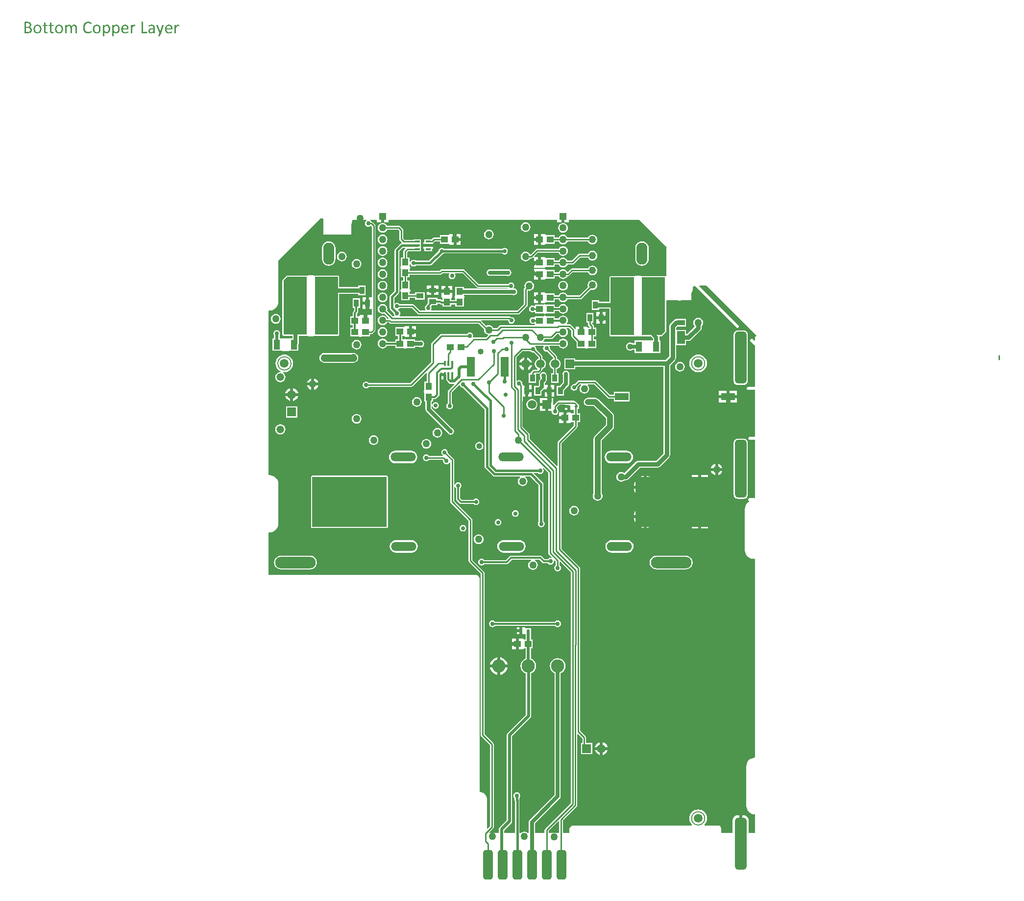
<source format=gbl>
%FSLAX23Y23*%
%MOIN*%
G70*
G01*
G75*
G04 Layer_Physical_Order=4*
G04 Layer_Color=255*
%ADD10C,0.008*%
%ADD11R,0.014X0.067*%
%ADD12R,0.014X0.035*%
%ADD13R,0.024X0.045*%
%ADD14R,0.020X0.049*%
%ADD15R,0.040X0.040*%
%ADD16R,0.050X0.040*%
%ADD17O,0.024X0.073*%
%ADD18R,0.057X0.016*%
%ADD19R,0.037X0.039*%
%ADD20R,0.055X0.138*%
%ADD21R,0.051X0.108*%
%ADD22R,0.059X0.057*%
%ADD23R,0.045X0.043*%
%ADD24R,0.055X0.035*%
%ADD25R,0.055X0.087*%
%ADD26R,0.066X0.124*%
%ADD27R,0.060X0.124*%
%ADD28R,0.028X0.035*%
%ADD29O,0.028X0.010*%
%ADD30R,0.020X0.020*%
%ADD31R,0.024X0.024*%
%ADD32R,0.059X0.169*%
G04:AMPARAMS|DCode=33|XSize=65mil|YSize=220mil|CornerRadius=16mil|HoleSize=0mil|Usage=FLASHONLY|Rotation=180.000|XOffset=0mil|YOffset=0mil|HoleType=Round|Shape=RoundedRectangle|*
%AMROUNDEDRECTD33*
21,1,0.065,0.188,0,0,180.0*
21,1,0.033,0.220,0,0,180.0*
1,1,0.033,-0.016,0.094*
1,1,0.033,0.016,0.094*
1,1,0.033,0.016,-0.094*
1,1,0.033,-0.016,-0.094*
%
%ADD33ROUNDEDRECTD33*%
G04:AMPARAMS|DCode=34|XSize=65mil|YSize=200mil|CornerRadius=16mil|HoleSize=0mil|Usage=FLASHONLY|Rotation=180.000|XOffset=0mil|YOffset=0mil|HoleType=Round|Shape=RoundedRectangle|*
%AMROUNDEDRECTD34*
21,1,0.065,0.168,0,0,180.0*
21,1,0.033,0.200,0,0,180.0*
1,1,0.033,-0.016,0.084*
1,1,0.033,0.016,0.084*
1,1,0.033,0.016,-0.084*
1,1,0.033,-0.016,-0.084*
%
%ADD34ROUNDEDRECTD34*%
%ADD35R,0.071X0.071*%
%ADD36O,0.010X0.031*%
%ADD37O,0.031X0.010*%
%ADD38R,0.043X0.045*%
%ADD39R,0.051X0.033*%
%ADD40R,0.033X0.051*%
%ADD41R,0.043X0.069*%
%ADD42R,0.069X0.043*%
%ADD43R,0.057X0.059*%
%ADD44R,0.124X0.060*%
%ADD45R,0.016X0.024*%
%ADD46C,0.012*%
%ADD47C,0.010*%
%ADD48C,0.025*%
%ADD49C,0.015*%
%ADD50C,0.020*%
%ADD51C,0.050*%
%ADD52C,0.030*%
%ADD53C,0.040*%
%ADD54C,0.050*%
G04:AMPARAMS|DCode=55|XSize=354mil|YSize=79mil|CornerRadius=20mil|HoleSize=0mil|Usage=FLASHONLY|Rotation=270.000|XOffset=0mil|YOffset=0mil|HoleType=Round|Shape=RoundedRectangle|*
%AMROUNDEDRECTD55*
21,1,0.354,0.039,0,0,270.0*
21,1,0.315,0.079,0,0,270.0*
1,1,0.039,-0.020,-0.157*
1,1,0.039,-0.020,0.157*
1,1,0.039,0.020,0.157*
1,1,0.039,0.020,-0.157*
%
%ADD55ROUNDEDRECTD55*%
G04:AMPARAMS|DCode=56|XSize=394mil|YSize=79mil|CornerRadius=20mil|HoleSize=0mil|Usage=FLASHONLY|Rotation=270.000|XOffset=0mil|YOffset=0mil|HoleType=Round|Shape=RoundedRectangle|*
%AMROUNDEDRECTD56*
21,1,0.394,0.039,0,0,270.0*
21,1,0.354,0.079,0,0,270.0*
1,1,0.039,-0.020,-0.177*
1,1,0.039,-0.020,0.177*
1,1,0.039,0.020,0.177*
1,1,0.039,0.020,-0.177*
%
%ADD56ROUNDEDRECTD56*%
%ADD57C,0.090*%
%ADD58C,0.157*%
%ADD59O,0.075X0.150*%
%ADD60R,0.050X0.050*%
%ADD61C,0.059*%
%ADD62R,0.059X0.059*%
%ADD63C,0.060*%
%ADD64R,0.060X0.060*%
%ADD65C,0.052*%
%ADD66C,0.125*%
%ADD67O,0.173X0.059*%
%ADD68O,0.070X0.125*%
%ADD69R,0.079X0.335*%
%ADD70O,0.276X0.079*%
%ADD71C,0.028*%
%ADD72C,0.030*%
%ADD73C,0.040*%
%ADD74C,0.024*%
%ADD75C,0.080*%
%ADD76C,0.100*%
%ADD77C,0.060*%
%ADD78C,0.070*%
G04:AMPARAMS|DCode=79|XSize=90mil|YSize=90mil|CornerRadius=0mil|HoleSize=0mil|Usage=FLASHONLY|Rotation=0.000|XOffset=0mil|YOffset=0mil|HoleType=Round|Shape=Relief|Width=20mil|Gap=10mil|Entries=4|*
%AMTHD79*
7,0,0,0.090,0.070,0.020,45*
%
%ADD79THD79*%
%AMTHOVALD80*
21,1,0.267,0.088,0,0,270.0*
1,1,0.088,0.000,0.134*
1,1,0.088,0.000,-0.134*
21,0,0.267,0.068,0,0,270.0*
1,0,0.068,0.000,0.134*
1,0,0.068,0.000,-0.134*
4,0,4,-0.007,0.127,-0.038,0.158,-0.024,0.172,0.007,0.141,-0.007,0.127,0.0*
4,0,4,-0.007,-0.141,0.024,-0.172,0.038,-0.158,0.007,-0.127,-0.007,-0.141,0.0*
4,0,4,-0.007,0.141,0.024,0.172,0.038,0.158,0.007,0.127,-0.007,0.141,0.0*
4,0,4,-0.007,-0.127,-0.038,-0.158,-0.024,-0.172,0.007,-0.141,-0.007,-0.127,0.0*
%
%ADD80THOVALD80*%

%ADD81O,0.068X0.335*%
G04:AMPARAMS|DCode=82|XSize=117mil|YSize=117mil|CornerRadius=0mil|HoleSize=0mil|Usage=FLASHONLY|Rotation=0.000|XOffset=0mil|YOffset=0mil|HoleType=Round|Shape=Relief|Width=20mil|Gap=10mil|Entries=4|*
%AMTHD82*
7,0,0,0.117,0.097,0.020,45*
%
%ADD82THD82*%
%ADD83C,0.097*%
G04:AMPARAMS|DCode=84|XSize=210mil|YSize=210mil|CornerRadius=0mil|HoleSize=0mil|Usage=FLASHONLY|Rotation=0.000|XOffset=0mil|YOffset=0mil|HoleType=Round|Shape=Relief|Width=20mil|Gap=10mil|Entries=4|*
%AMTHD84*
7,0,0,0.210,0.190,0.020,45*
%
%ADD84THD84*%
%ADD85O,0.115X0.190*%
G04:AMPARAMS|DCode=86|XSize=95.433mil|YSize=95.433mil|CornerRadius=0mil|HoleSize=0mil|Usage=FLASHONLY|Rotation=0.000|XOffset=0mil|YOffset=0mil|HoleType=Round|Shape=Relief|Width=20mil|Gap=10mil|Entries=4|*
%AMTHD86*
7,0,0,0.095,0.075,0.020,45*
%
%ADD86THD86*%
%ADD87C,0.075*%
G04:AMPARAMS|DCode=88|XSize=102.126mil|YSize=102.126mil|CornerRadius=0mil|HoleSize=0mil|Usage=FLASHONLY|Rotation=0.000|XOffset=0mil|YOffset=0mil|HoleType=Round|Shape=Relief|Width=20mil|Gap=10mil|Entries=4|*
%AMTHD88*
7,0,0,0.102,0.082,0.020,45*
%
%ADD88THD88*%
%ADD89C,0.082*%
%ADD90C,0.092*%
%ADD91C,0.112*%
%ADD92O,0.215X0.110*%
%ADD93O,0.068X0.112*%
%ADD94O,0.068X0.365*%
G04:AMPARAMS|DCode=95|XSize=132mil|YSize=132mil|CornerRadius=0mil|HoleSize=0mil|Usage=FLASHONLY|Rotation=0.000|XOffset=0mil|YOffset=0mil|HoleType=Round|Shape=Relief|Width=20mil|Gap=10mil|Entries=4|*
%AMTHD95*
7,0,0,0.132,0.112,0.020,45*
%
%ADD95THD95*%
%AMTHOVALD96*
21,1,0.044,0.088,0,0,270.0*
1,1,0.088,0.000,0.022*
1,1,0.088,0.000,-0.022*
21,0,0.044,0.068,0,0,270.0*
1,0,0.068,0.000,0.022*
1,0,0.068,0.000,-0.022*
4,0,4,-0.007,0.015,-0.038,0.046,-0.024,0.060,0.007,0.029,-0.007,0.015,0.0*
4,0,4,-0.007,-0.029,0.024,-0.060,0.038,-0.046,0.007,-0.015,-0.007,-0.029,0.0*
4,0,4,-0.007,0.029,0.024,0.060,0.038,0.046,0.007,0.015,-0.007,0.029,0.0*
4,0,4,-0.007,-0.015,-0.038,-0.046,-0.024,-0.060,0.007,-0.029,-0.007,-0.015,0.0*
%
%ADD96THOVALD96*%

%AMTHOVALD97*
21,1,0.297,0.088,0,0,270.0*
1,1,0.088,0.000,0.148*
1,1,0.088,0.000,-0.148*
21,0,0.297,0.068,0,0,270.0*
1,0,0.068,0.000,0.148*
1,0,0.068,0.000,-0.148*
4,0,4,-0.007,0.141,-0.038,0.172,-0.024,0.187,0.007,0.155,-0.007,0.141,0.0*
4,0,4,-0.007,-0.155,0.024,-0.187,0.038,-0.172,0.007,-0.141,-0.007,-0.155,0.0*
4,0,4,-0.007,0.155,0.024,0.187,0.038,0.172,0.007,0.141,-0.007,0.155,0.0*
4,0,4,-0.007,-0.141,-0.038,-0.172,-0.024,-0.187,0.007,-0.155,-0.007,-0.141,0.0*
%
%ADD97THOVALD97*%

%ADD98O,0.316X0.119*%
G04:AMPARAMS|DCode=99|XSize=88mil|YSize=88mil|CornerRadius=0mil|HoleSize=0mil|Usage=FLASHONLY|Rotation=0.000|XOffset=0mil|YOffset=0mil|HoleType=Round|Shape=Relief|Width=20mil|Gap=10mil|Entries=4|*
%AMTHD99*
7,0,0,0.088,0.068,0.020,45*
%
%ADD99THD99*%
G04:AMPARAMS|DCode=100|XSize=71mil|YSize=71mil|CornerRadius=0mil|HoleSize=0mil|Usage=FLASHONLY|Rotation=0.000|XOffset=0mil|YOffset=0mil|HoleType=Round|Shape=Relief|Width=20mil|Gap=10mil|Entries=4|*
%AMTHD100*
7,0,0,0.071,0.051,0.020,45*
%
%ADD100THD100*%
%ADD101C,0.052*%
G04:AMPARAMS|DCode=102|XSize=72mil|YSize=72mil|CornerRadius=0mil|HoleSize=0mil|Usage=FLASHONLY|Rotation=0.000|XOffset=0mil|YOffset=0mil|HoleType=Round|Shape=Relief|Width=20mil|Gap=10mil|Entries=4|*
%AMTHD102*
7,0,0,0.072,0.052,0.020,45*
%
%ADD102THD102*%
%ADD103C,0.051*%
%ADD104C,0.068*%
G04:AMPARAMS|DCode=105|XSize=80mil|YSize=80mil|CornerRadius=0mil|HoleSize=0mil|Usage=FLASHONLY|Rotation=0.000|XOffset=0mil|YOffset=0mil|HoleType=Round|Shape=Relief|Width=20mil|Gap=10mil|Entries=4|*
%AMTHD105*
7,0,0,0.080,0.060,0.020,45*
%
%ADD105THD105*%
G04:AMPARAMS|DCode=106|XSize=84mil|YSize=84mil|CornerRadius=0mil|HoleSize=0mil|Usage=FLASHONLY|Rotation=0.000|XOffset=0mil|YOffset=0mil|HoleType=Round|Shape=Relief|Width=20mil|Gap=10mil|Entries=4|*
%AMTHD106*
7,0,0,0.084,0.064,0.020,45*
%
%ADD106THD106*%
%ADD107C,0.190*%
%AMTHOVALD108*
21,1,0.044,0.088,0,0,450.0*
1,1,0.088,0.000,-0.022*
1,1,0.088,0.000,0.022*
21,0,0.044,0.068,0,0,450.0*
1,0,0.068,0.000,-0.022*
1,0,0.068,0.000,0.022*
4,0,4,0.007,-0.015,0.038,-0.046,0.024,-0.060,-0.007,-0.029,0.007,-0.015,0.0*
4,0,4,0.007,0.029,-0.024,0.060,-0.038,0.046,-0.007,0.015,0.007,0.029,0.0*
4,0,4,0.007,-0.029,-0.024,-0.060,-0.038,-0.046,-0.007,-0.015,0.007,-0.029,0.0*
4,0,4,0.007,0.015,0.038,0.046,0.024,0.060,-0.007,0.029,0.007,0.015,0.0*
%
%ADD108THOVALD108*%

%ADD109C,0.064*%
%ADD110R,0.024X0.016*%
%ADD111R,0.092X0.051*%
%ADD112R,0.035X0.014*%
G36*
X7392Y5798D02*
X7390Y5798D01*
X7388Y5798D01*
X7385Y5797D01*
X7384Y5797D01*
X7382Y5796D01*
X7382Y5796D01*
X7381Y5796D01*
X7381D01*
X7379Y5795D01*
X7377Y5793D01*
X7375Y5792D01*
X7373Y5791D01*
X7372Y5790D01*
X7371Y5789D01*
X7371Y5788D01*
X7370Y5788D01*
X7369Y5786D01*
X7368Y5783D01*
X7366Y5781D01*
X7365Y5779D01*
X7364Y5777D01*
X7364Y5776D01*
X7364Y5776D01*
X7364Y5775D01*
X7363Y5775D01*
Y5775D01*
X7363Y5772D01*
X7362Y5769D01*
X7362Y5766D01*
X7361Y5763D01*
X7361Y5761D01*
Y5760D01*
X7361Y5759D01*
Y5759D01*
Y5758D01*
Y5758D01*
Y5758D01*
X7361Y5754D01*
X7362Y5751D01*
X7362Y5748D01*
X7362Y5746D01*
X7363Y5744D01*
X7363Y5743D01*
X7363Y5742D01*
X7363Y5742D01*
Y5741D01*
X7363Y5741D01*
Y5741D01*
X7364Y5738D01*
X7365Y5736D01*
X7367Y5734D01*
X7368Y5732D01*
X7368Y5731D01*
X7369Y5730D01*
X7370Y5729D01*
X7370Y5729D01*
X7372Y5727D01*
X7373Y5726D01*
X7375Y5724D01*
X7377Y5723D01*
X7378Y5723D01*
X7379Y5722D01*
X7380Y5722D01*
X7380Y5722D01*
X7383Y5721D01*
X7385Y5720D01*
X7387Y5720D01*
X7389Y5719D01*
X7391Y5719D01*
X7393Y5719D01*
X7394D01*
X7397Y5719D01*
X7398Y5719D01*
X7400Y5719D01*
X7401Y5720D01*
X7401Y5720D01*
X7402Y5720D01*
X7402D01*
X7405Y5720D01*
X7406Y5721D01*
X7407Y5721D01*
X7407Y5721D01*
X7408Y5722D01*
X7408Y5722D01*
X7409D01*
X7411Y5723D01*
X7412Y5723D01*
X7413Y5724D01*
X7413Y5724D01*
X7413Y5724D01*
X7413D01*
X7415Y5725D01*
X7415Y5726D01*
X7416Y5726D01*
X7416Y5726D01*
X7416Y5726D01*
X7417Y5727D01*
X7417Y5727D01*
Y5727D01*
X7417Y5728D01*
X7417Y5728D01*
X7417Y5729D01*
Y5729D01*
Y5729D01*
X7417Y5730D01*
Y5730D01*
Y5731D01*
Y5731D01*
Y5732D01*
Y5733D01*
X7417Y5733D01*
Y5733D01*
X7417Y5734D01*
Y5734D01*
X7417Y5734D01*
Y5735D01*
X7417Y5735D01*
X7417Y5735D01*
X7417Y5735D01*
X7417D01*
X7416Y5736D01*
X7416D01*
X7415Y5735D01*
X7414Y5735D01*
X7414Y5734D01*
X7413Y5734D01*
X7413D01*
X7412Y5733D01*
X7411Y5733D01*
X7410Y5732D01*
X7410Y5732D01*
X7409Y5732D01*
X7409D01*
X7407Y5731D01*
X7406Y5730D01*
X7405Y5730D01*
X7404Y5729D01*
X7404Y5729D01*
X7403D01*
X7401Y5729D01*
X7399Y5728D01*
X7398Y5728D01*
X7397Y5728D01*
X7395D01*
X7393Y5728D01*
X7392Y5728D01*
X7390Y5729D01*
X7388Y5729D01*
X7387Y5730D01*
X7386Y5730D01*
X7386Y5730D01*
X7386Y5730D01*
X7384Y5731D01*
X7383Y5732D01*
X7381Y5733D01*
X7380Y5734D01*
X7379Y5735D01*
X7379Y5735D01*
X7378Y5736D01*
X7378Y5736D01*
X7377Y5737D01*
X7376Y5739D01*
X7375Y5740D01*
X7375Y5742D01*
X7374Y5743D01*
X7374Y5744D01*
X7374Y5745D01*
X7374Y5745D01*
X7373Y5747D01*
X7373Y5750D01*
X7373Y5752D01*
X7372Y5754D01*
Y5756D01*
X7372Y5757D01*
Y5758D01*
Y5758D01*
Y5758D01*
Y5758D01*
X7372Y5761D01*
X7372Y5764D01*
X7373Y5766D01*
X7373Y5768D01*
X7373Y5769D01*
X7373Y5771D01*
X7374Y5771D01*
Y5771D01*
X7374Y5774D01*
X7375Y5776D01*
X7376Y5777D01*
X7377Y5779D01*
X7377Y5780D01*
X7378Y5781D01*
X7378Y5781D01*
X7378Y5781D01*
X7380Y5783D01*
X7381Y5784D01*
X7382Y5785D01*
X7383Y5786D01*
X7384Y5787D01*
X7385Y5787D01*
X7385Y5787D01*
X7386Y5787D01*
X7387Y5788D01*
X7389Y5789D01*
X7390Y5789D01*
X7392Y5789D01*
X7393Y5789D01*
X7394Y5790D01*
X7397D01*
X7398Y5789D01*
X7400Y5789D01*
X7401Y5789D01*
X7402Y5789D01*
X7403Y5788D01*
X7403Y5788D01*
X7403D01*
X7406Y5787D01*
X7407Y5787D01*
X7407Y5787D01*
X7408Y5786D01*
X7409Y5786D01*
X7409Y5786D01*
X7409Y5786D01*
X7411Y5785D01*
X7412Y5784D01*
X7413Y5783D01*
X7413Y5783D01*
X7414Y5782D01*
X7415Y5782D01*
X7415Y5782D01*
X7415D01*
X7416Y5782D01*
X7416D01*
X7417Y5783D01*
X7417Y5783D01*
Y5783D01*
X7417Y5784D01*
X7417Y5784D01*
Y5785D01*
X7417Y5785D01*
Y5786D01*
Y5786D01*
Y5786D01*
Y5787D01*
Y5788D01*
X7417Y5788D01*
Y5788D01*
X7417Y5789D01*
Y5789D01*
X7417Y5790D01*
Y5790D01*
X7417Y5790D01*
X7416Y5791D01*
X7416Y5791D01*
X7416Y5791D01*
X7416Y5792D01*
X7415Y5792D01*
X7415Y5793D01*
X7414Y5793D01*
X7413Y5794D01*
X7413Y5794D01*
X7412D01*
X7411Y5795D01*
X7409Y5796D01*
X7409Y5796D01*
X7408Y5796D01*
X7408Y5796D01*
X7408D01*
X7406Y5797D01*
X7404Y5797D01*
X7403Y5798D01*
X7402Y5798D01*
X7402Y5798D01*
X7402D01*
X7399Y5798D01*
X7398Y5798D01*
X7397D01*
X7397Y5799D01*
X7395D01*
X7392Y5798D01*
D02*
G37*
G36*
X7862Y5777D02*
X7861Y5777D01*
X7861D01*
X7860Y5777D01*
X7860Y5777D01*
X7859Y5777D01*
X7859Y5776D01*
X7859Y5776D01*
X7859Y5776D01*
Y5776D01*
Y5775D01*
X7859Y5775D01*
X7859Y5774D01*
X7859Y5774D01*
X7859Y5773D01*
X7879Y5722D01*
X7879Y5721D01*
X7879Y5721D01*
Y5721D01*
X7880Y5720D01*
X7880Y5720D01*
X7880Y5720D01*
X7873Y5701D01*
X7873Y5701D01*
X7872Y5700D01*
Y5700D01*
Y5700D01*
X7873Y5699D01*
X7873Y5699D01*
X7873Y5699D01*
X7873D01*
X7874Y5699D01*
X7874Y5698D01*
X7875D01*
X7875Y5698D01*
X7876Y5698D01*
X7878D01*
X7879Y5698D01*
X7880D01*
X7880Y5698D01*
X7881Y5699D01*
X7881Y5699D01*
X7882Y5699D01*
X7883Y5700D01*
X7883Y5700D01*
X7883Y5700D01*
X7891Y5720D01*
X7910Y5774D01*
X7910Y5774D01*
X7910Y5775D01*
Y5775D01*
Y5775D01*
X7910Y5776D01*
X7910Y5776D01*
X7910Y5776D01*
X7910Y5776D01*
X7909Y5777D01*
X7909Y5777D01*
X7908Y5777D01*
X7908D01*
X7907Y5777D01*
X7906Y5777D01*
X7904D01*
X7903Y5777D01*
X7903Y5777D01*
X7902D01*
X7902Y5777D01*
X7901Y5777D01*
X7901Y5777D01*
X7901D01*
X7901Y5776D01*
X7900Y5776D01*
X7900Y5775D01*
Y5775D01*
X7885Y5732D01*
X7885D01*
X7870Y5775D01*
X7869Y5776D01*
X7869Y5776D01*
Y5776D01*
X7869Y5776D01*
X7869Y5777D01*
X7868Y5777D01*
X7868D01*
X7868Y5777D01*
X7867Y5777D01*
X7867Y5777D01*
X7867D01*
X7866Y5777D01*
X7863D01*
X7862Y5777D01*
D02*
G37*
G36*
X7096Y5792D02*
X7096D01*
X7096Y5791D01*
X7095Y5791D01*
X7095Y5791D01*
X7095D01*
X7094Y5791D01*
X7094Y5791D01*
Y5791D01*
X7094Y5790D01*
Y5790D01*
Y5790D01*
Y5777D01*
X7086D01*
X7086Y5777D01*
X7086Y5777D01*
X7085D01*
X7085Y5776D01*
X7085Y5776D01*
Y5776D01*
X7085Y5776D01*
Y5775D01*
X7085Y5775D01*
Y5775D01*
X7084Y5774D01*
Y5774D01*
Y5773D01*
Y5773D01*
X7085Y5771D01*
X7085Y5771D01*
X7085Y5770D01*
Y5770D01*
X7085Y5769D01*
X7086Y5769D01*
X7086Y5769D01*
X7094D01*
Y5737D01*
Y5736D01*
X7094Y5734D01*
X7094Y5733D01*
X7094Y5732D01*
X7094Y5731D01*
X7095Y5730D01*
X7095Y5729D01*
Y5729D01*
X7096Y5727D01*
X7096Y5726D01*
X7096Y5725D01*
X7097Y5724D01*
X7097Y5724D01*
X7097Y5723D01*
X7098Y5723D01*
X7099Y5722D01*
X7101Y5721D01*
X7101Y5720D01*
X7102Y5720D01*
X7102Y5720D01*
X7102D01*
X7105Y5719D01*
X7106Y5719D01*
X7107Y5719D01*
X7108Y5719D01*
X7111D01*
X7112Y5719D01*
X7112Y5719D01*
X7112D01*
X7113Y5719D01*
X7114Y5720D01*
X7115Y5720D01*
X7115D01*
X7116Y5720D01*
X7116Y5720D01*
X7117Y5720D01*
X7117D01*
X7118Y5721D01*
X7118Y5721D01*
X7118Y5721D01*
X7119D01*
X7119Y5722D01*
X7119Y5722D01*
X7119Y5722D01*
Y5723D01*
X7119Y5724D01*
X7120Y5724D01*
Y5725D01*
Y5725D01*
Y5726D01*
Y5727D01*
X7119Y5727D01*
Y5727D01*
X7119Y5728D01*
X7119Y5728D01*
Y5728D01*
X7119Y5729D01*
X7119Y5729D01*
X7118Y5729D01*
X7118D01*
X7117Y5729D01*
X7117Y5729D01*
X7117D01*
X7116Y5728D01*
X7116Y5728D01*
X7116Y5728D01*
X7115Y5728D01*
X7114Y5728D01*
X7114Y5728D01*
X7114D01*
X7113Y5727D01*
X7111D01*
X7110Y5728D01*
X7109Y5728D01*
X7108Y5728D01*
X7107Y5729D01*
X7106Y5729D01*
X7106Y5730D01*
X7105Y5730D01*
X7105Y5730D01*
X7105Y5732D01*
X7104Y5733D01*
X7104Y5736D01*
Y5737D01*
X7104Y5738D01*
Y5738D01*
Y5739D01*
Y5769D01*
X7118D01*
X7118Y5769D01*
X7119Y5769D01*
X7119Y5770D01*
X7119Y5770D01*
X7119Y5771D01*
X7120Y5772D01*
Y5772D01*
Y5773D01*
Y5773D01*
Y5774D01*
Y5774D01*
X7119Y5775D01*
Y5775D01*
X7119Y5775D01*
X7119Y5776D01*
X7119Y5776D01*
Y5776D01*
X7119Y5777D01*
X7119Y5777D01*
X7118D01*
X7118Y5777D01*
X7104D01*
Y5790D01*
X7104Y5790D01*
X7104Y5791D01*
X7103Y5791D01*
X7103Y5791D01*
X7103D01*
X7102Y5791D01*
X7102Y5791D01*
X7101Y5792D01*
X7101D01*
X7100Y5792D01*
X7097D01*
X7096Y5792D01*
D02*
G37*
G36*
X7644Y5778D02*
X7642Y5778D01*
X7640Y5777D01*
X7638Y5777D01*
X7637Y5777D01*
X7636Y5776D01*
X7636Y5776D01*
X7635Y5776D01*
X7634Y5775D01*
X7632Y5774D01*
X7631Y5773D01*
X7629Y5772D01*
X7628Y5771D01*
X7628Y5771D01*
X7627Y5770D01*
X7627Y5770D01*
X7626Y5769D01*
X7625Y5767D01*
X7624Y5765D01*
X7623Y5764D01*
X7623Y5763D01*
X7622Y5762D01*
X7622Y5761D01*
X7622Y5761D01*
X7621Y5759D01*
X7621Y5756D01*
X7621Y5754D01*
X7621Y5752D01*
X7620Y5751D01*
X7620Y5749D01*
Y5748D01*
Y5748D01*
Y5748D01*
X7620Y5746D01*
X7621Y5743D01*
X7621Y5741D01*
X7621Y5739D01*
X7621Y5737D01*
X7622Y5736D01*
X7622Y5736D01*
Y5735D01*
X7623Y5733D01*
X7623Y5732D01*
X7624Y5730D01*
X7625Y5729D01*
X7626Y5728D01*
X7627Y5727D01*
X7627Y5726D01*
X7627Y5726D01*
X7628Y5725D01*
X7630Y5724D01*
X7631Y5723D01*
X7633Y5722D01*
X7634Y5722D01*
X7635Y5721D01*
X7635Y5721D01*
X7636Y5721D01*
X7637Y5720D01*
X7639Y5720D01*
X7641Y5719D01*
X7643Y5719D01*
X7645Y5719D01*
X7646Y5719D01*
X7647D01*
X7650Y5719D01*
X7651D01*
X7652Y5719D01*
X7653Y5719D01*
X7654D01*
X7654Y5719D01*
X7654D01*
X7657Y5720D01*
X7658Y5720D01*
X7659Y5720D01*
X7659Y5720D01*
X7660Y5721D01*
X7660Y5721D01*
X7660D01*
X7662Y5721D01*
X7664Y5722D01*
X7664Y5722D01*
X7664Y5722D01*
X7665Y5722D01*
X7665D01*
X7666Y5723D01*
X7666Y5723D01*
X7667Y5723D01*
X7667Y5724D01*
X7667Y5724D01*
X7667Y5724D01*
X7667Y5725D01*
X7668Y5725D01*
Y5726D01*
Y5726D01*
X7668Y5727D01*
Y5727D01*
Y5727D01*
Y5728D01*
Y5728D01*
X7668Y5729D01*
Y5729D01*
X7667Y5730D01*
X7667Y5730D01*
Y5730D01*
X7667Y5731D01*
X7667Y5731D01*
X7667D01*
X7666Y5731D01*
X7666D01*
X7665Y5731D01*
X7665Y5731D01*
X7664Y5730D01*
X7664Y5730D01*
X7664D01*
X7663Y5730D01*
X7661Y5729D01*
X7661Y5729D01*
X7660Y5729D01*
X7660D01*
X7658Y5728D01*
X7657Y5728D01*
X7656Y5728D01*
X7656Y5728D01*
X7655Y5727D01*
X7655D01*
X7653Y5727D01*
X7651Y5727D01*
X7650Y5727D01*
X7646D01*
X7645Y5727D01*
X7643Y5727D01*
X7642Y5728D01*
X7641Y5728D01*
X7640Y5728D01*
X7640Y5728D01*
X7640D01*
X7638Y5729D01*
X7637Y5730D01*
X7636Y5731D01*
X7635Y5731D01*
X7635Y5732D01*
X7635Y5732D01*
X7634Y5732D01*
X7633Y5734D01*
X7632Y5736D01*
X7632Y5737D01*
X7632Y5738D01*
X7631Y5738D01*
Y5738D01*
X7631Y5741D01*
X7631Y5742D01*
Y5744D01*
X7631Y5745D01*
Y5746D01*
Y5746D01*
Y5747D01*
X7666D01*
X7667Y5747D01*
X7668Y5747D01*
X7669Y5747D01*
X7669Y5747D01*
X7669Y5748D01*
X7670Y5750D01*
X7670Y5750D01*
Y5751D01*
Y5751D01*
Y5753D01*
Y5755D01*
X7670Y5756D01*
X7670Y5758D01*
X7669Y5760D01*
X7669Y5761D01*
X7669Y5762D01*
X7669Y5762D01*
Y5762D01*
X7668Y5764D01*
X7667Y5766D01*
X7667Y5767D01*
X7666Y5768D01*
X7665Y5769D01*
X7665Y5770D01*
X7664Y5770D01*
X7664Y5771D01*
X7663Y5772D01*
X7662Y5773D01*
X7661Y5774D01*
X7660Y5775D01*
X7659Y5775D01*
X7658Y5776D01*
X7657Y5776D01*
X7657Y5776D01*
X7655Y5777D01*
X7653Y5777D01*
X7652Y5778D01*
X7650Y5778D01*
X7648Y5778D01*
X7647Y5778D01*
X7646D01*
X7644Y5778D01*
D02*
G37*
G36*
X7138Y5792D02*
X7137D01*
X7137Y5791D01*
X7136Y5791D01*
X7136Y5791D01*
X7136D01*
X7135Y5791D01*
X7135Y5791D01*
Y5791D01*
X7135Y5790D01*
Y5790D01*
Y5790D01*
Y5777D01*
X7127D01*
X7127Y5777D01*
X7127Y5777D01*
X7127D01*
X7126Y5776D01*
X7126Y5776D01*
Y5776D01*
X7126Y5776D01*
Y5775D01*
X7126Y5775D01*
Y5775D01*
X7125Y5774D01*
Y5774D01*
Y5773D01*
Y5773D01*
X7126Y5771D01*
X7126Y5771D01*
X7126Y5770D01*
Y5770D01*
X7126Y5769D01*
X7127Y5769D01*
X7127Y5769D01*
X7135D01*
Y5737D01*
Y5736D01*
X7135Y5734D01*
X7135Y5733D01*
X7135Y5732D01*
X7136Y5731D01*
X7136Y5730D01*
X7136Y5729D01*
Y5729D01*
X7137Y5727D01*
X7137Y5726D01*
X7138Y5725D01*
X7138Y5724D01*
X7138Y5724D01*
X7138Y5723D01*
X7139Y5723D01*
X7140Y5722D01*
X7142Y5721D01*
X7143Y5720D01*
X7143Y5720D01*
X7143Y5720D01*
X7143D01*
X7146Y5719D01*
X7147Y5719D01*
X7148Y5719D01*
X7149Y5719D01*
X7152D01*
X7153Y5719D01*
X7153Y5719D01*
X7153D01*
X7154Y5719D01*
X7155Y5720D01*
X7156Y5720D01*
X7156D01*
X7157Y5720D01*
X7158Y5720D01*
X7158Y5720D01*
X7158D01*
X7159Y5721D01*
X7159Y5721D01*
X7159Y5721D01*
X7160D01*
X7160Y5722D01*
X7160Y5722D01*
X7160Y5722D01*
Y5723D01*
X7161Y5724D01*
X7161Y5724D01*
Y5725D01*
Y5725D01*
Y5726D01*
Y5727D01*
X7161Y5727D01*
Y5727D01*
X7160Y5728D01*
X7160Y5728D01*
Y5728D01*
X7160Y5729D01*
X7160Y5729D01*
X7159Y5729D01*
X7159D01*
X7158Y5729D01*
X7158Y5729D01*
X7158D01*
X7157Y5728D01*
X7157Y5728D01*
X7157Y5728D01*
X7156Y5728D01*
X7155Y5728D01*
X7155Y5728D01*
X7155D01*
X7154Y5727D01*
X7152D01*
X7151Y5728D01*
X7150Y5728D01*
X7149Y5728D01*
X7148Y5729D01*
X7147Y5729D01*
X7147Y5730D01*
X7147Y5730D01*
X7146Y5730D01*
X7146Y5732D01*
X7146Y5733D01*
X7145Y5736D01*
Y5737D01*
X7145Y5738D01*
Y5738D01*
Y5739D01*
Y5769D01*
X7159D01*
X7159Y5769D01*
X7160Y5769D01*
X7160Y5770D01*
X7160Y5770D01*
X7160Y5771D01*
X7161Y5772D01*
Y5772D01*
Y5773D01*
Y5773D01*
Y5774D01*
Y5774D01*
X7161Y5775D01*
Y5775D01*
X7160Y5775D01*
X7160Y5776D01*
X7160Y5776D01*
Y5776D01*
X7160Y5777D01*
X7160Y5777D01*
X7159D01*
X7159Y5777D01*
X7145D01*
Y5790D01*
X7145Y5790D01*
X7145Y5791D01*
X7144Y5791D01*
X7144Y5791D01*
X7144D01*
X7143Y5791D01*
X7143Y5791D01*
X7142Y5792D01*
X7142D01*
X7142Y5792D01*
X7138D01*
X7138Y5792D01*
D02*
G37*
G36*
X7824Y5778D02*
X7823Y5778D01*
X7822D01*
X7822Y5778D01*
X7821Y5778D01*
X7821Y5777D01*
X7820D01*
X7818Y5777D01*
X7817Y5777D01*
X7816Y5777D01*
X7816Y5776D01*
X7815Y5776D01*
X7815Y5776D01*
X7815D01*
X7813Y5775D01*
X7812Y5775D01*
X7811Y5775D01*
X7811Y5774D01*
X7810Y5774D01*
X7810D01*
X7809Y5773D01*
X7808Y5773D01*
X7808Y5772D01*
X7807Y5772D01*
X7807Y5772D01*
X7807Y5771D01*
X7806Y5771D01*
Y5771D01*
X7806Y5770D01*
Y5769D01*
Y5769D01*
Y5768D01*
Y5768D01*
Y5768D01*
Y5767D01*
Y5767D01*
Y5767D01*
X7807Y5766D01*
X7807Y5766D01*
Y5765D01*
X7807Y5765D01*
X7807Y5765D01*
X7808Y5765D01*
X7808D01*
X7809Y5765D01*
X7809Y5765D01*
X7810Y5765D01*
X7810Y5765D01*
X7812Y5766D01*
X7813Y5767D01*
X7813Y5767D01*
X7814Y5767D01*
X7814Y5767D01*
X7814D01*
X7816Y5768D01*
X7817Y5769D01*
X7818Y5769D01*
X7819Y5769D01*
X7819Y5769D01*
X7819D01*
X7821Y5770D01*
X7823Y5770D01*
X7824Y5770D01*
X7826D01*
X7828Y5770D01*
X7829Y5770D01*
X7830Y5770D01*
X7830Y5770D01*
X7831Y5769D01*
X7831Y5769D01*
X7831D01*
X7833Y5769D01*
X7834Y5768D01*
X7835Y5767D01*
X7835Y5767D01*
Y5767D01*
X7836Y5766D01*
X7837Y5764D01*
X7837Y5764D01*
X7837Y5763D01*
X7837Y5763D01*
Y5763D01*
X7838Y5761D01*
X7838Y5759D01*
X7838Y5758D01*
Y5758D01*
Y5757D01*
Y5757D01*
Y5753D01*
X7828D01*
X7826Y5753D01*
X7824Y5753D01*
X7823Y5753D01*
X7821Y5752D01*
X7820Y5752D01*
X7819Y5752D01*
X7819D01*
X7817Y5752D01*
X7816Y5751D01*
X7814Y5751D01*
X7813Y5750D01*
X7812Y5750D01*
X7811Y5749D01*
X7811Y5749D01*
X7811Y5749D01*
X7809Y5748D01*
X7808Y5747D01*
X7808Y5746D01*
X7807Y5745D01*
X7806Y5744D01*
X7806Y5744D01*
X7806Y5743D01*
X7805Y5743D01*
X7805Y5742D01*
X7804Y5740D01*
X7804Y5739D01*
X7804Y5738D01*
X7804Y5737D01*
X7804Y5736D01*
Y5735D01*
Y5735D01*
X7804Y5732D01*
X7804Y5731D01*
X7804Y5730D01*
X7804Y5729D01*
X7805Y5729D01*
X7805Y5728D01*
Y5728D01*
X7806Y5726D01*
X7807Y5725D01*
X7807Y5725D01*
X7808Y5724D01*
X7808Y5723D01*
X7808Y5723D01*
X7809Y5723D01*
X7811Y5722D01*
X7813Y5721D01*
X7813Y5720D01*
X7814Y5720D01*
X7814Y5720D01*
X7814D01*
X7817Y5719D01*
X7818Y5719D01*
X7820Y5719D01*
X7821Y5719D01*
X7822D01*
X7824Y5719D01*
X7826Y5719D01*
X7827Y5719D01*
X7829Y5720D01*
X7830Y5720D01*
X7831Y5721D01*
X7831Y5721D01*
X7831Y5721D01*
X7833Y5722D01*
X7834Y5723D01*
X7836Y5724D01*
X7837Y5725D01*
X7838Y5725D01*
X7839Y5726D01*
X7839Y5727D01*
X7839Y5727D01*
Y5721D01*
X7839Y5721D01*
X7840Y5721D01*
X7840Y5720D01*
X7840Y5720D01*
X7841Y5720D01*
X7841Y5720D01*
X7841D01*
X7842Y5720D01*
X7843Y5720D01*
X7845D01*
X7845Y5720D01*
X7846Y5720D01*
X7846D01*
X7847Y5720D01*
X7847Y5720D01*
X7847Y5720D01*
X7847D01*
X7848Y5721D01*
X7848Y5721D01*
Y5721D01*
Y5721D01*
Y5758D01*
Y5760D01*
X7848Y5761D01*
X7847Y5763D01*
X7847Y5764D01*
X7847Y5765D01*
X7847Y5766D01*
X7847Y5766D01*
Y5766D01*
X7846Y5768D01*
X7846Y5769D01*
X7845Y5770D01*
X7844Y5771D01*
X7844Y5772D01*
X7843Y5772D01*
X7843Y5773D01*
X7843Y5773D01*
X7842Y5774D01*
X7841Y5775D01*
X7839Y5776D01*
X7838Y5776D01*
X7837Y5776D01*
X7837Y5777D01*
X7836D01*
X7835Y5777D01*
X7833Y5778D01*
X7832Y5778D01*
X7830Y5778D01*
X7829Y5778D01*
X7827D01*
X7824Y5778D01*
D02*
G37*
G36*
X10950Y3665D02*
X11108D01*
Y4058D01*
X10950D01*
Y3665D01*
D02*
G37*
G36*
X11163D02*
X11295D01*
X11320Y3690D01*
Y4058D01*
X11163D01*
Y3665D01*
D02*
G37*
G36*
X9511Y4235D02*
Y3959D01*
X9510Y3953D01*
X9507Y3948D01*
X9477Y3918D01*
Y3882D01*
X9481Y3879D01*
X9487Y3883D01*
X9496Y3885D01*
X9505Y3883D01*
X9513Y3878D01*
X9515Y3875D01*
X9603D01*
X9608Y3874D01*
X9613Y3871D01*
X9652Y3832D01*
X9687D01*
X9690Y3837D01*
X9687Y3841D01*
X9685Y3850D01*
X9687Y3859D01*
X9692Y3867D01*
X9695Y3869D01*
X9695Y3869D01*
X9697Y3871D01*
X9698Y3874D01*
X9698Y3874D01*
X9706Y3881D01*
Y3919D01*
X9773D01*
Y3909D01*
X9790D01*
X9790Y3909D01*
X9796Y3908D01*
X9800Y3905D01*
X9802Y3903D01*
X9806Y3905D01*
Y3916D01*
X9805Y3917D01*
X9802Y3921D01*
X9802Y3924D01*
X9799D01*
Y3951D01*
X9873D01*
Y3924D01*
X9870D01*
X9869Y3921D01*
X9867Y3917D01*
X9866Y3916D01*
Y3903D01*
X9891D01*
Y3916D01*
X9890Y3917D01*
X9888Y3921D01*
X9887Y3925D01*
X9888Y3929D01*
X9890Y3933D01*
X9891Y3934D01*
Y3992D01*
X9951D01*
Y3981D01*
X10251D01*
X10252Y3982D01*
X10249Y3987D01*
X10046D01*
X10041Y3988D01*
X10037Y3991D01*
X9941Y4087D01*
X9892D01*
X9889Y4082D01*
X9893Y4077D01*
X9895Y4068D01*
X9893Y4059D01*
X9888Y4051D01*
X9880Y4046D01*
X9871Y4045D01*
X9862Y4046D01*
X9855Y4051D01*
X9849Y4059D01*
X9848Y4068D01*
X9849Y4077D01*
X9853Y4082D01*
X9851Y4087D01*
X9807D01*
X9800Y4079D01*
X9795Y4076D01*
X9790Y4075D01*
X9583D01*
Y4058D01*
X9566D01*
Y4035D01*
X9583D01*
Y3977D01*
X9584Y3976D01*
X9587Y3972D01*
X9588Y3968D01*
X9587Y3964D01*
X9584Y3961D01*
X9583Y3960D01*
Y3945D01*
X9619D01*
Y3957D01*
X9686D01*
Y3907D01*
X9619D01*
Y3919D01*
X9583D01*
Y3901D01*
X9524D01*
Y3960D01*
X9522Y3961D01*
X9520Y3964D01*
X9519Y3968D01*
X9520Y3972D01*
X9522Y3976D01*
X9524Y3977D01*
Y4035D01*
X9540D01*
Y4058D01*
X9523D01*
Y4116D01*
X9522Y4117D01*
X9519Y4121D01*
X9519Y4125D01*
X9519Y4129D01*
X9522Y4133D01*
X9523Y4134D01*
Y4192D01*
X9540D01*
Y4236D01*
X9541Y4241D01*
X9544Y4245D01*
X9553Y4255D01*
X9551Y4259D01*
X9536D01*
X9511Y4235D01*
D02*
G37*
G36*
X7263Y5778D02*
X7262Y5778D01*
X7260Y5777D01*
X7259Y5777D01*
X7258Y5776D01*
X7257Y5776D01*
X7256Y5776D01*
X7256Y5776D01*
X7255Y5775D01*
X7253Y5774D01*
X7251Y5772D01*
X7250Y5771D01*
X7249Y5770D01*
X7248Y5769D01*
X7248Y5769D01*
X7247Y5768D01*
Y5775D01*
X7247Y5776D01*
X7247Y5776D01*
X7247Y5776D01*
X7247Y5777D01*
X7247Y5777D01*
X7246D01*
X7246Y5777D01*
X7246Y5777D01*
X7245Y5777D01*
X7245D01*
X7244Y5777D01*
X7241D01*
X7241Y5777D01*
X7241D01*
X7240Y5777D01*
X7240Y5777D01*
X7240Y5777D01*
X7239D01*
X7239Y5777D01*
X7239Y5776D01*
X7239Y5776D01*
X7239Y5776D01*
Y5776D01*
Y5775D01*
Y5721D01*
X7239Y5721D01*
Y5721D01*
X7239Y5720D01*
X7239Y5720D01*
X7240D01*
X7241Y5720D01*
X7241Y5720D01*
X7241D01*
X7242Y5720D01*
X7244D01*
X7245Y5720D01*
X7246D01*
X7246Y5720D01*
X7247D01*
X7247Y5720D01*
X7247D01*
X7248Y5720D01*
X7248Y5721D01*
X7248Y5721D01*
Y5721D01*
Y5721D01*
Y5759D01*
X7250Y5761D01*
X7251Y5762D01*
X7253Y5764D01*
X7254Y5765D01*
X7255Y5766D01*
X7255Y5766D01*
X7256Y5767D01*
X7256Y5767D01*
X7257Y5768D01*
X7258Y5768D01*
X7260Y5769D01*
X7261Y5769D01*
X7262Y5769D01*
X7262Y5770D01*
X7263D01*
X7265Y5769D01*
X7266Y5769D01*
X7267Y5769D01*
X7267Y5769D01*
X7267Y5768D01*
X7268D01*
X7269Y5767D01*
X7270Y5766D01*
X7271Y5766D01*
X7271Y5765D01*
Y5765D01*
X7272Y5764D01*
X7272Y5762D01*
X7273Y5761D01*
X7273Y5761D01*
X7273Y5761D01*
Y5760D01*
X7273Y5758D01*
X7274Y5756D01*
X7274Y5755D01*
Y5755D01*
Y5754D01*
Y5754D01*
Y5721D01*
X7274Y5721D01*
Y5721D01*
X7274Y5720D01*
X7275Y5720D01*
X7275D01*
X7275Y5720D01*
X7276D01*
X7276Y5720D01*
X7276D01*
X7277Y5720D01*
X7280D01*
X7280Y5720D01*
X7281D01*
X7282Y5720D01*
X7282D01*
X7282Y5720D01*
X7282D01*
X7283Y5720D01*
X7283Y5721D01*
X7284Y5721D01*
Y5721D01*
Y5721D01*
Y5759D01*
X7285Y5761D01*
X7286Y5762D01*
X7288Y5764D01*
X7289Y5765D01*
X7290Y5766D01*
X7290Y5766D01*
X7291Y5767D01*
X7291Y5767D01*
X7292Y5768D01*
X7294Y5768D01*
X7295Y5769D01*
X7296Y5769D01*
X7297Y5769D01*
X7297Y5770D01*
X7298D01*
X7300Y5769D01*
X7301Y5769D01*
X7302Y5769D01*
X7302Y5769D01*
X7303Y5768D01*
X7303D01*
X7304Y5767D01*
X7305Y5766D01*
X7306Y5766D01*
X7306Y5765D01*
Y5765D01*
X7307Y5764D01*
X7308Y5762D01*
X7308Y5761D01*
X7308Y5761D01*
X7308Y5761D01*
Y5760D01*
X7308Y5758D01*
X7309Y5756D01*
X7309Y5755D01*
Y5755D01*
Y5754D01*
Y5754D01*
Y5721D01*
X7309Y5721D01*
Y5721D01*
X7309Y5720D01*
X7309Y5720D01*
X7310D01*
X7310Y5720D01*
X7311D01*
X7311Y5720D01*
X7311D01*
X7312Y5720D01*
X7315D01*
X7315Y5720D01*
X7316D01*
X7317Y5720D01*
X7317D01*
X7317Y5720D01*
X7318D01*
X7318Y5720D01*
X7318Y5721D01*
X7319Y5721D01*
Y5721D01*
Y5721D01*
Y5756D01*
X7319Y5759D01*
X7318Y5760D01*
X7318Y5762D01*
X7318Y5763D01*
X7318Y5763D01*
X7318Y5764D01*
Y5764D01*
X7317Y5766D01*
X7317Y5767D01*
X7316Y5768D01*
X7316Y5769D01*
X7315Y5770D01*
X7315Y5771D01*
X7315Y5771D01*
X7314Y5771D01*
X7314Y5772D01*
X7313Y5773D01*
X7312Y5774D01*
X7311Y5775D01*
X7310Y5776D01*
X7309Y5776D01*
X7309Y5776D01*
X7309Y5776D01*
X7307Y5777D01*
X7306Y5777D01*
X7305Y5778D01*
X7303Y5778D01*
X7302Y5778D01*
X7301Y5778D01*
X7300D01*
X7298Y5778D01*
X7297Y5778D01*
X7297Y5778D01*
X7296Y5778D01*
X7296Y5777D01*
X7296D01*
X7294Y5777D01*
X7293Y5776D01*
X7292Y5776D01*
X7292Y5776D01*
X7291Y5776D01*
X7291D01*
X7290Y5775D01*
X7288Y5774D01*
X7288Y5773D01*
X7287Y5773D01*
X7287Y5772D01*
X7287Y5772D01*
X7285Y5771D01*
X7283Y5769D01*
X7283Y5768D01*
X7282Y5768D01*
X7282Y5768D01*
X7282Y5767D01*
X7281Y5769D01*
X7280Y5771D01*
X7280Y5771D01*
X7279Y5771D01*
X7279Y5772D01*
X7279Y5772D01*
X7278Y5773D01*
X7277Y5774D01*
X7276Y5775D01*
X7276Y5775D01*
X7276D01*
X7274Y5776D01*
X7273Y5777D01*
X7272Y5777D01*
X7271Y5777D01*
X7271Y5777D01*
X7271D01*
X7269Y5778D01*
X7267Y5778D01*
X7266Y5778D01*
X7265D01*
X7263Y5778D01*
D02*
G37*
G36*
X10527Y290D02*
Y275D01*
X10598D01*
Y354D01*
X10593Y356D01*
X10527Y290D01*
D02*
G37*
G36*
X7942Y5778D02*
X7940Y5778D01*
X7938Y5777D01*
X7936Y5777D01*
X7935Y5777D01*
X7934Y5776D01*
X7933Y5776D01*
X7933Y5776D01*
X7931Y5775D01*
X7930Y5774D01*
X7928Y5773D01*
X7927Y5772D01*
X7926Y5771D01*
X7925Y5771D01*
X7925Y5770D01*
X7925Y5770D01*
X7924Y5769D01*
X7923Y5767D01*
X7922Y5765D01*
X7921Y5764D01*
X7920Y5763D01*
X7920Y5762D01*
X7920Y5761D01*
X7920Y5761D01*
X7919Y5759D01*
X7919Y5756D01*
X7919Y5754D01*
X7918Y5752D01*
X7918Y5751D01*
X7918Y5749D01*
Y5748D01*
Y5748D01*
Y5748D01*
X7918Y5746D01*
X7918Y5743D01*
X7919Y5741D01*
X7919Y5739D01*
X7919Y5737D01*
X7920Y5736D01*
X7920Y5736D01*
Y5735D01*
X7920Y5733D01*
X7921Y5732D01*
X7922Y5730D01*
X7923Y5729D01*
X7924Y5728D01*
X7924Y5727D01*
X7925Y5726D01*
X7925Y5726D01*
X7926Y5725D01*
X7928Y5724D01*
X7929Y5723D01*
X7930Y5722D01*
X7932Y5722D01*
X7933Y5721D01*
X7933Y5721D01*
X7933Y5721D01*
X7935Y5720D01*
X7937Y5720D01*
X7939Y5719D01*
X7941Y5719D01*
X7943Y5719D01*
X7944Y5719D01*
X7945D01*
X7948Y5719D01*
X7949D01*
X7950Y5719D01*
X7951Y5719D01*
X7952D01*
X7952Y5719D01*
X7952D01*
X7955Y5720D01*
X7956Y5720D01*
X7957Y5720D01*
X7957Y5720D01*
X7958Y5721D01*
X7958Y5721D01*
X7958D01*
X7960Y5721D01*
X7961Y5722D01*
X7962Y5722D01*
X7962Y5722D01*
X7962Y5722D01*
X7963D01*
X7964Y5723D01*
X7964Y5723D01*
X7964Y5723D01*
X7965Y5724D01*
X7965Y5724D01*
X7965Y5724D01*
X7965Y5725D01*
X7965Y5725D01*
Y5726D01*
Y5726D01*
X7966Y5727D01*
Y5727D01*
Y5727D01*
Y5728D01*
Y5728D01*
X7965Y5729D01*
Y5729D01*
X7965Y5730D01*
X7965Y5730D01*
Y5730D01*
X7965Y5731D01*
X7965Y5731D01*
X7965D01*
X7964Y5731D01*
X7964D01*
X7963Y5731D01*
X7963Y5731D01*
X7962Y5730D01*
X7962Y5730D01*
X7962D01*
X7961Y5730D01*
X7959Y5729D01*
X7959Y5729D01*
X7958Y5729D01*
X7958D01*
X7956Y5728D01*
X7955Y5728D01*
X7954Y5728D01*
X7953Y5728D01*
X7953Y5727D01*
X7953D01*
X7951Y5727D01*
X7948Y5727D01*
X7947Y5727D01*
X7944D01*
X7943Y5727D01*
X7941Y5727D01*
X7940Y5728D01*
X7939Y5728D01*
X7938Y5728D01*
X7938Y5728D01*
X7938D01*
X7935Y5729D01*
X7935Y5730D01*
X7934Y5731D01*
X7933Y5731D01*
X7933Y5732D01*
X7932Y5732D01*
X7932Y5732D01*
X7931Y5734D01*
X7930Y5736D01*
X7930Y5737D01*
X7929Y5738D01*
X7929Y5738D01*
Y5738D01*
X7929Y5741D01*
X7929Y5742D01*
Y5744D01*
X7928Y5745D01*
Y5746D01*
Y5746D01*
Y5747D01*
X7964D01*
X7965Y5747D01*
X7966Y5747D01*
X7966Y5747D01*
X7967Y5747D01*
X7967Y5748D01*
X7968Y5750D01*
X7968Y5750D01*
Y5751D01*
Y5751D01*
Y5753D01*
Y5755D01*
X7968Y5756D01*
X7967Y5758D01*
X7967Y5760D01*
X7967Y5761D01*
X7967Y5762D01*
X7966Y5762D01*
Y5762D01*
X7966Y5764D01*
X7965Y5766D01*
X7964Y5767D01*
X7964Y5768D01*
X7963Y5769D01*
X7963Y5770D01*
X7962Y5770D01*
X7962Y5771D01*
X7961Y5772D01*
X7960Y5773D01*
X7959Y5774D01*
X7957Y5775D01*
X7956Y5775D01*
X7956Y5776D01*
X7955Y5776D01*
X7955Y5776D01*
X7953Y5777D01*
X7951Y5777D01*
X7949Y5778D01*
X7948Y5778D01*
X7946Y5778D01*
X7945Y5778D01*
X7944D01*
X7942Y5778D01*
D02*
G37*
G36*
X8005D02*
X8004Y5778D01*
X8003Y5778D01*
X8003Y5778D01*
X8003D01*
X8002Y5777D01*
X8001Y5777D01*
X8000Y5776D01*
X8000Y5776D01*
X7999D01*
X7998Y5775D01*
X7997Y5774D01*
X7996Y5773D01*
X7996Y5773D01*
X7996Y5773D01*
X7994Y5771D01*
X7993Y5769D01*
X7993Y5769D01*
X7992Y5768D01*
X7992Y5768D01*
X7992Y5767D01*
Y5775D01*
X7992Y5776D01*
X7991Y5776D01*
X7991Y5776D01*
X7991Y5777D01*
X7991Y5777D01*
X7991D01*
X7990Y5777D01*
X7990Y5777D01*
X7989Y5777D01*
X7989D01*
X7989Y5777D01*
X7986D01*
X7985Y5777D01*
X7985D01*
X7984Y5777D01*
X7984Y5777D01*
X7984Y5777D01*
X7984D01*
X7983Y5777D01*
X7983Y5776D01*
X7983Y5776D01*
X7983Y5776D01*
Y5776D01*
Y5775D01*
Y5721D01*
X7983Y5721D01*
Y5721D01*
X7984Y5720D01*
X7984Y5720D01*
X7984D01*
X7985Y5720D01*
X7985Y5720D01*
X7985D01*
X7986Y5720D01*
X7989D01*
X7989Y5720D01*
X7990D01*
X7991Y5720D01*
X7991D01*
X7991Y5720D01*
X7992D01*
X7992Y5720D01*
X7992Y5721D01*
X7993Y5721D01*
Y5721D01*
Y5721D01*
Y5757D01*
X7994Y5759D01*
X7995Y5760D01*
X7995Y5761D01*
X7996Y5762D01*
X7996Y5762D01*
X7996Y5762D01*
X7996Y5762D01*
X7998Y5764D01*
X7999Y5765D01*
X7999Y5766D01*
X8000Y5766D01*
X8001Y5767D01*
X8002Y5768D01*
X8003Y5768D01*
X8003Y5768D01*
X8004Y5769D01*
X8005Y5769D01*
X8005Y5769D01*
X8007D01*
X8007Y5769D01*
X8008Y5769D01*
X8008D01*
X8009Y5768D01*
X8009Y5768D01*
X8010Y5768D01*
X8010D01*
X8011Y5768D01*
X8011Y5768D01*
X8011Y5767D01*
X8012D01*
X8012Y5767D01*
X8013D01*
X8013Y5767D01*
X8013Y5767D01*
X8014Y5768D01*
X8014Y5768D01*
Y5768D01*
X8014Y5769D01*
Y5770D01*
Y5770D01*
X8014Y5770D01*
Y5771D01*
Y5772D01*
Y5772D01*
Y5773D01*
Y5773D01*
X8014Y5774D01*
Y5774D01*
Y5775D01*
Y5775D01*
X8014Y5775D01*
Y5775D01*
Y5776D01*
X8014Y5776D01*
X8014Y5776D01*
X8013Y5776D01*
X8013D01*
X8013Y5777D01*
X8013Y5777D01*
X8012Y5777D01*
X8012D01*
X8011Y5777D01*
X8011Y5777D01*
X8010Y5778D01*
X8010D01*
X8009Y5778D01*
X8009Y5778D01*
X8008Y5778D01*
X8008D01*
X8008Y5778D01*
X8006D01*
X8005Y5778D01*
D02*
G37*
G36*
X7707D02*
X7706Y5778D01*
X7705Y5778D01*
X7705Y5778D01*
X7705D01*
X7704Y5777D01*
X7703Y5777D01*
X7702Y5776D01*
X7702Y5776D01*
X7702D01*
X7700Y5775D01*
X7699Y5774D01*
X7698Y5773D01*
X7698Y5773D01*
X7698Y5773D01*
X7696Y5771D01*
X7695Y5769D01*
X7695Y5769D01*
X7694Y5768D01*
X7694Y5768D01*
X7694Y5767D01*
Y5775D01*
X7694Y5776D01*
X7694Y5776D01*
X7693Y5776D01*
X7693Y5777D01*
X7693Y5777D01*
X7693D01*
X7692Y5777D01*
X7692Y5777D01*
X7692Y5777D01*
X7691D01*
X7691Y5777D01*
X7688D01*
X7687Y5777D01*
X7687D01*
X7687Y5777D01*
X7686Y5777D01*
X7686Y5777D01*
X7686D01*
X7686Y5777D01*
X7685Y5776D01*
X7685Y5776D01*
X7685Y5776D01*
Y5776D01*
Y5775D01*
Y5721D01*
X7685Y5721D01*
Y5721D01*
X7686Y5720D01*
X7686Y5720D01*
X7686D01*
X7687Y5720D01*
X7687Y5720D01*
X7687D01*
X7688Y5720D01*
X7691D01*
X7692Y5720D01*
X7692D01*
X7693Y5720D01*
X7693D01*
X7694Y5720D01*
X7694D01*
X7694Y5720D01*
X7695Y5721D01*
X7695Y5721D01*
Y5721D01*
Y5721D01*
Y5757D01*
X7696Y5759D01*
X7697Y5760D01*
X7697Y5761D01*
X7698Y5762D01*
X7698Y5762D01*
X7698Y5762D01*
X7699Y5762D01*
X7700Y5764D01*
X7701Y5765D01*
X7702Y5766D01*
X7702Y5766D01*
X7703Y5767D01*
X7704Y5768D01*
X7705Y5768D01*
X7705Y5768D01*
X7706Y5769D01*
X7707Y5769D01*
X7708Y5769D01*
X7709D01*
X7710Y5769D01*
X7710Y5769D01*
X7710D01*
X7711Y5768D01*
X7712Y5768D01*
X7712Y5768D01*
X7712D01*
X7713Y5768D01*
X7713Y5768D01*
X7714Y5767D01*
X7714D01*
X7715Y5767D01*
X7715D01*
X7715Y5767D01*
X7716Y5767D01*
X7716Y5768D01*
X7716Y5768D01*
Y5768D01*
X7716Y5769D01*
Y5770D01*
Y5770D01*
X7716Y5770D01*
Y5771D01*
Y5772D01*
Y5772D01*
Y5773D01*
Y5773D01*
X7716Y5774D01*
Y5774D01*
Y5775D01*
Y5775D01*
X7716Y5775D01*
Y5775D01*
Y5776D01*
X7716Y5776D01*
X7716Y5776D01*
X7716Y5776D01*
X7715D01*
X7715Y5777D01*
X7715Y5777D01*
X7714Y5777D01*
X7714D01*
X7714Y5777D01*
X7713Y5777D01*
X7712Y5778D01*
X7712D01*
X7712Y5778D01*
X7711Y5778D01*
X7710Y5778D01*
X7710D01*
X7710Y5778D01*
X7709D01*
X7707Y5778D01*
D02*
G37*
G36*
X7760Y5798D02*
X7759Y5798D01*
X7759D01*
X7759Y5798D01*
X7758Y5797D01*
X7758Y5797D01*
X7758D01*
X7757Y5797D01*
X7757Y5797D01*
Y5797D01*
X7757Y5796D01*
Y5796D01*
Y5796D01*
Y5724D01*
X7757Y5723D01*
X7757Y5722D01*
X7758Y5721D01*
X7758Y5721D01*
X7759Y5720D01*
X7760Y5720D01*
X7760Y5720D01*
X7795D01*
X7795Y5720D01*
X7796D01*
X7796Y5721D01*
X7796Y5721D01*
Y5721D01*
X7797Y5722D01*
X7797Y5722D01*
Y5722D01*
X7797Y5723D01*
Y5724D01*
Y5724D01*
Y5724D01*
Y5725D01*
Y5726D01*
X7797Y5726D01*
Y5726D01*
X7797Y5727D01*
X7797Y5727D01*
X7796Y5728D01*
Y5728D01*
X7796Y5728D01*
X7796Y5729D01*
X7796D01*
X7795Y5729D01*
X7767D01*
Y5796D01*
X7767Y5797D01*
X7767Y5797D01*
X7766Y5797D01*
X7766Y5797D01*
X7766Y5797D01*
X7766D01*
X7765Y5797D01*
X7765Y5798D01*
X7764Y5798D01*
X7764D01*
X7763Y5798D01*
X7763Y5798D01*
X7761D01*
X7760Y5798D01*
D02*
G37*
G36*
X7521Y5778D02*
X7519Y5778D01*
X7518Y5778D01*
X7518Y5778D01*
X7518Y5777D01*
X7517D01*
X7516Y5777D01*
X7514Y5776D01*
X7514Y5776D01*
X7513Y5776D01*
X7513Y5776D01*
X7513D01*
X7511Y5775D01*
X7510Y5774D01*
X7509Y5773D01*
X7509Y5773D01*
X7508Y5773D01*
X7508Y5772D01*
X7506Y5771D01*
X7505Y5770D01*
X7504Y5769D01*
X7504Y5769D01*
X7504Y5768D01*
X7503Y5768D01*
Y5775D01*
X7503Y5776D01*
X7503Y5776D01*
X7503Y5776D01*
X7503Y5777D01*
X7503Y5777D01*
X7502D01*
X7502Y5777D01*
X7501Y5777D01*
X7501D01*
X7500Y5777D01*
X7498D01*
X7497Y5777D01*
X7497D01*
X7496Y5777D01*
X7496Y5777D01*
X7496Y5777D01*
X7496D01*
X7495Y5777D01*
X7495Y5776D01*
X7495Y5776D01*
Y5776D01*
X7495Y5776D01*
Y5776D01*
Y5775D01*
Y5700D01*
X7495Y5700D01*
Y5699D01*
X7495Y5699D01*
X7496Y5699D01*
X7496D01*
X7497Y5698D01*
X7497Y5698D01*
X7497D01*
X7498Y5698D01*
X7501D01*
X7501Y5698D01*
X7502D01*
X7503Y5698D01*
X7503Y5699D01*
X7503Y5699D01*
X7504D01*
X7504Y5699D01*
X7504Y5699D01*
X7505Y5700D01*
Y5700D01*
Y5727D01*
X7506Y5726D01*
X7507Y5724D01*
X7508Y5724D01*
X7508Y5724D01*
X7509Y5723D01*
X7509Y5723D01*
X7510Y5722D01*
X7511Y5722D01*
X7512Y5721D01*
X7512Y5721D01*
X7513D01*
X7514Y5720D01*
X7515Y5720D01*
X7516Y5720D01*
X7516Y5719D01*
X7516D01*
X7518Y5719D01*
X7520Y5719D01*
X7520Y5719D01*
X7521D01*
X7523Y5719D01*
X7525Y5719D01*
X7527Y5720D01*
X7528Y5720D01*
X7529Y5720D01*
X7530Y5721D01*
X7531Y5721D01*
X7531Y5721D01*
X7533Y5722D01*
X7534Y5723D01*
X7535Y5724D01*
X7536Y5725D01*
X7537Y5726D01*
X7538Y5726D01*
X7538Y5727D01*
X7538Y5727D01*
X7539Y5728D01*
X7540Y5730D01*
X7541Y5732D01*
X7542Y5733D01*
X7542Y5735D01*
X7543Y5736D01*
X7543Y5736D01*
Y5737D01*
X7543Y5739D01*
X7544Y5741D01*
X7544Y5743D01*
X7544Y5745D01*
Y5747D01*
X7544Y5748D01*
Y5749D01*
Y5749D01*
Y5749D01*
Y5749D01*
Y5752D01*
X7544Y5753D01*
X7544Y5755D01*
X7544Y5757D01*
X7544Y5758D01*
X7543Y5759D01*
X7543Y5760D01*
Y5760D01*
X7543Y5762D01*
X7542Y5764D01*
X7541Y5766D01*
X7541Y5767D01*
X7540Y5768D01*
X7540Y5769D01*
X7539Y5769D01*
X7539Y5770D01*
X7538Y5771D01*
X7537Y5772D01*
X7536Y5773D01*
X7535Y5774D01*
X7534Y5775D01*
X7533Y5775D01*
X7533Y5776D01*
X7533Y5776D01*
X7531Y5777D01*
X7529Y5777D01*
X7528Y5778D01*
X7526Y5778D01*
X7525Y5778D01*
X7524Y5778D01*
X7523D01*
X7521Y5778D01*
D02*
G37*
G36*
X7451D02*
X7449Y5778D01*
X7447Y5777D01*
X7445Y5777D01*
X7444Y5777D01*
X7443Y5776D01*
X7442Y5776D01*
X7442Y5776D01*
X7440Y5775D01*
X7438Y5774D01*
X7437Y5773D01*
X7435Y5772D01*
X7434Y5771D01*
X7434Y5770D01*
X7433Y5770D01*
X7433Y5770D01*
X7432Y5768D01*
X7431Y5766D01*
X7430Y5765D01*
X7429Y5763D01*
X7429Y5762D01*
X7428Y5761D01*
X7428Y5760D01*
X7428Y5760D01*
X7427Y5758D01*
X7427Y5756D01*
X7427Y5754D01*
X7427Y5752D01*
X7426Y5750D01*
X7426Y5749D01*
Y5748D01*
Y5748D01*
Y5748D01*
X7426Y5745D01*
X7427Y5743D01*
X7427Y5741D01*
X7427Y5739D01*
X7427Y5738D01*
X7427Y5737D01*
X7428Y5736D01*
Y5736D01*
X7428Y5734D01*
X7429Y5732D01*
X7430Y5730D01*
X7431Y5729D01*
X7432Y5728D01*
X7432Y5727D01*
X7432Y5727D01*
X7433Y5727D01*
X7434Y5725D01*
X7435Y5724D01*
X7437Y5723D01*
X7438Y5722D01*
X7439Y5722D01*
X7440Y5721D01*
X7441Y5721D01*
X7441Y5721D01*
X7443Y5720D01*
X7445Y5720D01*
X7447Y5719D01*
X7449Y5719D01*
X7450Y5719D01*
X7451Y5719D01*
X7453D01*
X7455Y5719D01*
X7457Y5719D01*
X7459Y5720D01*
X7461Y5720D01*
X7463Y5720D01*
X7464Y5721D01*
X7464Y5721D01*
X7465Y5721D01*
X7466Y5722D01*
X7468Y5723D01*
X7470Y5724D01*
X7471Y5725D01*
X7472Y5726D01*
X7473Y5727D01*
X7473Y5727D01*
X7473Y5727D01*
X7474Y5729D01*
X7476Y5731D01*
X7476Y5732D01*
X7477Y5734D01*
X7478Y5735D01*
X7478Y5736D01*
X7478Y5737D01*
X7478Y5737D01*
X7479Y5739D01*
X7480Y5741D01*
X7480Y5743D01*
X7480Y5745D01*
X7480Y5747D01*
X7480Y5748D01*
Y5749D01*
Y5749D01*
Y5749D01*
Y5752D01*
X7480Y5754D01*
X7480Y5756D01*
X7479Y5758D01*
X7479Y5759D01*
X7479Y5760D01*
X7479Y5761D01*
X7479Y5761D01*
X7478Y5763D01*
X7477Y5765D01*
X7476Y5766D01*
X7476Y5768D01*
X7475Y5769D01*
X7474Y5770D01*
X7474Y5770D01*
X7474Y5770D01*
X7472Y5772D01*
X7471Y5773D01*
X7470Y5774D01*
X7468Y5775D01*
X7467Y5775D01*
X7466Y5776D01*
X7466Y5776D01*
X7465Y5776D01*
X7463Y5777D01*
X7461Y5777D01*
X7459Y5778D01*
X7458Y5778D01*
X7456Y5778D01*
X7455Y5778D01*
X7454D01*
X7451Y5778D01*
D02*
G37*
G36*
X7195D02*
X7193Y5778D01*
X7191Y5777D01*
X7189Y5777D01*
X7187Y5777D01*
X7186Y5776D01*
X7186Y5776D01*
X7185Y5776D01*
X7184Y5775D01*
X7182Y5774D01*
X7180Y5773D01*
X7179Y5772D01*
X7178Y5771D01*
X7177Y5770D01*
X7177Y5770D01*
X7177Y5770D01*
X7176Y5768D01*
X7175Y5766D01*
X7174Y5765D01*
X7173Y5763D01*
X7172Y5762D01*
X7172Y5761D01*
X7172Y5760D01*
X7172Y5760D01*
X7171Y5758D01*
X7171Y5756D01*
X7170Y5754D01*
X7170Y5752D01*
X7170Y5750D01*
X7170Y5749D01*
Y5748D01*
Y5748D01*
Y5748D01*
X7170Y5745D01*
X7170Y5743D01*
X7171Y5741D01*
X7171Y5739D01*
X7171Y5738D01*
X7171Y5737D01*
X7172Y5736D01*
Y5736D01*
X7172Y5734D01*
X7173Y5732D01*
X7174Y5730D01*
X7175Y5729D01*
X7175Y5728D01*
X7176Y5727D01*
X7176Y5727D01*
X7176Y5727D01*
X7178Y5725D01*
X7179Y5724D01*
X7181Y5723D01*
X7182Y5722D01*
X7183Y5722D01*
X7184Y5721D01*
X7184Y5721D01*
X7185Y5721D01*
X7187Y5720D01*
X7189Y5720D01*
X7191Y5719D01*
X7192Y5719D01*
X7194Y5719D01*
X7195Y5719D01*
X7196D01*
X7199Y5719D01*
X7201Y5719D01*
X7203Y5720D01*
X7205Y5720D01*
X7206Y5720D01*
X7207Y5721D01*
X7208Y5721D01*
X7208Y5721D01*
X7210Y5722D01*
X7212Y5723D01*
X7213Y5724D01*
X7215Y5725D01*
X7216Y5726D01*
X7216Y5727D01*
X7217Y5727D01*
X7217Y5727D01*
X7218Y5729D01*
X7219Y5731D01*
X7220Y5732D01*
X7221Y5734D01*
X7221Y5735D01*
X7222Y5736D01*
X7222Y5737D01*
X7222Y5737D01*
X7223Y5739D01*
X7223Y5741D01*
X7224Y5743D01*
X7224Y5745D01*
X7224Y5747D01*
X7224Y5748D01*
Y5749D01*
Y5749D01*
Y5749D01*
Y5752D01*
X7224Y5754D01*
X7223Y5756D01*
X7223Y5758D01*
X7223Y5759D01*
X7223Y5760D01*
X7222Y5761D01*
X7222Y5761D01*
X7222Y5763D01*
X7221Y5765D01*
X7220Y5766D01*
X7219Y5768D01*
X7218Y5769D01*
X7218Y5770D01*
X7217Y5770D01*
X7217Y5770D01*
X7216Y5772D01*
X7215Y5773D01*
X7213Y5774D01*
X7212Y5775D01*
X7211Y5775D01*
X7210Y5776D01*
X7209Y5776D01*
X7209Y5776D01*
X7207Y5777D01*
X7205Y5777D01*
X7203Y5778D01*
X7201Y5778D01*
X7200Y5778D01*
X7199Y5778D01*
X7197D01*
X7195Y5778D01*
D02*
G37*
G36*
X7048D02*
X7046Y5778D01*
X7044Y5777D01*
X7042Y5777D01*
X7040Y5777D01*
X7039Y5776D01*
X7039Y5776D01*
X7038Y5776D01*
X7037Y5775D01*
X7035Y5774D01*
X7033Y5773D01*
X7032Y5772D01*
X7031Y5771D01*
X7031Y5770D01*
X7030Y5770D01*
X7030Y5770D01*
X7029Y5768D01*
X7028Y5766D01*
X7027Y5765D01*
X7026Y5763D01*
X7025Y5762D01*
X7025Y5761D01*
X7025Y5760D01*
X7025Y5760D01*
X7024Y5758D01*
X7024Y5756D01*
X7023Y5754D01*
X7023Y5752D01*
X7023Y5750D01*
X7023Y5749D01*
Y5748D01*
Y5748D01*
Y5748D01*
X7023Y5745D01*
X7023Y5743D01*
X7024Y5741D01*
X7024Y5739D01*
X7024Y5738D01*
X7024Y5737D01*
X7025Y5736D01*
Y5736D01*
X7025Y5734D01*
X7026Y5732D01*
X7027Y5730D01*
X7028Y5729D01*
X7028Y5728D01*
X7029Y5727D01*
X7029Y5727D01*
X7029Y5727D01*
X7031Y5725D01*
X7032Y5724D01*
X7034Y5723D01*
X7035Y5722D01*
X7036Y5722D01*
X7037Y5721D01*
X7037Y5721D01*
X7038Y5721D01*
X7040Y5720D01*
X7042Y5720D01*
X7044Y5719D01*
X7045Y5719D01*
X7047Y5719D01*
X7048Y5719D01*
X7049D01*
X7052Y5719D01*
X7054Y5719D01*
X7056Y5720D01*
X7058Y5720D01*
X7059Y5720D01*
X7060Y5721D01*
X7061Y5721D01*
X7061Y5721D01*
X7063Y5722D01*
X7065Y5723D01*
X7066Y5724D01*
X7068Y5725D01*
X7069Y5726D01*
X7069Y5727D01*
X7070Y5727D01*
X7070Y5727D01*
X7071Y5729D01*
X7072Y5731D01*
X7073Y5732D01*
X7074Y5734D01*
X7075Y5735D01*
X7075Y5736D01*
X7075Y5737D01*
X7075Y5737D01*
X7076Y5739D01*
X7076Y5741D01*
X7077Y5743D01*
X7077Y5745D01*
X7077Y5747D01*
X7077Y5748D01*
Y5749D01*
Y5749D01*
Y5749D01*
Y5752D01*
X7077Y5754D01*
X7076Y5756D01*
X7076Y5758D01*
X7076Y5759D01*
X7076Y5760D01*
X7075Y5761D01*
X7075Y5761D01*
X7075Y5763D01*
X7074Y5765D01*
X7073Y5766D01*
X7072Y5768D01*
X7071Y5769D01*
X7071Y5770D01*
X7070Y5770D01*
X7070Y5770D01*
X7069Y5772D01*
X7068Y5773D01*
X7066Y5774D01*
X7065Y5775D01*
X7064Y5775D01*
X7063Y5776D01*
X7062Y5776D01*
X7062Y5776D01*
X7060Y5777D01*
X7058Y5777D01*
X7056Y5778D01*
X7054Y5778D01*
X7053Y5778D01*
X7052Y5778D01*
X7050D01*
X7048Y5778D01*
D02*
G37*
G36*
X7585D02*
X7583Y5778D01*
X7583Y5778D01*
X7582Y5778D01*
X7582Y5777D01*
X7582D01*
X7580Y5777D01*
X7579Y5776D01*
X7578Y5776D01*
X7578Y5776D01*
X7577Y5776D01*
X7577D01*
X7576Y5775D01*
X7574Y5774D01*
X7573Y5773D01*
X7573Y5773D01*
X7573Y5773D01*
X7573Y5772D01*
X7571Y5771D01*
X7569Y5770D01*
X7569Y5769D01*
X7568Y5769D01*
X7568Y5768D01*
X7568Y5768D01*
Y5775D01*
X7568Y5776D01*
X7568Y5776D01*
X7568Y5776D01*
X7567Y5777D01*
X7567Y5777D01*
X7567D01*
X7566Y5777D01*
X7566Y5777D01*
X7566D01*
X7565Y5777D01*
X7562D01*
X7562Y5777D01*
X7562D01*
X7561Y5777D01*
X7561Y5777D01*
X7560Y5777D01*
X7560D01*
X7560Y5777D01*
X7560Y5776D01*
X7559Y5776D01*
Y5776D01*
X7559Y5776D01*
Y5776D01*
Y5775D01*
Y5700D01*
X7559Y5700D01*
Y5699D01*
X7560Y5699D01*
X7560Y5699D01*
X7560D01*
X7561Y5698D01*
X7562Y5698D01*
X7562D01*
X7563Y5698D01*
X7565D01*
X7566Y5698D01*
X7567D01*
X7567Y5698D01*
X7568Y5699D01*
X7568Y5699D01*
X7568D01*
X7569Y5699D01*
X7569Y5699D01*
X7569Y5700D01*
Y5700D01*
Y5727D01*
X7571Y5726D01*
X7572Y5724D01*
X7573Y5724D01*
X7573Y5724D01*
X7573Y5723D01*
X7573Y5723D01*
X7575Y5722D01*
X7576Y5722D01*
X7577Y5721D01*
X7577Y5721D01*
X7577D01*
X7578Y5720D01*
X7580Y5720D01*
X7581Y5720D01*
X7581Y5719D01*
X7581D01*
X7583Y5719D01*
X7584Y5719D01*
X7585Y5719D01*
X7586D01*
X7588Y5719D01*
X7589Y5719D01*
X7591Y5720D01*
X7593Y5720D01*
X7594Y5720D01*
X7595Y5721D01*
X7595Y5721D01*
X7596Y5721D01*
X7597Y5722D01*
X7599Y5723D01*
X7600Y5724D01*
X7601Y5725D01*
X7602Y5726D01*
X7602Y5726D01*
X7603Y5727D01*
X7603Y5727D01*
X7604Y5728D01*
X7605Y5730D01*
X7606Y5732D01*
X7606Y5733D01*
X7607Y5735D01*
X7607Y5736D01*
X7607Y5736D01*
Y5737D01*
X7608Y5739D01*
X7608Y5741D01*
X7609Y5743D01*
X7609Y5745D01*
Y5747D01*
X7609Y5748D01*
Y5749D01*
Y5749D01*
Y5749D01*
Y5749D01*
Y5752D01*
X7609Y5753D01*
X7609Y5755D01*
X7608Y5757D01*
X7608Y5758D01*
X7608Y5759D01*
X7608Y5760D01*
Y5760D01*
X7607Y5762D01*
X7607Y5764D01*
X7606Y5766D01*
X7605Y5767D01*
X7605Y5768D01*
X7604Y5769D01*
X7604Y5769D01*
X7604Y5770D01*
X7603Y5771D01*
X7602Y5772D01*
X7601Y5773D01*
X7600Y5774D01*
X7599Y5775D01*
X7598Y5775D01*
X7597Y5776D01*
X7597Y5776D01*
X7596Y5777D01*
X7594Y5777D01*
X7592Y5778D01*
X7591Y5778D01*
X7589Y5778D01*
X7588Y5778D01*
X7587D01*
X7585Y5778D01*
D02*
G37*
G36*
X9388Y4433D02*
X9358D01*
Y4450D01*
X9314D01*
X9312Y4445D01*
X9318Y4442D01*
X9320Y4438D01*
X9321D01*
X9326Y4437D01*
X9330Y4434D01*
X9346Y4418D01*
X9349Y4414D01*
X9350Y4409D01*
Y3700D01*
X9349Y3695D01*
X9346Y3691D01*
X9331Y3676D01*
X9327Y3673D01*
X9322Y3672D01*
X9313D01*
Y3655D01*
X9255D01*
X9254Y3654D01*
X9250Y3651D01*
X9246Y3651D01*
X9242Y3651D01*
X9239Y3654D01*
X9238Y3655D01*
X9179D01*
Y3715D01*
X9195D01*
Y3734D01*
X9179D01*
Y3794D01*
X9195D01*
Y3817D01*
X9197Y3822D01*
X9198Y3824D01*
X9200Y3827D01*
X9200Y3827D01*
X9205Y3832D01*
Y3848D01*
X9194D01*
Y3915D01*
X9244D01*
Y3848D01*
X9233D01*
Y3826D01*
X9233Y3826D01*
X9232Y3821D01*
X9229Y3816D01*
X9224Y3811D01*
Y3794D01*
X9238D01*
X9239Y3795D01*
X9242Y3798D01*
X9245Y3798D01*
Y3801D01*
X9273D01*
Y3764D01*
X9293D01*
Y3801D01*
X9320D01*
Y3801D01*
X9320D01*
X9324Y3804D01*
Y3841D01*
X9304D01*
Y3882D01*
Y3922D01*
X9324D01*
Y4404D01*
X9319Y4409D01*
X9318Y4408D01*
X9310Y4403D01*
X9301Y4402D01*
X9292Y4403D01*
X9285Y4408D01*
X9279Y4416D01*
X9278Y4425D01*
X9279Y4434D01*
X9285Y4442D01*
X9290Y4445D01*
X9289Y4450D01*
X9193D01*
X9193Y4442D01*
X9187Y4425D01*
X9184Y4418D01*
Y4350D01*
X8996D01*
Y4457D01*
X8993Y4460D01*
X8974D01*
X8974Y4459D01*
X8688Y4174D01*
X8689Y4163D01*
Y3890D01*
X8688Y3879D01*
X8685Y3868D01*
X8680Y3858D01*
X8672Y3849D01*
X8663Y3842D01*
X8653Y3836D01*
X8642Y3833D01*
X8631Y3832D01*
X8626Y3832D01*
X8622Y3829D01*
Y2714D01*
X8626Y2711D01*
X8631Y2711D01*
X8642Y2710D01*
X8653Y2707D01*
X8663Y2701D01*
X8672Y2694D01*
X8680Y2685D01*
X8685Y2675D01*
X8688Y2664D01*
X8689Y2653D01*
Y2380D01*
X8688Y2369D01*
X8685Y2358D01*
X8680Y2348D01*
X8672Y2339D01*
X8663Y2332D01*
X8653Y2326D01*
X8642Y2323D01*
X8631Y2322D01*
X8626Y2322D01*
X8622Y2319D01*
Y2038D01*
Y2037D01*
X8622D01*
X8623Y2035D01*
X8625Y2034D01*
Y2034D01*
X10028D01*
Y2034D01*
X10036Y2033D01*
X10043Y2030D01*
X10050D01*
Y2025D01*
X10051Y2024D01*
X10056Y2018D01*
X10059Y2010D01*
X10060Y2002D01*
X10060D01*
Y557D01*
X10061Y557D01*
X10072Y554D01*
X10082Y548D01*
X10091Y541D01*
X10098Y532D01*
X10104Y522D01*
X10107Y511D01*
X10108Y500D01*
Y320D01*
X10107Y309D01*
X10107Y308D01*
X10111Y305D01*
X10128Y322D01*
Y875D01*
X10069Y933D01*
X10066Y937D01*
X10065Y942D01*
Y2040D01*
X9987Y2118D01*
X9984Y2123D01*
X9983Y2128D01*
Y2401D01*
X9862Y2522D01*
X9859Y2526D01*
X9858Y2531D01*
Y2797D01*
X9854Y2798D01*
X9850Y2792D01*
X9842Y2787D01*
X9833Y2786D01*
X9824Y2787D01*
X9817Y2792D01*
X9811Y2800D01*
X9810Y2809D01*
X9810Y2813D01*
X9807Y2817D01*
X9715D01*
X9713Y2813D01*
X9705Y2808D01*
X9696Y2807D01*
X9687Y2808D01*
X9680Y2813D01*
X9674Y2821D01*
X9673Y2830D01*
X9674Y2839D01*
X9680Y2847D01*
X9687Y2852D01*
X9696Y2853D01*
X9705Y2852D01*
X9713Y2847D01*
X9715Y2843D01*
X9807D01*
X9808Y2848D01*
X9804Y2851D01*
X9799Y2858D01*
X9797Y2867D01*
X9799Y2875D01*
X9804Y2883D01*
X9811Y2888D01*
X9820Y2889D01*
X9828Y2888D01*
X9836Y2883D01*
X9840Y2875D01*
X9842Y2867D01*
X9842Y2864D01*
X9881Y2824D01*
X9884Y2820D01*
X9885Y2815D01*
Y2647D01*
X9890Y2646D01*
X9890Y2649D01*
X9895Y2656D01*
X9903Y2661D01*
X9911Y2662D01*
X9920Y2661D01*
X9927Y2656D01*
X9932Y2649D01*
X9934Y2640D01*
X9932Y2631D01*
X9927Y2624D01*
X9925Y2623D01*
Y2556D01*
X9937Y2544D01*
X10017D01*
X10018Y2546D01*
X10025Y2551D01*
X10034Y2552D01*
X10042Y2551D01*
X10049Y2546D01*
X10054Y2539D01*
X10056Y2530D01*
X10054Y2521D01*
X10049Y2514D01*
X10042Y2509D01*
X10034Y2508D01*
X10025Y2509D01*
X10018Y2514D01*
X10017Y2516D01*
X9931D01*
X9931Y2516D01*
X9926Y2517D01*
X9921Y2520D01*
X9901Y2540D01*
X9901Y2540D01*
X9898Y2545D01*
X9897Y2550D01*
X9897Y2550D01*
Y2623D01*
X9895Y2624D01*
X9890Y2631D01*
X9890Y2634D01*
X9885Y2633D01*
Y2536D01*
X10005Y2416D01*
X10008Y2412D01*
X10009Y2406D01*
Y2133D01*
X10088Y2054D01*
X10091Y2050D01*
X10092Y2045D01*
Y948D01*
X10150Y889D01*
X10153Y885D01*
X10154Y880D01*
Y317D01*
X10153Y312D01*
X10150Y307D01*
X10123Y280D01*
X10125Y275D01*
X10189D01*
Y301D01*
X10190Y308D01*
X10191Y310D01*
X10194Y314D01*
X10243Y363D01*
Y943D01*
X10245Y950D01*
X10246Y952D01*
X10249Y956D01*
X10373Y1080D01*
Y1361D01*
X10362Y1365D01*
X10351Y1374D01*
X10343Y1385D01*
X10337Y1398D01*
X10336Y1412D01*
X10337Y1426D01*
X10343Y1438D01*
X10351Y1450D01*
X10362Y1458D01*
X10371Y1462D01*
Y1532D01*
X10361D01*
X10360Y1530D01*
X10357Y1528D01*
X10354Y1528D01*
Y1525D01*
X10326D01*
Y1562D01*
Y1598D01*
X10354D01*
Y1596D01*
X10357Y1595D01*
X10360Y1593D01*
X10361Y1591D01*
X10371D01*
Y1629D01*
X10367D01*
Y1629D01*
X10350D01*
Y1652D01*
Y1675D01*
X10367D01*
Y1668D01*
X10367D01*
X10369D01*
X10370Y1668D01*
X10370Y1668D01*
Y1668D01*
X10380D01*
X10382Y1669D01*
X10389Y1670D01*
X10396Y1669D01*
X10398Y1668D01*
X10409D01*
Y1636D01*
X10407D01*
Y1591D01*
X10420D01*
Y1532D01*
X10407D01*
Y1462D01*
X10416Y1458D01*
X10427Y1450D01*
X10435Y1438D01*
X10441Y1426D01*
X10442Y1412D01*
X10441Y1398D01*
X10435Y1385D01*
X10427Y1374D01*
X10416Y1365D01*
X10409Y1363D01*
Y1072D01*
X10408Y1066D01*
X10408Y1065D01*
X10404Y1059D01*
X10280Y935D01*
Y356D01*
X10279Y350D01*
X10279Y349D01*
X10275Y343D01*
X10225Y294D01*
Y275D01*
X10298D01*
Y492D01*
X10297Y494D01*
X10295Y500D01*
Y512D01*
X10295Y512D01*
X10289Y520D01*
X10288Y529D01*
X10289Y538D01*
X10295Y546D01*
X10302Y551D01*
X10311Y552D01*
X10320Y551D01*
X10328Y546D01*
X10333Y538D01*
X10335Y529D01*
X10333Y520D01*
X10328Y512D01*
X10327Y512D01*
Y505D01*
X10328Y504D01*
X10329Y498D01*
Y275D01*
X10338D01*
X10339Y275D01*
X10345Y280D01*
X10354Y284D01*
X10362Y285D01*
X10371Y284D01*
X10379Y280D01*
X10386Y275D01*
X10386Y275D01*
X10393D01*
Y350D01*
X10394Y358D01*
X10399Y365D01*
X10568Y534D01*
Y1363D01*
X10562Y1365D01*
X10551Y1374D01*
X10543Y1385D01*
X10537Y1398D01*
X10536Y1412D01*
X10537Y1426D01*
X10543Y1438D01*
X10551Y1450D01*
X10562Y1458D01*
X10575Y1463D01*
X10589Y1465D01*
X10603Y1463D01*
X10616Y1458D01*
X10627Y1450D01*
X10635Y1438D01*
X10641Y1426D01*
X10642Y1412D01*
X10641Y1398D01*
X10635Y1385D01*
X10627Y1374D01*
X10616Y1365D01*
X10610Y1363D01*
Y525D01*
X10610Y525D01*
X10608Y517D01*
X10604Y511D01*
X10434Y341D01*
Y275D01*
X10500D01*
Y295D01*
X10501Y300D01*
X10504Y304D01*
X10678Y478D01*
Y1550D01*
X10678Y1550D01*
Y2051D01*
X10607Y2122D01*
X10602Y2120D01*
Y2099D01*
X10606Y2097D01*
X10611Y2089D01*
X10612Y2080D01*
X10611Y2071D01*
X10606Y2063D01*
X10598Y2058D01*
X10589Y2057D01*
X10580Y2058D01*
X10572Y2063D01*
X10567Y2071D01*
X10566Y2080D01*
X10567Y2089D01*
X10572Y2097D01*
X10576Y2099D01*
Y2125D01*
X10568Y2132D01*
X10564Y2130D01*
X10565Y2126D01*
X10563Y2117D01*
X10558Y2109D01*
X10550Y2104D01*
X10541Y2103D01*
X10532Y2104D01*
X10525Y2109D01*
X10523Y2112D01*
X10495D01*
X10495Y2112D01*
X10490Y2113D01*
X10485Y2116D01*
X10465Y2136D01*
X10434D01*
X10433Y2131D01*
X10438Y2129D01*
X10445Y2124D01*
X10450Y2117D01*
X10453Y2109D01*
X10454Y2100D01*
X10453Y2091D01*
X10450Y2083D01*
X10445Y2076D01*
X10438Y2071D01*
X10430Y2068D01*
X10421Y2067D01*
X10412Y2068D01*
X10404Y2071D01*
X10398Y2076D01*
X10392Y2083D01*
X10389Y2091D01*
X10388Y2100D01*
X10389Y2109D01*
X10392Y2117D01*
X10398Y2124D01*
X10404Y2129D01*
X10409Y2131D01*
X10408Y2136D01*
X10277D01*
X10251Y2110D01*
X10251Y2110D01*
X10248Y2108D01*
X10247Y2107D01*
X10241Y2106D01*
X10090D01*
X10088Y2103D01*
X10081Y2098D01*
X10072Y2097D01*
X10063Y2098D01*
X10055Y2103D01*
X10050Y2111D01*
X10048Y2120D01*
X10050Y2129D01*
X10055Y2137D01*
X10063Y2142D01*
X10072Y2143D01*
X10081Y2142D01*
X10088Y2137D01*
X10090Y2134D01*
X10235D01*
X10261Y2160D01*
X10266Y2163D01*
X10271Y2164D01*
X10271Y2164D01*
X10471D01*
X10477Y2163D01*
X10478Y2162D01*
X10481Y2160D01*
X10481Y2160D01*
X10501Y2140D01*
X10523D01*
X10525Y2143D01*
X10532Y2148D01*
X10541Y2150D01*
X10545Y2149D01*
X10547Y2153D01*
X10528Y2172D01*
X10525Y2177D01*
X10524Y2182D01*
Y2728D01*
X10493Y2759D01*
X10489Y2756D01*
X10493Y2751D01*
X10495Y2742D01*
X10493Y2733D01*
X10488Y2725D01*
X10480Y2720D01*
X10471Y2718D01*
X10462Y2720D01*
X10455Y2725D01*
X10453Y2727D01*
X10428D01*
X10426Y2723D01*
X10487Y2661D01*
X10491Y2656D01*
X10492Y2650D01*
Y2398D01*
X10494Y2397D01*
X10499Y2389D01*
X10501Y2380D01*
X10499Y2371D01*
X10494Y2363D01*
X10486Y2358D01*
X10477Y2357D01*
X10468Y2358D01*
X10461Y2363D01*
X10455Y2371D01*
X10454Y2380D01*
X10455Y2389D01*
X10460Y2396D01*
Y2643D01*
X10401Y2703D01*
X10370D01*
X10368Y2699D01*
X10375Y2694D01*
X10380Y2687D01*
X10383Y2679D01*
X10384Y2670D01*
X10383Y2661D01*
X10380Y2653D01*
X10375Y2646D01*
X10368Y2641D01*
X10360Y2638D01*
X10351Y2637D01*
X10342Y2638D01*
X10334Y2641D01*
X10328Y2646D01*
X10322Y2653D01*
X10319Y2661D01*
X10318Y2670D01*
X10319Y2679D01*
X10322Y2687D01*
X10328Y2694D01*
X10334Y2699D01*
X10332Y2703D01*
X10158D01*
X10152Y2704D01*
X10147Y2708D01*
X10097Y2758D01*
X10093Y2763D01*
X10092Y2769D01*
Y3159D01*
X9944Y3307D01*
X9936Y3308D01*
X9929Y3313D01*
X9924Y3321D01*
X9923Y3323D01*
X9918Y3325D01*
X9868Y3275D01*
Y3201D01*
X9871Y3199D01*
X9876Y3191D01*
X9878Y3182D01*
X9876Y3173D01*
X9871Y3166D01*
X9863Y3161D01*
X9854Y3159D01*
X9845Y3161D01*
X9838Y3166D01*
X9833Y3173D01*
X9831Y3182D01*
X9833Y3191D01*
X9838Y3199D01*
X9842Y3201D01*
Y3280D01*
X9843Y3285D01*
X9846Y3290D01*
X9884Y3328D01*
X9882Y3333D01*
X9859D01*
X9852Y3334D01*
X9847Y3338D01*
X9843Y3344D01*
X9842Y3349D01*
X9836Y3354D01*
X9833Y3359D01*
X9832Y3363D01*
X9831D01*
Y3396D01*
X9821D01*
Y3406D01*
X9799D01*
Y3411D01*
X9794Y3413D01*
X9785Y3403D01*
Y3260D01*
X9785Y3260D01*
X9784Y3254D01*
X9780Y3250D01*
X9765Y3234D01*
X9765Y3234D01*
X9762Y3232D01*
X9760Y3231D01*
X9755Y3230D01*
X9741D01*
Y3213D01*
X9732D01*
Y3194D01*
X9737Y3193D01*
X9737Y3194D01*
X9742Y3202D01*
X9750Y3206D01*
X9758Y3208D01*
X9767Y3206D01*
X9774Y3202D01*
X9779Y3194D01*
X9781Y3186D01*
X9779Y3177D01*
X9774Y3170D01*
X9767Y3165D01*
X9758Y3163D01*
X9750Y3165D01*
X9742Y3170D01*
X9737Y3177D01*
X9737Y3178D01*
X9732Y3178D01*
Y3168D01*
X9869Y3032D01*
X9870Y3032D01*
X9878Y3027D01*
X9883Y3019D01*
X9885Y3010D01*
X9883Y3001D01*
X9878Y2993D01*
X9870Y2988D01*
X9861Y2987D01*
X9852Y2988D01*
X9845Y2993D01*
X9839Y3001D01*
X9839Y3002D01*
X9696Y3145D01*
X9692Y3152D01*
X9690Y3160D01*
X9690Y3160D01*
Y3213D01*
X9682D01*
Y3272D01*
X9680Y3273D01*
X9678Y3276D01*
X9677Y3281D01*
X9678Y3285D01*
X9680Y3288D01*
X9682Y3289D01*
Y3348D01*
X9698D01*
Y3406D01*
X9698Y3406D01*
X9694Y3409D01*
X9601Y3316D01*
X9596Y3313D01*
X9591Y3312D01*
X9305D01*
X9302Y3308D01*
X9295Y3303D01*
X9286Y3302D01*
X9277Y3303D01*
X9269Y3308D01*
X9264Y3316D01*
X9262Y3325D01*
X9264Y3334D01*
X9269Y3342D01*
X9277Y3347D01*
X9286Y3348D01*
X9295Y3347D01*
X9302Y3342D01*
X9305Y3338D01*
X9586D01*
X9728Y3480D01*
Y3602D01*
X9729Y3607D01*
X9732Y3611D01*
X9790Y3669D01*
X9794Y3672D01*
X9799Y3673D01*
X9972D01*
X9975Y3676D01*
X9982Y3682D01*
X9991Y3683D01*
X10000Y3682D01*
X10008Y3676D01*
X10013Y3669D01*
X10015Y3660D01*
X10013Y3651D01*
X10014Y3650D01*
X10017Y3648D01*
X10019Y3648D01*
X10101D01*
X10115Y3663D01*
X10114Y3668D01*
X10112Y3668D01*
X10104Y3671D01*
X10098Y3676D01*
X10092Y3683D01*
X10089Y3691D01*
X10088Y3700D01*
X10089Y3705D01*
X10051Y3743D01*
X9454D01*
X9449Y3744D01*
X9445Y3747D01*
X9441Y3751D01*
X9428D01*
X9427Y3748D01*
X9422Y3741D01*
X9415Y3736D01*
X9407Y3733D01*
X9398Y3731D01*
X9389Y3733D01*
X9381Y3736D01*
X9375Y3741D01*
X9369Y3748D01*
X9366Y3756D01*
X9365Y3765D01*
X9366Y3773D01*
X9369Y3781D01*
X9375Y3788D01*
X9381Y3794D01*
X9389Y3797D01*
X9398Y3798D01*
X9407Y3797D01*
X9415Y3794D01*
X9422Y3788D01*
X9427Y3781D01*
X9429Y3777D01*
X9439D01*
X9440Y3782D01*
X9410Y3813D01*
X9407Y3811D01*
X9398Y3810D01*
X9389Y3811D01*
X9381Y3815D01*
X9375Y3820D01*
X9369Y3827D01*
X9366Y3835D01*
X9365Y3844D01*
X9366Y3852D01*
X9369Y3860D01*
X9375Y3867D01*
X9381Y3872D01*
X9389Y3876D01*
X9398Y3877D01*
X9407Y3876D01*
X9415Y3872D01*
X9422Y3867D01*
X9427Y3860D01*
X9430Y3852D01*
X9431Y3844D01*
X9430Y3835D01*
X9429Y3831D01*
X9467Y3793D01*
X9476D01*
X9478Y3798D01*
X9474Y3805D01*
X9472Y3814D01*
X9473Y3816D01*
X9450Y3839D01*
X9447Y3844D01*
X9445Y3850D01*
Y3925D01*
X9447Y3931D01*
X9450Y3936D01*
X9480Y3966D01*
Y4241D01*
X9481Y4247D01*
X9484Y4252D01*
X9518Y4286D01*
X9523Y4290D01*
X9527Y4290D01*
X9528Y4295D01*
X9515Y4308D01*
X9512Y4312D01*
X9511Y4318D01*
Y4375D01*
X9503Y4383D01*
X9429D01*
X9427Y4378D01*
X9422Y4371D01*
X9415Y4366D01*
X9407Y4363D01*
X9398Y4361D01*
X9389Y4363D01*
X9381Y4366D01*
X9375Y4371D01*
X9369Y4378D01*
X9366Y4386D01*
X9365Y4395D01*
X9366Y4403D01*
X9369Y4411D01*
X9375Y4418D01*
X9381Y4424D01*
X9389Y4427D01*
X9398Y4428D01*
X9407Y4427D01*
X9415Y4424D01*
X9422Y4418D01*
X9427Y4411D01*
X9428Y4409D01*
X9509D01*
X9514Y4408D01*
X9518Y4405D01*
X9534Y4389D01*
X9537Y4385D01*
X9538Y4380D01*
Y4323D01*
X9547Y4314D01*
X9608D01*
Y4315D01*
X9659D01*
Y4286D01*
Y4260D01*
Y4235D01*
X9608D01*
Y4236D01*
X9572D01*
X9566Y4230D01*
Y4192D01*
X9583D01*
Y4165D01*
X9587Y4164D01*
X9592Y4171D01*
X9600Y4176D01*
X9608Y4177D01*
X9617Y4176D01*
X9624Y4171D01*
X9624Y4171D01*
X9713D01*
X9779Y4236D01*
X9779Y4236D01*
X9780Y4245D01*
X9785Y4252D01*
X9793Y4257D01*
X9801Y4259D01*
X9810Y4257D01*
X9817Y4252D01*
X9817Y4252D01*
X10212D01*
X10212Y4252D01*
X10219Y4257D01*
X10228Y4259D01*
X10237Y4257D01*
X10244Y4252D01*
X10249Y4245D01*
X10250Y4236D01*
X10249Y4228D01*
X10244Y4221D01*
X10237Y4216D01*
X10228Y4214D01*
X10219Y4216D01*
X10212Y4221D01*
X10212Y4221D01*
X9817D01*
X9817Y4221D01*
X9810Y4216D01*
X9801Y4214D01*
X9801Y4214D01*
X9731Y4144D01*
X9726Y4140D01*
X9720Y4139D01*
X9624D01*
X9624Y4139D01*
X9617Y4134D01*
X9608Y4133D01*
X9600Y4134D01*
X9592Y4139D01*
X9587Y4146D01*
X9583Y4145D01*
Y4134D01*
X9584Y4133D01*
X9586Y4129D01*
X9587Y4125D01*
X9586Y4121D01*
X9584Y4117D01*
X9583Y4116D01*
Y4102D01*
X9785D01*
X9792Y4109D01*
X9797Y4112D01*
X9802Y4113D01*
X9946D01*
X9951Y4112D01*
X9955Y4109D01*
X10052Y4013D01*
X10252D01*
X10254Y4017D01*
X10262Y4022D01*
X10271Y4023D01*
X10280Y4022D01*
X10287Y4017D01*
X10293Y4009D01*
X10294Y4000D01*
X10293Y3991D01*
X10290Y3988D01*
X10290Y3986D01*
X10292Y3983D01*
X10300Y3981D01*
X10308Y3976D01*
X10313Y3968D01*
X10315Y3959D01*
X10313Y3950D01*
X10308Y3943D01*
X10300Y3938D01*
X10291Y3936D01*
X10282Y3938D01*
X10280Y3939D01*
X9951D01*
Y3934D01*
X9952Y3933D01*
X9955Y3929D01*
X9955Y3925D01*
X9955Y3921D01*
X9952Y3917D01*
X9951Y3916D01*
Y3858D01*
X9891D01*
Y3874D01*
X9866D01*
Y3858D01*
X9806D01*
Y3871D01*
X9799D01*
X9799Y3871D01*
X9794Y3872D01*
X9789Y3875D01*
X9784Y3880D01*
X9773D01*
Y3870D01*
X9735D01*
X9728Y3863D01*
X9730Y3859D01*
X9732Y3850D01*
X9730Y3841D01*
X9727Y3837D01*
X9730Y3832D01*
X10315D01*
X10359Y3876D01*
Y3976D01*
X10360Y3981D01*
X10363Y3985D01*
X10365Y3988D01*
X10364Y3991D01*
X10363Y4000D01*
X10364Y4009D01*
X10367Y4017D01*
X10373Y4024D01*
X10379Y4029D01*
X10387Y4032D01*
X10396Y4033D01*
X10405Y4032D01*
X10413Y4029D01*
X10420Y4024D01*
X10425Y4017D01*
X10428Y4009D01*
X10429Y4000D01*
X10428Y3991D01*
X10425Y3983D01*
X10420Y3976D01*
X10413Y3971D01*
X10405Y3968D01*
X10396Y3967D01*
X10389Y3968D01*
X10385Y3964D01*
Y3871D01*
X10384Y3866D01*
X10381Y3862D01*
X10329Y3810D01*
X10325Y3807D01*
X10320Y3806D01*
X9646D01*
X9641Y3807D01*
X9637Y3810D01*
X9598Y3848D01*
X9515D01*
X9513Y3845D01*
X9505Y3840D01*
X9499Y3839D01*
X9504Y3835D01*
X9504D01*
D01*
Y3835D01*
X9504D01*
D01*
X9512Y3830D01*
X9517Y3823D01*
X9519Y3814D01*
X9517Y3805D01*
X9512Y3798D01*
X9515Y3793D01*
X10261D01*
X10266Y3792D01*
X10270Y3789D01*
X10273Y3787D01*
X10275Y3787D01*
X10283Y3786D01*
X10291Y3781D01*
X10296Y3774D01*
X10297Y3765D01*
X10296Y3756D01*
X10291Y3749D01*
X10283Y3744D01*
X10275Y3743D01*
X10266Y3744D01*
X10259Y3749D01*
X10254Y3756D01*
X10252Y3765D01*
X10251Y3767D01*
X10071D01*
X10069Y3762D01*
X10103Y3728D01*
X10104Y3729D01*
X10112Y3732D01*
X10121Y3733D01*
X10130Y3732D01*
X10138Y3729D01*
X10145Y3724D01*
X10150Y3717D01*
X10151Y3713D01*
X10176D01*
X10192Y3729D01*
X10196Y3732D01*
X10201Y3733D01*
X10434D01*
Y3734D01*
X10434D01*
Y3740D01*
X10430Y3742D01*
X10421Y3741D01*
X10412Y3742D01*
X10405Y3747D01*
X10399Y3755D01*
X10398Y3764D01*
X10399Y3773D01*
X10405Y3781D01*
X10412Y3786D01*
X10421Y3787D01*
X10430Y3786D01*
X10434Y3788D01*
Y3794D01*
X10493D01*
X10494Y3795D01*
X10497Y3798D01*
X10501Y3798D01*
X10505Y3798D01*
X10509Y3795D01*
X10510Y3794D01*
X10568D01*
Y3778D01*
X10596D01*
X10597Y3781D01*
X10603Y3788D01*
X10609Y3794D01*
X10617Y3797D01*
X10626Y3798D01*
X10635Y3797D01*
X10643Y3794D01*
X10650Y3788D01*
X10655Y3781D01*
X10658Y3773D01*
X10659Y3765D01*
X10658Y3756D01*
X10655Y3748D01*
X10652Y3744D01*
X10654Y3740D01*
X10670D01*
X10675Y3739D01*
X10680Y3736D01*
X10705Y3710D01*
X10707Y3707D01*
X10712Y3709D01*
Y3722D01*
X10740D01*
Y3685D01*
X10760D01*
Y3722D01*
X10787D01*
Y3719D01*
X10790Y3719D01*
X10794Y3716D01*
X10795Y3715D01*
X10809D01*
Y3720D01*
X10799Y3730D01*
X10796Y3734D01*
X10795Y3739D01*
Y3748D01*
X10784D01*
Y3815D01*
X10833D01*
Y3748D01*
X10825D01*
X10823Y3743D01*
X10832Y3735D01*
X10835Y3731D01*
X10836Y3726D01*
Y3715D01*
X10853D01*
Y3655D01*
X10836D01*
Y3636D01*
X10853D01*
Y3576D01*
X10795D01*
X10794Y3575D01*
X10790Y3572D01*
X10786Y3572D01*
X10782Y3572D01*
X10778Y3575D01*
X10777Y3576D01*
X10719D01*
Y3618D01*
X10687Y3650D01*
X10684Y3654D01*
X10683Y3659D01*
Y3695D01*
X10665Y3713D01*
X10653D01*
X10650Y3709D01*
X10655Y3703D01*
X10658Y3695D01*
X10659Y3686D01*
X10658Y3677D01*
X10655Y3669D01*
X10650Y3662D01*
X10643Y3657D01*
X10635Y3654D01*
X10626Y3653D01*
X10617Y3654D01*
X10609Y3657D01*
X10603Y3662D01*
X10597Y3669D01*
X10596Y3673D01*
X10585D01*
X10555Y3643D01*
X10551Y3640D01*
X10546Y3639D01*
X10502D01*
X10500Y3633D01*
X10495Y3626D01*
X10491Y3624D01*
X10493Y3619D01*
X10595D01*
X10597Y3624D01*
X10603Y3631D01*
X10609Y3636D01*
X10617Y3639D01*
X10626Y3641D01*
X10635Y3639D01*
X10643Y3636D01*
X10650Y3631D01*
X10655Y3624D01*
X10658Y3616D01*
X10659Y3607D01*
X10658Y3599D01*
X10655Y3591D01*
X10650Y3584D01*
X10643Y3578D01*
X10635Y3575D01*
X10626Y3574D01*
X10617Y3575D01*
X10609Y3578D01*
X10603Y3584D01*
X10597Y3591D01*
X10596Y3593D01*
X10535D01*
X10532Y3588D01*
X10535Y3584D01*
X10537Y3575D01*
X10536Y3571D01*
X10580Y3527D01*
X10583Y3522D01*
X10584Y3517D01*
Y3503D01*
X10590Y3501D01*
X10598Y3495D01*
X10604Y3487D01*
X10608Y3478D01*
X10609Y3468D01*
X10608Y3458D01*
X10604Y3449D01*
X10598Y3441D01*
X10590Y3435D01*
X10583Y3433D01*
Y3407D01*
X10595D01*
Y3340D01*
X10545D01*
Y3407D01*
X10557D01*
Y3434D01*
X10552Y3435D01*
X10544Y3441D01*
X10538Y3449D01*
X10535Y3458D01*
X10533Y3468D01*
X10535Y3478D01*
X10538Y3487D01*
X10544Y3495D01*
X10552Y3501D01*
X10558Y3503D01*
Y3512D01*
X10517Y3552D01*
X10514Y3552D01*
X10505Y3553D01*
X10497Y3558D01*
X10492Y3566D01*
X10490Y3575D01*
X10492Y3584D01*
X10495Y3588D01*
X10492Y3593D01*
X10437D01*
X10436Y3588D01*
X10438Y3587D01*
X10443Y3579D01*
X10445Y3570D01*
X10444Y3566D01*
X10480Y3529D01*
X10483Y3525D01*
X10484Y3520D01*
Y3503D01*
X10490Y3501D01*
X10498Y3495D01*
X10504Y3487D01*
X10508Y3478D01*
X10509Y3468D01*
X10508Y3458D01*
X10504Y3449D01*
X10498Y3441D01*
X10490Y3435D01*
X10484Y3433D01*
Y3430D01*
X10483Y3425D01*
X10480Y3421D01*
X10467Y3407D01*
X10463Y3404D01*
X10457Y3403D01*
X10442D01*
Y3340D01*
X10392D01*
Y3407D01*
X10404D01*
X10405Y3411D01*
X10408Y3415D01*
X10418Y3426D01*
X10422Y3429D01*
X10427Y3430D01*
X10449D01*
X10453Y3433D01*
X10452Y3435D01*
X10444Y3441D01*
X10438Y3449D01*
X10435Y3458D01*
X10433Y3468D01*
X10435Y3478D01*
X10438Y3487D01*
X10444Y3495D01*
X10452Y3501D01*
X10458Y3503D01*
Y3515D01*
X10425Y3547D01*
X10421Y3547D01*
X10412Y3548D01*
X10405Y3553D01*
X10402Y3557D01*
X10352D01*
X10309Y3515D01*
Y3357D01*
X10314Y3354D01*
X10317Y3357D01*
X10326Y3358D01*
X10335Y3357D01*
X10343Y3352D01*
X10348Y3344D01*
X10350Y3335D01*
X10349Y3331D01*
X10352Y3327D01*
X10370D01*
Y3287D01*
Y3246D01*
X10351D01*
Y3218D01*
X10350Y3214D01*
Y3042D01*
X10393Y2999D01*
X10396Y2995D01*
X10397Y2990D01*
Y2958D01*
X10583Y2773D01*
X10588Y2775D01*
Y2934D01*
X10589Y2939D01*
X10592Y2943D01*
X10697Y3049D01*
Y3072D01*
X10683D01*
X10682Y3071D01*
X10678Y3068D01*
X10675Y3068D01*
Y3065D01*
X10648D01*
Y3102D01*
Y3139D01*
X10675D01*
Y3136D01*
X10678Y3136D01*
X10682Y3133D01*
X10683Y3132D01*
X10697D01*
Y3155D01*
X10692D01*
Y3155D01*
X10676D01*
Y3178D01*
X10666D01*
Y3188D01*
X10639D01*
Y3191D01*
X10602D01*
X10585Y3175D01*
Y3164D01*
X10588Y3162D01*
X10593Y3154D01*
X10595Y3145D01*
X10593Y3136D01*
X10588Y3128D01*
X10581Y3123D01*
X10572Y3122D01*
X10563Y3123D01*
X10555Y3128D01*
X10550Y3136D01*
X10548Y3145D01*
X10545Y3148D01*
X10524D01*
Y3193D01*
X10514D01*
Y3203D01*
X10469D01*
Y3237D01*
X10558D01*
Y3192D01*
X10560Y3191D01*
X10563Y3190D01*
X10587Y3214D01*
X10591Y3217D01*
X10596Y3218D01*
X10701D01*
X10706Y3217D01*
X10710Y3214D01*
X10724Y3200D01*
X10727Y3196D01*
X10727Y3194D01*
X10735D01*
Y3162D01*
X10724D01*
Y3132D01*
X10741D01*
Y3072D01*
X10724D01*
Y3043D01*
X10723Y3038D01*
X10720Y3034D01*
X10614Y2929D01*
Y2210D01*
X10738Y2087D01*
X10741Y2083D01*
X10742Y2078D01*
Y972D01*
X10779Y934D01*
X10782Y930D01*
X10783Y925D01*
Y888D01*
X10824D01*
Y812D01*
X10748D01*
Y888D01*
X10757D01*
Y920D01*
X10728Y948D01*
X10723Y946D01*
Y465D01*
X10722Y460D01*
X10719Y455D01*
X10624Y360D01*
Y275D01*
X10669D01*
Y302D01*
X10669D01*
X10671Y312D01*
X10677Y320D01*
X10685Y326D01*
X10695Y328D01*
Y327D01*
X11501D01*
X11503Y332D01*
X11502Y332D01*
X11495Y342D01*
X11489Y352D01*
X11486Y363D01*
X11485Y375D01*
X11486Y387D01*
X11489Y398D01*
X11495Y408D01*
X11502Y418D01*
X11511Y425D01*
X11522Y431D01*
X11533Y434D01*
X11545Y435D01*
X11557Y434D01*
X11568Y431D01*
X11578Y425D01*
X11588Y418D01*
X11595Y408D01*
X11601Y398D01*
X11604Y387D01*
X11605Y375D01*
X11604Y363D01*
X11601Y352D01*
X11595Y342D01*
X11588Y332D01*
X11587Y332D01*
X11589Y327D01*
X11680D01*
Y328D01*
X11688Y326D01*
X11695Y321D01*
X11699Y315D01*
X11701Y307D01*
X11701D01*
Y275D01*
X11779D01*
Y361D01*
X11781Y370D01*
X11784Y379D01*
X11790Y386D01*
X11797Y392D01*
X11805Y395D01*
X11814Y396D01*
X11824D01*
Y204D01*
X11844D01*
Y396D01*
X11854D01*
X11863Y395D01*
X11871Y392D01*
X11879Y386D01*
X11884Y379D01*
X11888Y370D01*
X11889Y361D01*
Y275D01*
X11931D01*
Y402D01*
X11920Y403D01*
X11909Y406D01*
X11899Y412D01*
X11890Y419D01*
X11883Y428D01*
X11877Y438D01*
X11874Y449D01*
X11873Y460D01*
Y730D01*
X11874Y741D01*
X11877Y752D01*
X11883Y762D01*
X11890Y771D01*
X11899Y778D01*
X11909Y784D01*
X11920Y787D01*
X11931Y788D01*
Y2139D01*
X11927Y2142D01*
X11921Y2142D01*
X11910Y2143D01*
X11899Y2146D01*
X11889Y2152D01*
X11880Y2159D01*
X11873Y2168D01*
X11867Y2178D01*
X11864Y2189D01*
X11863Y2200D01*
Y2480D01*
X11864Y2491D01*
X11867Y2502D01*
X11873Y2512D01*
X11880Y2521D01*
X11889Y2528D01*
X11892Y2530D01*
X11892Y2535D01*
X11890Y2536D01*
X11887Y2538D01*
X11885Y2541D01*
X11884Y2545D01*
X11885Y2549D01*
X11887Y2552D01*
X11890Y2554D01*
X11894Y2555D01*
X11931D01*
Y2953D01*
X11896D01*
X11892Y2954D01*
X11889Y2956D01*
X11887Y2959D01*
X11886Y2963D01*
X11887Y2967D01*
X11889Y2970D01*
X11892Y2972D01*
X11896Y2973D01*
X11931D01*
Y3291D01*
X11885D01*
X11881Y3292D01*
X11878Y3294D01*
X11876Y3298D01*
X11875Y3302D01*
X11876Y3306D01*
X11878Y3309D01*
X11881Y3311D01*
X11885Y3312D01*
X11931D01*
Y3587D01*
X11931Y3588D01*
Y3596D01*
X11927Y3597D01*
X11924Y3599D01*
X11902Y3621D01*
X11900Y3624D01*
X11899Y3628D01*
X11900Y3632D01*
X11902Y3636D01*
X11906Y3638D01*
X11909Y3639D01*
X11913Y3638D01*
X11917Y3636D01*
X11926Y3626D01*
X11931Y3628D01*
Y3651D01*
X11941Y3661D01*
X11598Y4004D01*
X11554D01*
X11552Y4000D01*
X11642Y3910D01*
X11820Y3732D01*
X11823Y3729D01*
X11823Y3725D01*
X11823Y3721D01*
X11820Y3717D01*
X11817Y3715D01*
X11813Y3714D01*
X11809Y3715D01*
X11806Y3717D01*
X11628Y3895D01*
X11526Y3997D01*
X11526Y3997D01*
X11526Y3997D01*
X11526Y3997D01*
X11523Y3999D01*
X11519Y4000D01*
X11516Y3999D01*
X11512Y3997D01*
X11510Y3994D01*
X11510Y3990D01*
X11510Y3990D01*
X11510D01*
X11508Y3973D01*
X11503Y3956D01*
X11499Y3949D01*
Y3902D01*
X11440D01*
X11437Y3902D01*
X11419Y3900D01*
X11402Y3902D01*
X11399Y3902D01*
X11332D01*
X11332Y3902D01*
Y3902D01*
X11331Y3902D01*
D01*
X11328Y3900D01*
Y3690D01*
X11328Y3690D01*
X11328Y3687D01*
X11326Y3685D01*
X11326Y3685D01*
X11300Y3659D01*
X11298Y3657D01*
X11295Y3657D01*
X11295Y3657D01*
X11283D01*
X11280Y3653D01*
X11281Y3649D01*
X11281Y3649D01*
Y3629D01*
X11290D01*
Y3544D01*
X11231D01*
Y3544D01*
X11226Y3544D01*
X11225Y3544D01*
X11221Y3543D01*
X11181D01*
X11177Y3544D01*
X11176Y3544D01*
X11172Y3544D01*
Y3544D01*
X11112D01*
Y3566D01*
X11101D01*
X11096Y3562D01*
X11089Y3559D01*
X11082Y3558D01*
X11075Y3559D01*
X11068Y3562D01*
X11062Y3567D01*
X11058Y3573D01*
X11055Y3579D01*
X11054Y3587D01*
X11055Y3594D01*
X11058Y3601D01*
X11062Y3607D01*
X11068Y3611D01*
X11075Y3614D01*
X11082Y3615D01*
X11089Y3614D01*
X11096Y3611D01*
X11101Y3608D01*
X11112D01*
Y3629D01*
X11172D01*
Y3629D01*
X11176Y3629D01*
X11177Y3630D01*
X11181Y3630D01*
X11221D01*
X11225Y3630D01*
X11226Y3629D01*
X11231Y3629D01*
Y3629D01*
X11239D01*
Y3640D01*
X11227Y3652D01*
X11227Y3652D01*
X11224Y3657D01*
X11163D01*
X11160Y3657D01*
X11158Y3658D01*
X11158Y3658D01*
X11154Y3656D01*
X11150Y3655D01*
X11120D01*
X11116Y3656D01*
X11113Y3658D01*
X11112Y3658D01*
X11111Y3657D01*
X11108Y3657D01*
X10950D01*
X10947Y3657D01*
X10944Y3659D01*
X10943Y3662D01*
X10942Y3665D01*
Y3845D01*
X10871D01*
Y3835D01*
X10821D01*
Y3902D01*
X10871D01*
Y3892D01*
X10942D01*
Y4058D01*
X10943Y4062D01*
X10944Y4064D01*
X10947Y4066D01*
X10950Y4067D01*
X11108D01*
X11111Y4066D01*
X11112Y4065D01*
X11113Y4066D01*
X11116Y4068D01*
X11120Y4069D01*
X11150D01*
X11154Y4068D01*
X11158Y4066D01*
X11158Y4065D01*
X11160Y4066D01*
X11163Y4067D01*
X11320D01*
X11323Y4066D01*
X11324Y4066D01*
X11328Y4068D01*
Y4262D01*
X11329Y4262D01*
X11327Y4268D01*
X11326Y4270D01*
X11146Y4450D01*
X10666D01*
Y4433D01*
X10636D01*
Y4473D01*
X10616D01*
Y4433D01*
X10586D01*
Y4450D01*
X9438D01*
Y4433D01*
X9408D01*
Y4473D01*
X9388D01*
Y4433D01*
D02*
G37*
G36*
X6964Y5797D02*
X6963Y5797D01*
X6962Y5797D01*
X6962Y5797D01*
X6962Y5796D01*
X6961Y5795D01*
X6961Y5794D01*
Y5793D01*
Y5793D01*
Y5724D01*
X6961Y5723D01*
X6962Y5722D01*
X6962Y5721D01*
X6962Y5721D01*
X6963Y5720D01*
X6964Y5720D01*
X6965Y5720D01*
X6987D01*
X6988Y5720D01*
X6990D01*
X6991Y5720D01*
X6992Y5720D01*
X6992D01*
X6993Y5721D01*
X6993D01*
X6995Y5721D01*
X6997Y5722D01*
X6997Y5722D01*
X6998Y5722D01*
X6999Y5722D01*
X6999Y5722D01*
X6999D01*
X7001Y5723D01*
X7002Y5724D01*
X7003Y5724D01*
X7004Y5725D01*
X7004Y5725D01*
X7005Y5725D01*
X7005Y5726D01*
X7006Y5727D01*
X7008Y5728D01*
X7008Y5729D01*
X7008Y5729D01*
X7009Y5730D01*
X7009Y5730D01*
X7010Y5732D01*
X7011Y5734D01*
X7011Y5734D01*
X7011Y5735D01*
X7011Y5735D01*
Y5735D01*
X7012Y5738D01*
X7012Y5739D01*
X7012Y5740D01*
X7012Y5741D01*
Y5742D01*
Y5742D01*
Y5742D01*
X7012Y5745D01*
X7012Y5746D01*
X7012Y5747D01*
X7011Y5748D01*
X7011Y5749D01*
X7011Y5749D01*
Y5749D01*
X7010Y5752D01*
X7009Y5753D01*
X7009Y5753D01*
X7008Y5754D01*
X7008Y5755D01*
X7008Y5755D01*
X7008Y5755D01*
X7006Y5757D01*
X7005Y5758D01*
X7004Y5759D01*
X7003Y5759D01*
X7003Y5759D01*
X7003D01*
X7001Y5760D01*
X6999Y5761D01*
X6998Y5761D01*
X6998Y5761D01*
X6997Y5761D01*
X6997D01*
X6999Y5762D01*
X7000Y5763D01*
X7001Y5764D01*
X7001Y5764D01*
X7001Y5764D01*
X7001D01*
X7003Y5765D01*
X7004Y5767D01*
X7004Y5768D01*
X7005Y5768D01*
Y5768D01*
X7006Y5770D01*
X7006Y5771D01*
X7006Y5772D01*
X7007Y5772D01*
X7007Y5772D01*
Y5773D01*
X7007Y5775D01*
X7007Y5776D01*
X7007Y5777D01*
Y5777D01*
Y5778D01*
Y5778D01*
Y5780D01*
X7007Y5781D01*
X7007Y5782D01*
X7007Y5784D01*
X7006Y5785D01*
X7006Y5785D01*
X7006Y5786D01*
X7006Y5786D01*
X7005Y5787D01*
X7005Y5789D01*
X7004Y5790D01*
X7003Y5791D01*
X7002Y5791D01*
X7002Y5792D01*
X7001Y5792D01*
X7001Y5792D01*
X7000Y5793D01*
X6999Y5794D01*
X6997Y5795D01*
X6996Y5796D01*
X6995Y5796D01*
X6994Y5796D01*
X6994D01*
X6992Y5797D01*
X6990Y5797D01*
X6988Y5797D01*
X6987Y5797D01*
X6985Y5798D01*
X6965D01*
X6964Y5797D01*
D02*
G37*
%LPC*%
G36*
X11502Y2712D02*
X11546D01*
Y2700D01*
X11502D01*
Y2712D01*
D02*
G37*
G36*
X11174Y2707D02*
Y2700D01*
X11151D01*
X11155Y2702D01*
X11169Y2706D01*
X11174Y2707D01*
D02*
G37*
G36*
X11194D02*
X11200Y2706D01*
X11214Y2702D01*
X11218Y2700D01*
X11194D01*
Y2707D01*
D02*
G37*
G36*
X11814Y2960D02*
X11854D01*
X11861Y2959D01*
X11868Y2956D01*
X11874Y2952D01*
X11878Y2946D01*
X11881Y2939D01*
X11882Y2932D01*
Y2578D01*
X11881Y2571D01*
X11878Y2564D01*
X11874Y2558D01*
X11868Y2554D01*
X11861Y2551D01*
X11854Y2550D01*
X11814D01*
X11807Y2551D01*
X11800Y2554D01*
X11795Y2558D01*
X11790Y2564D01*
X11787Y2571D01*
X11786Y2578D01*
Y2932D01*
X11787Y2939D01*
X11790Y2946D01*
X11795Y2952D01*
X11800Y2956D01*
X11807Y2959D01*
X11814Y2960D01*
D02*
G37*
G36*
X11117Y2669D02*
Y2640D01*
X11108D01*
X11108Y2645D01*
X11112Y2660D01*
X11117Y2669D01*
D02*
G37*
G36*
X11566Y2712D02*
X11611D01*
Y2700D01*
X11566D01*
Y2712D01*
D02*
G37*
G36*
X11108Y2620D02*
X11117D01*
Y2591D01*
X11112Y2600D01*
X11108Y2615D01*
X11108Y2620D01*
D02*
G37*
G36*
X10184Y2412D02*
X10192Y2411D01*
X10199Y2406D01*
X10204Y2399D01*
X10206Y2390D01*
X10204Y2381D01*
X10199Y2374D01*
X10192Y2369D01*
X10184Y2368D01*
X10175Y2369D01*
X10168Y2374D01*
X10163Y2381D01*
X10161Y2390D01*
X10163Y2399D01*
X10168Y2406D01*
X10175Y2411D01*
X10184Y2412D01*
D02*
G37*
G36*
X11108Y2420D02*
X11117D01*
Y2391D01*
X11112Y2400D01*
X11108Y2415D01*
X11108Y2420D01*
D02*
G37*
G36*
X11194Y2360D02*
X11218D01*
X11214Y2358D01*
X11200Y2354D01*
X11194Y2353D01*
Y2360D01*
D02*
G37*
G36*
X11151D02*
X11174D01*
Y2353D01*
X11169Y2354D01*
X11155Y2358D01*
X11151Y2360D01*
D02*
G37*
G36*
X11117Y2469D02*
Y2440D01*
X11108D01*
X11108Y2445D01*
X11112Y2460D01*
X11117Y2469D01*
D02*
G37*
G36*
X10795Y3238D02*
X10846D01*
X10853Y3237D01*
X10860Y3234D01*
X10866Y3230D01*
X10965Y3131D01*
X10970Y3125D01*
X10972Y3120D01*
X10972Y3118D01*
X10973Y3111D01*
Y3043D01*
X10972Y3036D01*
X10972Y3034D01*
X10970Y3029D01*
X10965Y3023D01*
X10889Y2948D01*
Y2588D01*
X10890Y2587D01*
X10894Y2579D01*
X10895Y2570D01*
X10894Y2561D01*
X10890Y2553D01*
X10885Y2546D01*
X10878Y2541D01*
X10870Y2538D01*
X10862Y2537D01*
X10853Y2538D01*
X10845Y2541D01*
X10838Y2546D01*
X10833Y2553D01*
X10829Y2561D01*
X10828Y2570D01*
X10829Y2579D01*
X10833Y2587D01*
X10833Y2587D01*
Y2959D01*
X10834Y2967D01*
X10835Y2970D01*
X10837Y2974D01*
X10841Y2979D01*
X10917Y3055D01*
Y3099D01*
X10834Y3182D01*
X10795D01*
X10787Y3183D01*
X10781Y3186D01*
X10775Y3190D01*
X10770Y3196D01*
X10767Y3203D01*
X10766Y3210D01*
X10767Y3217D01*
X10770Y3224D01*
X10775Y3230D01*
X10781Y3234D01*
X10787Y3237D01*
X10795Y3238D01*
D02*
G37*
G36*
X10301Y2472D02*
X10310Y2471D01*
X10317Y2466D01*
X10322Y2459D01*
X10324Y2450D01*
X10322Y2441D01*
X10317Y2434D01*
X10310Y2429D01*
X10301Y2428D01*
X10293Y2429D01*
X10285Y2434D01*
X10280Y2441D01*
X10279Y2450D01*
X10280Y2459D01*
X10285Y2466D01*
X10293Y2471D01*
X10301Y2472D01*
D02*
G37*
G36*
X10701Y2503D02*
X10710Y2502D01*
X10718Y2499D01*
X10725Y2494D01*
X10730Y2487D01*
X10733Y2479D01*
X10734Y2470D01*
X10733Y2461D01*
X10730Y2453D01*
X10725Y2446D01*
X10718Y2441D01*
X10710Y2438D01*
X10701Y2437D01*
X10692Y2438D01*
X10684Y2441D01*
X10678Y2446D01*
X10672Y2453D01*
X10669Y2461D01*
X10668Y2470D01*
X10669Y2479D01*
X10672Y2487D01*
X10678Y2494D01*
X10684Y2499D01*
X10692Y2502D01*
X10701Y2503D01*
D02*
G37*
G36*
X9221Y3128D02*
X9230Y3127D01*
X9238Y3124D01*
X9245Y3118D01*
X9250Y3112D01*
X9253Y3104D01*
X9254Y3095D01*
X9253Y3086D01*
X9250Y3078D01*
X9245Y3071D01*
X9238Y3066D01*
X9230Y3063D01*
X9221Y3062D01*
X9212Y3063D01*
X9204Y3066D01*
X9198Y3071D01*
X9192Y3078D01*
X9189Y3086D01*
X9188Y3095D01*
X9189Y3104D01*
X9192Y3112D01*
X9198Y3118D01*
X9204Y3124D01*
X9212Y3127D01*
X9221Y3128D01*
D02*
G37*
G36*
X10600Y3092D02*
X10628D01*
Y3065D01*
X10600D01*
Y3092D01*
D02*
G37*
G36*
X9771Y3033D02*
X9780Y3032D01*
X9788Y3029D01*
X9795Y3024D01*
X9800Y3017D01*
X9803Y3009D01*
X9804Y3000D01*
X9803Y2991D01*
X9800Y2983D01*
X9795Y2976D01*
X9788Y2971D01*
X9780Y2968D01*
X9771Y2967D01*
X9762Y2968D01*
X9754Y2971D01*
X9748Y2976D01*
X9742Y2983D01*
X9739Y2991D01*
X9738Y3000D01*
X9739Y3009D01*
X9742Y3017D01*
X9748Y3024D01*
X9754Y3029D01*
X9762Y3032D01*
X9771Y3033D01*
D02*
G37*
G36*
X8703Y3058D02*
X8712Y3057D01*
X8720Y3053D01*
X8727Y3048D01*
X8732Y3041D01*
X8736Y3032D01*
X8737Y3024D01*
X8736Y3015D01*
X8732Y3006D01*
X8727Y2999D01*
X8720Y2994D01*
X8712Y2990D01*
X8703Y2989D01*
X8694Y2990D01*
X8686Y2994D01*
X8679Y2999D01*
X8673Y3006D01*
X8670Y3015D01*
X8668Y3024D01*
X8670Y3032D01*
X8673Y3041D01*
X8679Y3048D01*
X8686Y3053D01*
X8694Y3057D01*
X8703Y3058D01*
D02*
G37*
G36*
X10469Y3183D02*
X10504D01*
Y3148D01*
X10469D01*
Y3183D01*
D02*
G37*
G36*
X10414Y3231D02*
X10423Y3229D01*
X10432Y3226D01*
X10440Y3220D01*
X10446Y3212D01*
X10450Y3203D01*
X10451Y3193D01*
X10450Y3183D01*
X10446Y3174D01*
X10440Y3166D01*
X10432Y3160D01*
X10423Y3156D01*
X10414Y3155D01*
X10404Y3156D01*
X10395Y3160D01*
X10387Y3166D01*
X10381Y3174D01*
X10377Y3183D01*
X10376Y3193D01*
X10377Y3203D01*
X10381Y3212D01*
X10387Y3220D01*
X10395Y3226D01*
X10404Y3229D01*
X10414Y3231D01*
D02*
G37*
G36*
X8742Y3180D02*
X8818D01*
Y3104D01*
X8742D01*
Y3180D01*
D02*
G37*
G36*
X10600Y3139D02*
X10628D01*
Y3112D01*
X10600D01*
Y3139D01*
D02*
G37*
G36*
X9337Y2983D02*
X9346Y2982D01*
X9354Y2979D01*
X9361Y2974D01*
X9366Y2967D01*
X9369Y2959D01*
X9370Y2950D01*
X9369Y2941D01*
X9366Y2933D01*
X9361Y2926D01*
X9354Y2921D01*
X9346Y2918D01*
X9337Y2917D01*
X9328Y2918D01*
X9320Y2921D01*
X9314Y2926D01*
X9308Y2933D01*
X9305Y2941D01*
X9304Y2950D01*
X9305Y2959D01*
X9308Y2967D01*
X9314Y2974D01*
X9320Y2979D01*
X9328Y2982D01*
X9337Y2983D01*
D02*
G37*
G36*
X11681Y2789D02*
X11682Y2789D01*
X11691Y2785D01*
X11700Y2779D01*
X11706Y2770D01*
X11710Y2760D01*
X11710Y2760D01*
X11681D01*
Y2789D01*
D02*
G37*
G36*
X11661D02*
Y2760D01*
X11632D01*
X11632Y2760D01*
X11636Y2770D01*
X11643Y2779D01*
X11651Y2785D01*
X11661Y2789D01*
X11661Y2789D01*
D02*
G37*
G36*
X11681Y2740D02*
X11710D01*
X11710Y2740D01*
X11706Y2730D01*
X11700Y2721D01*
X11691Y2715D01*
X11682Y2711D01*
X11681Y2711D01*
Y2740D01*
D02*
G37*
G36*
X11632D02*
X11661D01*
Y2711D01*
X11661Y2711D01*
X11651Y2715D01*
X11643Y2721D01*
X11636Y2730D01*
X11632Y2740D01*
X11632Y2740D01*
D02*
G37*
G36*
X10056Y2938D02*
X10063Y2937D01*
X10070Y2934D01*
X10076Y2930D01*
X10081Y2924D01*
X10083Y2917D01*
X10084Y2910D01*
X10083Y2903D01*
X10081Y2896D01*
X10076Y2890D01*
X10070Y2886D01*
X10063Y2883D01*
X10056Y2882D01*
X10049Y2883D01*
X10042Y2886D01*
X10036Y2890D01*
X10032Y2896D01*
X10029Y2903D01*
X10028Y2910D01*
X10029Y2917D01*
X10032Y2924D01*
X10036Y2930D01*
X10042Y2934D01*
X10049Y2937D01*
X10056Y2938D01*
D02*
G37*
G36*
X9696Y2958D02*
X9705Y2957D01*
X9713Y2954D01*
X9720Y2949D01*
X9725Y2942D01*
X9728Y2934D01*
X9729Y2925D01*
X9728Y2916D01*
X9725Y2908D01*
X9720Y2901D01*
X9713Y2896D01*
X9705Y2893D01*
X9696Y2892D01*
X9687Y2893D01*
X9679Y2896D01*
X9673Y2901D01*
X9667Y2908D01*
X9664Y2916D01*
X9663Y2925D01*
X9664Y2934D01*
X9667Y2942D01*
X9673Y2949D01*
X9679Y2954D01*
X9687Y2957D01*
X9696Y2958D01*
D02*
G37*
G36*
X10954Y2878D02*
X11059D01*
X11070Y2877D01*
X11080Y2872D01*
X11089Y2866D01*
X11096Y2857D01*
X11101Y2846D01*
X11102Y2835D01*
X11101Y2824D01*
X11096Y2813D01*
X11089Y2804D01*
X11080Y2797D01*
X11070Y2793D01*
X11059Y2792D01*
X10954D01*
X10943Y2793D01*
X10932Y2797D01*
X10923Y2804D01*
X10916Y2813D01*
X10912Y2824D01*
X10910Y2835D01*
X10912Y2846D01*
X10916Y2857D01*
X10923Y2866D01*
X10932Y2872D01*
X10943Y2877D01*
X10954Y2878D01*
D02*
G37*
G36*
X9485D02*
X9590D01*
X9601Y2877D01*
X9612Y2872D01*
X9621Y2866D01*
X9628Y2857D01*
X9632Y2846D01*
X9634Y2835D01*
X9632Y2824D01*
X9628Y2813D01*
X9621Y2804D01*
X9612Y2797D01*
X9601Y2793D01*
X9590Y2792D01*
X9485D01*
X9474Y2793D01*
X9464Y2797D01*
X9455Y2804D01*
X9448Y2813D01*
X9443Y2824D01*
X9442Y2835D01*
X9443Y2846D01*
X9448Y2857D01*
X9455Y2866D01*
X9464Y2872D01*
X9474Y2877D01*
X9485Y2878D01*
D02*
G37*
G36*
X8920Y2708D02*
X9425D01*
X9429Y2708D01*
X9431Y2706D01*
X9433Y2703D01*
X9434Y2700D01*
Y2360D01*
X9433Y2357D01*
X9431Y2354D01*
X9429Y2352D01*
X9425Y2352D01*
X8920D01*
X8917Y2352D01*
X8915Y2354D01*
X8913Y2357D01*
X8912Y2360D01*
Y2700D01*
X8913Y2703D01*
X8915Y2706D01*
X8917Y2708D01*
X8920Y2708D01*
D02*
G37*
G36*
X10896Y840D02*
X10930D01*
X10929Y838D01*
X10925Y828D01*
X10918Y818D01*
X10908Y811D01*
X10898Y807D01*
X10896Y806D01*
Y840D01*
D02*
G37*
G36*
X10842D02*
X10876D01*
Y806D01*
X10874Y807D01*
X10864Y811D01*
X10854Y818D01*
X10847Y828D01*
X10843Y838D01*
X10842Y840D01*
D02*
G37*
G36*
X7644Y5770D02*
X7646D01*
X7648Y5770D01*
X7650Y5770D01*
X7652Y5769D01*
X7654Y5768D01*
X7655Y5767D01*
X7656Y5767D01*
X7656Y5766D01*
X7656Y5766D01*
X7658Y5764D01*
X7658Y5762D01*
X7659Y5760D01*
X7660Y5758D01*
X7660Y5756D01*
X7660Y5755D01*
Y5754D01*
Y5754D01*
Y5754D01*
Y5754D01*
X7631D01*
X7631Y5756D01*
X7631Y5757D01*
X7631Y5758D01*
X7631Y5759D01*
X7631Y5759D01*
X7632Y5760D01*
Y5760D01*
X7632Y5762D01*
X7633Y5763D01*
X7633Y5764D01*
X7634Y5764D01*
X7634Y5765D01*
X7634Y5765D01*
X7634Y5765D01*
X7636Y5767D01*
X7637Y5768D01*
X7638Y5768D01*
X7639Y5769D01*
X7639Y5769D01*
X7639D01*
X7641Y5770D01*
X7643Y5770D01*
X7644Y5770D01*
D02*
G37*
G36*
X6971Y5789D02*
X6984D01*
X6985Y5789D01*
X6986Y5789D01*
X6987Y5789D01*
X6988Y5788D01*
X6989Y5788D01*
X6989Y5788D01*
X6989D01*
X6991Y5787D01*
X6992Y5787D01*
X6993Y5786D01*
X6993Y5786D01*
X6993Y5786D01*
X6994Y5786D01*
X6995Y5785D01*
X6996Y5783D01*
X6996Y5783D01*
X6996Y5782D01*
X6996Y5782D01*
Y5782D01*
X6997Y5780D01*
X6997Y5779D01*
X6997Y5778D01*
Y5777D01*
Y5777D01*
Y5777D01*
X6997Y5775D01*
X6997Y5773D01*
X6996Y5773D01*
X6996Y5772D01*
X6996Y5772D01*
Y5772D01*
X6995Y5770D01*
X6995Y5769D01*
X6994Y5768D01*
X6994Y5768D01*
X6994Y5768D01*
X6994Y5768D01*
X6992Y5767D01*
X6991Y5766D01*
X6990Y5765D01*
X6990Y5765D01*
X6990Y5765D01*
X6990D01*
X6989Y5765D01*
X6988Y5764D01*
X6986Y5764D01*
X6985Y5764D01*
X6971D01*
Y5789D01*
D02*
G37*
G36*
X10199Y1402D02*
X10248D01*
X10248Y1400D01*
X10245Y1389D01*
X10239Y1378D01*
X10232Y1369D01*
X10222Y1362D01*
X10212Y1356D01*
X10201Y1353D01*
X10199Y1352D01*
Y1402D01*
D02*
G37*
G36*
X10130D02*
X10179D01*
Y1352D01*
X10177Y1353D01*
X10166Y1356D01*
X10156Y1362D01*
X10146Y1369D01*
X10139Y1378D01*
X10133Y1389D01*
X10130Y1400D01*
X10130Y1402D01*
D02*
G37*
G36*
X10896Y894D02*
X10898Y893D01*
X10908Y889D01*
X10918Y882D01*
X10925Y872D01*
X10929Y862D01*
X10930Y860D01*
X10896D01*
Y894D01*
D02*
G37*
G36*
X10876D02*
Y860D01*
X10842D01*
X10843Y862D01*
X10847Y872D01*
X10854Y882D01*
X10864Y889D01*
X10874Y893D01*
X10876Y894D01*
D02*
G37*
G36*
X7196Y5770D02*
X7197D01*
X7199Y5770D01*
X7200Y5770D01*
X7202Y5769D01*
X7203Y5769D01*
X7204Y5769D01*
X7205Y5768D01*
X7205Y5768D01*
X7205Y5768D01*
X7206Y5767D01*
X7207Y5767D01*
X7208Y5766D01*
X7209Y5765D01*
X7209Y5764D01*
X7210Y5764D01*
X7210Y5764D01*
X7210Y5763D01*
X7211Y5761D01*
X7212Y5759D01*
X7212Y5758D01*
X7213Y5757D01*
X7213Y5757D01*
Y5757D01*
X7213Y5754D01*
X7214Y5752D01*
Y5751D01*
X7214Y5750D01*
Y5749D01*
Y5748D01*
Y5748D01*
X7214Y5745D01*
X7213Y5744D01*
X7213Y5742D01*
X7213Y5741D01*
X7213Y5740D01*
X7213Y5740D01*
Y5740D01*
X7212Y5738D01*
X7212Y5737D01*
X7211Y5736D01*
X7211Y5735D01*
X7210Y5734D01*
X7210Y5734D01*
X7210Y5733D01*
X7210Y5733D01*
X7208Y5731D01*
X7206Y5730D01*
X7206Y5729D01*
X7205Y5729D01*
X7205Y5729D01*
X7204Y5729D01*
X7203Y5728D01*
X7202Y5728D01*
X7201Y5728D01*
X7199Y5727D01*
X7198D01*
X7197Y5727D01*
X7197D01*
X7195Y5727D01*
X7194Y5727D01*
X7192Y5728D01*
X7191Y5728D01*
X7190Y5728D01*
X7189Y5729D01*
X7189Y5729D01*
X7189D01*
X7187Y5730D01*
X7186Y5731D01*
X7185Y5732D01*
X7185Y5732D01*
X7184Y5733D01*
X7184Y5733D01*
X7184Y5733D01*
X7182Y5736D01*
X7182Y5738D01*
X7181Y5739D01*
X7181Y5740D01*
X7181Y5740D01*
Y5740D01*
X7181Y5743D01*
X7180Y5745D01*
Y5746D01*
X7180Y5747D01*
Y5748D01*
Y5748D01*
Y5749D01*
Y5750D01*
X7180Y5752D01*
X7181Y5753D01*
X7181Y5755D01*
X7181Y5756D01*
X7181Y5756D01*
X7181Y5757D01*
Y5757D01*
X7182Y5758D01*
X7182Y5760D01*
X7183Y5761D01*
X7183Y5762D01*
X7184Y5763D01*
X7184Y5763D01*
X7184Y5764D01*
X7184Y5764D01*
X7186Y5766D01*
X7188Y5767D01*
X7188Y5767D01*
X7189Y5768D01*
X7189Y5768D01*
X7189D01*
X7191Y5769D01*
X7192Y5769D01*
X7193Y5769D01*
X7194Y5770D01*
X7196D01*
X7196Y5770D01*
D02*
G37*
G36*
X7049D02*
X7050D01*
X7052Y5770D01*
X7053Y5770D01*
X7055Y5769D01*
X7056Y5769D01*
X7057Y5769D01*
X7058Y5768D01*
X7058Y5768D01*
X7058Y5768D01*
X7059Y5767D01*
X7060Y5767D01*
X7061Y5766D01*
X7062Y5765D01*
X7062Y5764D01*
X7063Y5764D01*
X7063Y5764D01*
X7063Y5763D01*
X7064Y5761D01*
X7065Y5759D01*
X7065Y5758D01*
X7066Y5757D01*
X7066Y5757D01*
Y5757D01*
X7066Y5754D01*
X7067Y5752D01*
Y5751D01*
X7067Y5750D01*
Y5749D01*
Y5748D01*
Y5748D01*
X7067Y5745D01*
X7066Y5744D01*
X7066Y5742D01*
X7066Y5741D01*
X7066Y5740D01*
X7066Y5740D01*
Y5740D01*
X7065Y5738D01*
X7065Y5737D01*
X7064Y5736D01*
X7064Y5735D01*
X7063Y5734D01*
X7063Y5734D01*
X7063Y5733D01*
X7063Y5733D01*
X7061Y5731D01*
X7059Y5730D01*
X7059Y5729D01*
X7058Y5729D01*
X7058Y5729D01*
X7057Y5729D01*
X7056Y5728D01*
X7055Y5728D01*
X7054Y5728D01*
X7052Y5727D01*
X7051D01*
X7050Y5727D01*
X7050D01*
X7048Y5727D01*
X7047Y5727D01*
X7045Y5728D01*
X7044Y5728D01*
X7043Y5728D01*
X7042Y5729D01*
X7042Y5729D01*
X7042D01*
X7040Y5730D01*
X7039Y5731D01*
X7038Y5732D01*
X7038Y5732D01*
X7037Y5733D01*
X7037Y5733D01*
X7037Y5733D01*
X7036Y5736D01*
X7035Y5738D01*
X7034Y5739D01*
X7034Y5740D01*
X7034Y5740D01*
Y5740D01*
X7034Y5743D01*
X7033Y5745D01*
Y5746D01*
X7033Y5747D01*
Y5748D01*
Y5748D01*
Y5749D01*
Y5750D01*
X7033Y5752D01*
X7034Y5753D01*
X7034Y5755D01*
X7034Y5756D01*
X7034Y5756D01*
X7034Y5757D01*
Y5757D01*
X7035Y5758D01*
X7035Y5760D01*
X7036Y5761D01*
X7036Y5762D01*
X7037Y5763D01*
X7037Y5763D01*
X7037Y5764D01*
X7037Y5764D01*
X7039Y5766D01*
X7041Y5767D01*
X7041Y5767D01*
X7042Y5768D01*
X7042Y5768D01*
X7042D01*
X7044Y5769D01*
X7045Y5769D01*
X7046Y5769D01*
X7047Y5770D01*
X7049D01*
X7049Y5770D01*
D02*
G37*
G36*
X7828Y5746D02*
X7838D01*
Y5735D01*
X7837Y5733D01*
X7835Y5732D01*
X7834Y5731D01*
X7833Y5730D01*
X7832Y5729D01*
X7832Y5729D01*
X7831Y5729D01*
X7831Y5729D01*
X7830Y5728D01*
X7828Y5727D01*
X7827Y5727D01*
X7826Y5727D01*
X7825Y5727D01*
X7824Y5727D01*
X7824D01*
X7822Y5727D01*
X7821Y5727D01*
X7819Y5727D01*
X7818Y5728D01*
X7818Y5728D01*
X7817Y5729D01*
X7817Y5729D01*
X7816Y5729D01*
X7816Y5730D01*
X7815Y5731D01*
X7814Y5732D01*
X7814Y5733D01*
X7814Y5734D01*
X7814Y5735D01*
Y5736D01*
Y5736D01*
X7814Y5737D01*
X7814Y5739D01*
X7814Y5739D01*
X7814Y5740D01*
X7815Y5740D01*
Y5740D01*
X7815Y5741D01*
X7816Y5742D01*
X7817Y5743D01*
X7817Y5743D01*
X7818D01*
X7819Y5744D01*
X7821Y5745D01*
X7821Y5745D01*
X7822Y5745D01*
X7822Y5745D01*
X7822D01*
X7825Y5746D01*
X7826Y5746D01*
X7827D01*
X7828Y5746D01*
D02*
G37*
G36*
X7453Y5770D02*
X7453D01*
X7455Y5770D01*
X7457Y5770D01*
X7458Y5769D01*
X7459Y5769D01*
X7460Y5769D01*
X7461Y5768D01*
X7461Y5768D01*
X7461Y5768D01*
X7462Y5767D01*
X7463Y5767D01*
X7464Y5766D01*
X7465Y5765D01*
X7466Y5764D01*
X7466Y5764D01*
X7466Y5764D01*
X7466Y5763D01*
X7468Y5761D01*
X7468Y5759D01*
X7469Y5758D01*
X7469Y5757D01*
X7469Y5757D01*
Y5757D01*
X7470Y5754D01*
X7470Y5752D01*
Y5751D01*
X7470Y5750D01*
Y5749D01*
Y5748D01*
Y5748D01*
X7470Y5745D01*
X7470Y5744D01*
X7470Y5742D01*
X7469Y5741D01*
X7469Y5740D01*
X7469Y5740D01*
Y5740D01*
X7469Y5738D01*
X7468Y5737D01*
X7468Y5736D01*
X7467Y5735D01*
X7467Y5734D01*
X7466Y5734D01*
X7466Y5733D01*
X7466Y5733D01*
X7464Y5731D01*
X7462Y5730D01*
X7462Y5729D01*
X7461Y5729D01*
X7461Y5729D01*
X7461Y5729D01*
X7459Y5728D01*
X7458Y5728D01*
X7457Y5728D01*
X7456Y5727D01*
X7455D01*
X7454Y5727D01*
X7453D01*
X7451Y5727D01*
X7450Y5727D01*
X7448Y5728D01*
X7447Y5728D01*
X7446Y5728D01*
X7446Y5729D01*
X7445Y5729D01*
X7445D01*
X7443Y5730D01*
X7442Y5731D01*
X7441Y5732D01*
X7441Y5732D01*
X7440Y5733D01*
X7440Y5733D01*
X7440Y5733D01*
X7439Y5736D01*
X7438Y5738D01*
X7438Y5739D01*
X7437Y5740D01*
X7437Y5740D01*
Y5740D01*
X7437Y5743D01*
X7437Y5745D01*
Y5746D01*
X7436Y5747D01*
Y5748D01*
Y5748D01*
Y5749D01*
Y5750D01*
X7437Y5752D01*
X7437Y5753D01*
X7437Y5755D01*
X7437Y5756D01*
X7437Y5756D01*
X7437Y5757D01*
Y5757D01*
X7438Y5758D01*
X7438Y5760D01*
X7439Y5761D01*
X7439Y5762D01*
X7440Y5763D01*
X7440Y5763D01*
X7440Y5764D01*
X7441Y5764D01*
X7442Y5766D01*
X7444Y5767D01*
X7445Y5767D01*
X7445Y5768D01*
X7446Y5768D01*
X7446D01*
X7447Y5769D01*
X7448Y5769D01*
X7450Y5769D01*
X7451Y5770D01*
X7452D01*
X7453Y5770D01*
D02*
G37*
G36*
X6971Y5756D02*
X6986D01*
X6987Y5756D01*
X6988Y5756D01*
X6990Y5755D01*
X6991Y5755D01*
X6991Y5755D01*
X6992Y5755D01*
X6992D01*
X6994Y5754D01*
X6995Y5754D01*
X6996Y5753D01*
X6996Y5753D01*
X6997Y5752D01*
X6997Y5752D01*
X6997Y5752D01*
X6999Y5751D01*
X7000Y5749D01*
X7000Y5749D01*
X7000Y5748D01*
X7000Y5748D01*
Y5748D01*
X7001Y5746D01*
X7001Y5744D01*
X7001Y5743D01*
Y5742D01*
Y5742D01*
Y5742D01*
X7001Y5739D01*
X7001Y5738D01*
X7001Y5737D01*
X7001Y5737D01*
X7000Y5736D01*
X7000Y5736D01*
Y5736D01*
X6999Y5734D01*
X6998Y5733D01*
X6997Y5732D01*
X6997Y5732D01*
X6997Y5732D01*
X6996Y5731D01*
X6994Y5730D01*
X6993Y5730D01*
X6993Y5729D01*
X6993Y5729D01*
X6992D01*
X6990Y5729D01*
X6988Y5729D01*
X6988Y5728D01*
X6971D01*
Y5756D01*
D02*
G37*
G36*
X7942Y5770D02*
X7944D01*
X7946Y5770D01*
X7948Y5770D01*
X7950Y5769D01*
X7952Y5768D01*
X7953Y5767D01*
X7954Y5767D01*
X7954Y5766D01*
X7954Y5766D01*
X7955Y5764D01*
X7956Y5762D01*
X7957Y5760D01*
X7957Y5758D01*
X7958Y5756D01*
X7958Y5755D01*
Y5754D01*
Y5754D01*
Y5754D01*
Y5754D01*
X7928D01*
X7929Y5756D01*
X7929Y5757D01*
X7929Y5758D01*
X7929Y5759D01*
X7929Y5759D01*
X7929Y5760D01*
Y5760D01*
X7930Y5762D01*
X7931Y5763D01*
X7931Y5764D01*
X7932Y5764D01*
X7932Y5765D01*
X7932Y5765D01*
X7932Y5765D01*
X7934Y5767D01*
X7935Y5768D01*
X7936Y5768D01*
X7937Y5769D01*
X7937Y5769D01*
X7937D01*
X7939Y5770D01*
X7941Y5770D01*
X7942Y5770D01*
D02*
G37*
G36*
X7585Y5770D02*
X7585D01*
X7587Y5770D01*
X7588Y5769D01*
X7589Y5769D01*
X7590Y5769D01*
X7591Y5768D01*
X7591Y5768D01*
X7592Y5768D01*
X7592Y5768D01*
X7593Y5766D01*
X7595Y5765D01*
X7595Y5764D01*
X7596Y5764D01*
X7596Y5763D01*
Y5763D01*
X7597Y5761D01*
X7597Y5760D01*
X7598Y5758D01*
X7598Y5757D01*
X7598Y5757D01*
X7598Y5756D01*
Y5756D01*
X7598Y5753D01*
X7599Y5752D01*
Y5751D01*
X7599Y5750D01*
Y5749D01*
Y5748D01*
Y5748D01*
X7599Y5745D01*
X7598Y5744D01*
X7598Y5743D01*
X7598Y5742D01*
X7598Y5741D01*
X7598Y5741D01*
Y5741D01*
X7597Y5738D01*
X7597Y5737D01*
X7596Y5736D01*
X7596Y5735D01*
X7596Y5734D01*
X7596Y5734D01*
X7595Y5734D01*
X7594Y5732D01*
X7593Y5731D01*
X7593Y5730D01*
X7592Y5730D01*
X7591Y5729D01*
X7591Y5729D01*
X7591Y5729D01*
X7590Y5728D01*
X7589Y5728D01*
X7587Y5728D01*
X7586Y5727D01*
X7585Y5727D01*
X7585D01*
X7583Y5727D01*
X7582Y5728D01*
X7580Y5728D01*
X7579Y5729D01*
X7578Y5729D01*
X7578Y5730D01*
X7577Y5730D01*
X7577Y5730D01*
X7575Y5731D01*
X7574Y5732D01*
X7573Y5734D01*
X7572Y5735D01*
X7571Y5736D01*
X7570Y5737D01*
X7569Y5737D01*
X7569Y5738D01*
Y5759D01*
X7571Y5761D01*
X7572Y5762D01*
X7573Y5763D01*
X7573Y5764D01*
X7573Y5764D01*
X7573Y5764D01*
X7575Y5765D01*
X7576Y5766D01*
X7577Y5767D01*
X7577Y5767D01*
X7578Y5767D01*
X7578D01*
X7579Y5768D01*
X7580Y5769D01*
X7581Y5769D01*
X7581Y5769D01*
X7581D01*
X7583Y5769D01*
X7584Y5770D01*
X7585Y5770D01*
D02*
G37*
G36*
X7520D02*
X7521D01*
X7522Y5770D01*
X7523Y5769D01*
X7524Y5769D01*
X7525Y5769D01*
X7526Y5768D01*
X7527Y5768D01*
X7527Y5768D01*
X7527Y5768D01*
X7529Y5766D01*
X7530Y5765D01*
X7531Y5764D01*
X7531Y5764D01*
X7531Y5763D01*
Y5763D01*
X7532Y5761D01*
X7533Y5760D01*
X7533Y5758D01*
X7533Y5757D01*
X7533Y5757D01*
X7534Y5756D01*
Y5756D01*
X7534Y5753D01*
X7534Y5752D01*
Y5751D01*
X7534Y5750D01*
Y5749D01*
Y5748D01*
Y5748D01*
X7534Y5745D01*
X7534Y5744D01*
X7534Y5743D01*
X7534Y5742D01*
X7534Y5741D01*
X7533Y5741D01*
Y5741D01*
X7533Y5738D01*
X7532Y5737D01*
X7532Y5736D01*
X7531Y5735D01*
X7531Y5734D01*
X7531Y5734D01*
X7531Y5734D01*
X7529Y5732D01*
X7529Y5731D01*
X7528Y5730D01*
X7527Y5730D01*
X7527Y5729D01*
X7527Y5729D01*
X7526Y5729D01*
X7525Y5728D01*
X7524Y5728D01*
X7522Y5728D01*
X7521Y5727D01*
X7521Y5727D01*
X7520D01*
X7519Y5727D01*
X7517Y5728D01*
X7516Y5728D01*
X7515Y5729D01*
X7514Y5729D01*
X7513Y5730D01*
X7512Y5730D01*
X7512Y5730D01*
X7511Y5731D01*
X7510Y5732D01*
X7508Y5734D01*
X7507Y5735D01*
X7506Y5736D01*
X7505Y5737D01*
X7505Y5737D01*
X7505Y5738D01*
Y5759D01*
X7506Y5761D01*
X7508Y5762D01*
X7508Y5763D01*
X7509Y5764D01*
X7509Y5764D01*
X7509Y5764D01*
X7510Y5765D01*
X7512Y5766D01*
X7512Y5767D01*
X7513Y5767D01*
X7513Y5767D01*
X7513D01*
X7515Y5768D01*
X7516Y5769D01*
X7517Y5769D01*
X7517Y5769D01*
X7517D01*
X7518Y5769D01*
X7520Y5770D01*
X7520Y5770D01*
D02*
G37*
G36*
X9489Y2270D02*
X9594D01*
X9605Y2269D01*
X9616Y2264D01*
X9625Y2257D01*
X9632Y2248D01*
X9636Y2238D01*
X9638Y2227D01*
X9636Y2216D01*
X9632Y2205D01*
X9625Y2196D01*
X9616Y2189D01*
X9605Y2185D01*
X9594Y2183D01*
X9489D01*
X9478Y2185D01*
X9467Y2189D01*
X9458Y2196D01*
X9452Y2205D01*
X9447Y2216D01*
X9446Y2227D01*
X9447Y2238D01*
X9452Y2248D01*
X9458Y2257D01*
X9467Y2264D01*
X9478Y2269D01*
X9489Y2270D01*
D02*
G37*
G36*
X10222Y2270D02*
X10327D01*
X10339Y2269D01*
X10349Y2264D01*
X10358Y2258D01*
X10365Y2249D01*
X10369Y2238D01*
X10371Y2227D01*
X10369Y2216D01*
X10365Y2205D01*
X10358Y2196D01*
X10349Y2189D01*
X10339Y2185D01*
X10327Y2183D01*
X10222D01*
X10211Y2185D01*
X10201Y2189D01*
X10192Y2196D01*
X10185Y2205D01*
X10180Y2216D01*
X10179Y2227D01*
X10180Y2238D01*
X10185Y2249D01*
X10192Y2258D01*
X10201Y2264D01*
X10211Y2269D01*
X10222Y2270D01*
D02*
G37*
G36*
X8707Y2164D02*
X8904D01*
X8917Y2163D01*
X8928Y2158D01*
X8938Y2150D01*
X8946Y2141D01*
X8950Y2129D01*
X8952Y2117D01*
X8950Y2104D01*
X8946Y2093D01*
X8938Y2083D01*
X8928Y2075D01*
X8917Y2071D01*
X8904Y2069D01*
X8707D01*
X8695Y2071D01*
X8684Y2075D01*
X8674Y2083D01*
X8666Y2093D01*
X8661Y2104D01*
X8660Y2117D01*
X8661Y2129D01*
X8666Y2141D01*
X8674Y2150D01*
X8684Y2158D01*
X8695Y2163D01*
X8707Y2164D01*
D02*
G37*
G36*
X10958Y2270D02*
X11063D01*
X11074Y2269D01*
X11084Y2264D01*
X11093Y2257D01*
X11100Y2248D01*
X11105Y2238D01*
X11106Y2227D01*
X11105Y2216D01*
X11100Y2205D01*
X11093Y2196D01*
X11084Y2189D01*
X11074Y2185D01*
X11063Y2183D01*
X10958D01*
X10946Y2185D01*
X10936Y2189D01*
X10927Y2196D01*
X10920Y2205D01*
X10916Y2216D01*
X10914Y2227D01*
X10916Y2238D01*
X10920Y2248D01*
X10927Y2257D01*
X10936Y2264D01*
X10946Y2269D01*
X10958Y2270D01*
D02*
G37*
G36*
X11566Y2360D02*
X11611D01*
Y2348D01*
X11566D01*
Y2360D01*
D02*
G37*
G36*
X11502D02*
X11546D01*
Y2348D01*
X11502D01*
Y2360D01*
D02*
G37*
G36*
X10052Y2308D02*
X10061Y2307D01*
X10069Y2304D01*
X10075Y2299D01*
X10081Y2292D01*
X10084Y2284D01*
X10085Y2275D01*
X10084Y2266D01*
X10081Y2258D01*
X10075Y2251D01*
X10069Y2246D01*
X10061Y2243D01*
X10052Y2242D01*
X10043Y2243D01*
X10035Y2246D01*
X10028Y2251D01*
X10023Y2258D01*
X10020Y2266D01*
X10019Y2275D01*
X10020Y2284D01*
X10023Y2292D01*
X10028Y2299D01*
X10035Y2304D01*
X10043Y2307D01*
X10052Y2308D01*
D02*
G37*
G36*
X9945Y2372D02*
X9954Y2371D01*
X9961Y2366D01*
X9966Y2359D01*
X9968Y2350D01*
X9966Y2341D01*
X9961Y2334D01*
X9954Y2329D01*
X9945Y2328D01*
X9937Y2329D01*
X9929Y2334D01*
X9925Y2341D01*
X9923Y2350D01*
X9925Y2359D01*
X9929Y2366D01*
X9937Y2371D01*
X9945Y2372D01*
D02*
G37*
G36*
X10279Y1552D02*
X10306D01*
Y1525D01*
X10279D01*
Y1552D01*
D02*
G37*
G36*
Y1598D02*
X10306D01*
Y1572D01*
X10279D01*
Y1598D01*
D02*
G37*
G36*
X10199Y1471D02*
X10201Y1471D01*
X10212Y1467D01*
X10222Y1462D01*
X10232Y1454D01*
X10239Y1445D01*
X10245Y1435D01*
X10248Y1424D01*
X10248Y1422D01*
X10199D01*
Y1471D01*
D02*
G37*
G36*
X10179D02*
Y1422D01*
X10130D01*
X10130Y1424D01*
X10133Y1435D01*
X10139Y1445D01*
X10146Y1454D01*
X10156Y1462D01*
X10166Y1467D01*
X10177Y1471D01*
X10179Y1471D01*
D02*
G37*
G36*
X10146Y1723D02*
X10155Y1722D01*
X10163Y1717D01*
X10164Y1714D01*
X10571D01*
X10572Y1717D01*
X10580Y1722D01*
X10589Y1723D01*
X10598Y1722D01*
X10606Y1717D01*
X10611Y1709D01*
X10612Y1700D01*
X10611Y1691D01*
X10606Y1683D01*
X10598Y1678D01*
X10589Y1677D01*
X10580Y1678D01*
X10572Y1683D01*
X10571Y1686D01*
X10164D01*
X10163Y1683D01*
X10155Y1678D01*
X10146Y1677D01*
X10137Y1678D01*
X10130Y1683D01*
X10124Y1691D01*
X10123Y1700D01*
X10124Y1709D01*
X10130Y1717D01*
X10137Y1722D01*
X10146Y1723D01*
D02*
G37*
G36*
X11262Y2164D02*
X11459D01*
X11472Y2163D01*
X11483Y2158D01*
X11493Y2150D01*
X11501Y2141D01*
X11505Y2129D01*
X11507Y2117D01*
X11505Y2104D01*
X11501Y2093D01*
X11493Y2083D01*
X11483Y2075D01*
X11472Y2071D01*
X11459Y2069D01*
X11262D01*
X11250Y2071D01*
X11239Y2075D01*
X11229Y2083D01*
X11221Y2093D01*
X11216Y2104D01*
X11215Y2117D01*
X11216Y2129D01*
X11221Y2141D01*
X11229Y2150D01*
X11239Y2158D01*
X11250Y2163D01*
X11262Y2164D01*
D02*
G37*
G36*
X10313Y1642D02*
X10330D01*
Y1629D01*
X10313D01*
Y1642D01*
D02*
G37*
G36*
Y1675D02*
X10330D01*
Y1662D01*
X10313D01*
Y1675D01*
D02*
G37*
G36*
X9846Y3999D02*
X9873D01*
Y3971D01*
X9846D01*
Y3999D01*
D02*
G37*
G36*
X9799D02*
X9826D01*
Y3971D01*
X9799D01*
Y3999D01*
D02*
G37*
G36*
X9398Y4034D02*
X9407Y4033D01*
X9415Y4030D01*
X9422Y4025D01*
X9427Y4018D01*
X9430Y4010D01*
X9431Y4001D01*
X9430Y3992D01*
X9427Y3984D01*
X9422Y3977D01*
X9415Y3972D01*
X9407Y3969D01*
X9398Y3968D01*
X9389Y3969D01*
X9381Y3972D01*
X9375Y3977D01*
X9369Y3984D01*
X9366Y3992D01*
X9365Y4001D01*
X9366Y4010D01*
X9369Y4018D01*
X9375Y4025D01*
X9381Y4030D01*
X9389Y4033D01*
X9398Y4034D01*
D02*
G37*
G36*
X9699Y3959D02*
X9729D01*
Y3938D01*
X9699D01*
Y3959D01*
D02*
G37*
G36*
X10626Y4034D02*
X10635Y4033D01*
X10643Y4030D01*
X10650Y4025D01*
X10655Y4018D01*
X10658Y4010D01*
X10659Y4001D01*
X10658Y3992D01*
X10655Y3984D01*
X10650Y3977D01*
X10643Y3972D01*
X10635Y3969D01*
X10626Y3968D01*
X10617Y3969D01*
X10609Y3972D01*
X10603Y3977D01*
X10597Y3984D01*
X10594Y3992D01*
X10593Y4001D01*
X10594Y4010D01*
X10597Y4018D01*
X10603Y4025D01*
X10609Y4030D01*
X10617Y4033D01*
X10626Y4034D01*
D02*
G37*
G36*
X10427Y4070D02*
X10455D01*
Y4043D01*
X10427D01*
Y4070D01*
D02*
G37*
G36*
X9398Y4113D02*
X9407Y4112D01*
X9415Y4109D01*
X9422Y4103D01*
X9427Y4096D01*
X9430Y4088D01*
X9431Y4080D01*
X9430Y4071D01*
X9427Y4063D01*
X9422Y4056D01*
X9415Y4051D01*
X9407Y4048D01*
X9398Y4046D01*
X9389Y4048D01*
X9381Y4051D01*
X9375Y4056D01*
X9369Y4063D01*
X9366Y4071D01*
X9365Y4080D01*
X9366Y4088D01*
X9369Y4096D01*
X9375Y4103D01*
X9381Y4109D01*
X9389Y4112D01*
X9398Y4113D01*
D02*
G37*
G36*
X10826Y4138D02*
X10835Y4137D01*
X10843Y4134D01*
X10850Y4129D01*
X10855Y4122D01*
X10858Y4114D01*
X10859Y4105D01*
X10858Y4096D01*
X10855Y4088D01*
X10850Y4081D01*
X10843Y4076D01*
X10835Y4073D01*
X10826Y4072D01*
X10817Y4073D01*
X10809Y4076D01*
X10803Y4081D01*
X10797Y4088D01*
X10796Y4092D01*
X10692D01*
X10670Y4071D01*
X10666Y4068D01*
X10661Y4067D01*
X10656D01*
X10655Y4063D01*
X10650Y4056D01*
X10643Y4051D01*
X10635Y4048D01*
X10626Y4046D01*
X10617Y4048D01*
X10609Y4051D01*
X10603Y4056D01*
X10597Y4063D01*
X10596Y4067D01*
X10568D01*
Y4050D01*
X10510D01*
X10509Y4049D01*
X10505Y4046D01*
X10502Y4046D01*
Y4043D01*
X10475D01*
Y4080D01*
X10465D01*
Y4090D01*
X10427D01*
Y4117D01*
X10502D01*
Y4114D01*
X10505Y4114D01*
X10509Y4111D01*
X10510Y4110D01*
X10568D01*
Y4093D01*
X10596D01*
X10597Y4096D01*
X10603Y4103D01*
X10609Y4109D01*
X10617Y4112D01*
X10626Y4113D01*
X10635Y4112D01*
X10643Y4109D01*
X10650Y4103D01*
X10654Y4097D01*
X10659Y4097D01*
X10677Y4114D01*
X10681Y4117D01*
X10686Y4118D01*
X10796D01*
X10797Y4122D01*
X10803Y4129D01*
X10809Y4134D01*
X10817Y4137D01*
X10826Y4138D01*
D02*
G37*
G36*
X9749Y4001D02*
X9780D01*
Y3979D01*
X9749D01*
Y4001D01*
D02*
G37*
G36*
X9699D02*
X9729D01*
Y3979D01*
X9699D01*
Y4001D01*
D02*
G37*
G36*
X9749Y3959D02*
X9780D01*
Y3938D01*
X9749D01*
Y3959D01*
D02*
G37*
G36*
X9262Y3872D02*
X9284D01*
Y3841D01*
X9262D01*
Y3872D01*
D02*
G37*
G36*
X10501Y3877D02*
X10505Y3877D01*
X10509Y3874D01*
X10510Y3873D01*
X10568D01*
Y3857D01*
X10596D01*
X10597Y3860D01*
X10603Y3867D01*
X10609Y3872D01*
X10617Y3876D01*
X10626Y3877D01*
X10635Y3876D01*
X10643Y3872D01*
X10650Y3867D01*
X10655Y3860D01*
X10658Y3852D01*
X10659Y3844D01*
X10658Y3835D01*
X10655Y3827D01*
X10650Y3820D01*
X10643Y3815D01*
X10635Y3811D01*
X10626Y3810D01*
X10617Y3811D01*
X10609Y3815D01*
X10603Y3820D01*
X10597Y3827D01*
X10597Y3829D01*
X10568D01*
Y3813D01*
X10510D01*
X10509Y3812D01*
X10505Y3809D01*
X10501Y3809D01*
X10497Y3809D01*
X10494Y3812D01*
X10493Y3813D01*
X10434D01*
Y3821D01*
X10430Y3824D01*
X10426Y3821D01*
X10417Y3820D01*
X10408Y3821D01*
X10401Y3826D01*
X10395Y3834D01*
X10394Y3843D01*
X10395Y3852D01*
X10401Y3860D01*
X10408Y3865D01*
X10417Y3866D01*
X10426Y3865D01*
X10430Y3862D01*
X10434Y3865D01*
Y3873D01*
X10493D01*
X10494Y3874D01*
X10497Y3877D01*
X10501Y3877D01*
D02*
G37*
G36*
X10852Y3822D02*
X10874D01*
Y3792D01*
X10852D01*
Y3822D01*
D02*
G37*
G36*
X8671Y3809D02*
X8680Y3808D01*
X8688Y3804D01*
X8695Y3799D01*
X8700Y3792D01*
X8703Y3784D01*
X8704Y3775D01*
X8703Y3767D01*
X8700Y3759D01*
X8695Y3752D01*
X8688Y3747D01*
X8680Y3743D01*
X8671Y3742D01*
X8662Y3743D01*
X8654Y3747D01*
X8648Y3752D01*
X8642Y3759D01*
X8639Y3767D01*
X8638Y3775D01*
X8639Y3784D01*
X8642Y3792D01*
X8648Y3799D01*
X8654Y3804D01*
X8662Y3808D01*
X8671Y3809D01*
D02*
G37*
G36*
X10894Y3822D02*
X10915D01*
Y3792D01*
X10894D01*
Y3822D01*
D02*
G37*
G36*
X9262Y3922D02*
X9284D01*
Y3892D01*
X9262D01*
Y3922D01*
D02*
G37*
G36*
X10427Y3957D02*
X10455D01*
Y3930D01*
X10427D01*
Y3957D01*
D02*
G37*
G36*
X9398Y3956D02*
X9407Y3954D01*
X9415Y3951D01*
X9422Y3946D01*
X9427Y3939D01*
X9430Y3931D01*
X9431Y3922D01*
X9430Y3914D01*
X9427Y3906D01*
X9422Y3899D01*
X9415Y3893D01*
X9407Y3890D01*
X9398Y3889D01*
X9389Y3890D01*
X9381Y3893D01*
X9375Y3899D01*
X9369Y3906D01*
X9366Y3914D01*
X9365Y3922D01*
X9366Y3931D01*
X9369Y3939D01*
X9375Y3946D01*
X9381Y3951D01*
X9389Y3954D01*
X9398Y3956D01*
D02*
G37*
G36*
X10826Y4038D02*
X10835Y4037D01*
X10843Y4034D01*
X10850Y4029D01*
X10855Y4022D01*
X10858Y4014D01*
X10859Y4005D01*
X10858Y3996D01*
X10855Y3988D01*
X10850Y3981D01*
X10843Y3976D01*
X10835Y3973D01*
X10826Y3972D01*
X10817Y3973D01*
X10814Y3974D01*
X10753Y3913D01*
X10748Y3910D01*
X10743Y3909D01*
X10656D01*
X10655Y3906D01*
X10650Y3899D01*
X10643Y3893D01*
X10635Y3890D01*
X10626Y3889D01*
X10617Y3890D01*
X10609Y3893D01*
X10603Y3899D01*
X10597Y3906D01*
X10596Y3909D01*
X10568D01*
Y3890D01*
X10510D01*
X10509Y3889D01*
X10505Y3886D01*
X10502Y3886D01*
Y3883D01*
X10475D01*
Y3920D01*
Y3957D01*
X10502D01*
Y3954D01*
X10505Y3954D01*
X10509Y3951D01*
X10510Y3950D01*
X10568D01*
Y3935D01*
X10596D01*
X10597Y3939D01*
X10603Y3946D01*
X10609Y3951D01*
X10617Y3954D01*
X10626Y3956D01*
X10635Y3954D01*
X10643Y3951D01*
X10650Y3946D01*
X10655Y3939D01*
X10656Y3935D01*
X10738D01*
X10795Y3993D01*
X10794Y3996D01*
X10793Y4005D01*
X10794Y4014D01*
X10797Y4022D01*
X10803Y4029D01*
X10809Y4034D01*
X10817Y4037D01*
X10826Y4038D01*
D02*
G37*
G36*
X10427Y3910D02*
X10455D01*
Y3883D01*
X10427D01*
Y3910D01*
D02*
G37*
G36*
X9855Y4354D02*
X9883D01*
Y4317D01*
Y4280D01*
X9855D01*
Y4283D01*
X9852Y4283D01*
X9849Y4286D01*
X9848Y4287D01*
X9789D01*
Y4304D01*
X9755D01*
X9743Y4291D01*
X9741Y4290D01*
Y4285D01*
X9676D01*
Y4297D01*
X9683D01*
Y4315D01*
X9730D01*
X9741Y4326D01*
X9745Y4329D01*
X9750Y4330D01*
X9789D01*
Y4347D01*
X9848D01*
X9849Y4348D01*
X9852Y4351D01*
X9855Y4351D01*
Y4354D01*
D02*
G37*
G36*
X10121Y4383D02*
X10130Y4382D01*
X10138Y4379D01*
X10145Y4374D01*
X10150Y4367D01*
X10153Y4359D01*
X10154Y4350D01*
X10153Y4341D01*
X10150Y4333D01*
X10145Y4326D01*
X10138Y4321D01*
X10130Y4318D01*
X10121Y4317D01*
X10112Y4318D01*
X10104Y4321D01*
X10098Y4326D01*
X10092Y4333D01*
X10089Y4341D01*
X10088Y4350D01*
X10089Y4359D01*
X10092Y4367D01*
X10098Y4374D01*
X10104Y4379D01*
X10112Y4382D01*
X10121Y4383D01*
D02*
G37*
G36*
X9398Y4349D02*
X9407Y4348D01*
X9415Y4345D01*
X9422Y4339D01*
X9427Y4333D01*
X9430Y4325D01*
X9431Y4316D01*
X9430Y4307D01*
X9427Y4299D01*
X9422Y4292D01*
X9415Y4287D01*
X9407Y4284D01*
X9398Y4283D01*
X9389Y4284D01*
X9381Y4287D01*
X9375Y4292D01*
X9369Y4299D01*
X9366Y4307D01*
X9365Y4316D01*
X9366Y4325D01*
X9369Y4333D01*
X9375Y4339D01*
X9381Y4345D01*
X9389Y4348D01*
X9398Y4349D01*
D02*
G37*
G36*
X10427Y4307D02*
X10455D01*
Y4280D01*
X10427D01*
Y4307D01*
D02*
G37*
G36*
X9903D02*
X9930D01*
Y4280D01*
X9903D01*
Y4307D01*
D02*
G37*
G36*
X10626Y4428D02*
X10635Y4427D01*
X10643Y4424D01*
X10650Y4418D01*
X10655Y4411D01*
X10658Y4403D01*
X10659Y4395D01*
X10658Y4386D01*
X10655Y4378D01*
X10650Y4371D01*
X10643Y4366D01*
X10635Y4363D01*
X10626Y4361D01*
X10617Y4363D01*
X10609Y4366D01*
X10603Y4371D01*
X10597Y4378D01*
X10594Y4386D01*
X10593Y4395D01*
X10594Y4403D01*
X10597Y4411D01*
X10603Y4418D01*
X10609Y4424D01*
X10617Y4427D01*
X10626Y4428D01*
D02*
G37*
G36*
X10371Y4433D02*
X10380Y4432D01*
X10388Y4429D01*
X10395Y4424D01*
X10400Y4417D01*
X10403Y4409D01*
X10404Y4400D01*
X10403Y4391D01*
X10400Y4383D01*
X10395Y4376D01*
X10388Y4371D01*
X10380Y4368D01*
X10371Y4367D01*
X10362Y4368D01*
X10354Y4371D01*
X10348Y4376D01*
X10342Y4383D01*
X10339Y4391D01*
X10338Y4400D01*
X10339Y4409D01*
X10342Y4417D01*
X10348Y4424D01*
X10354Y4429D01*
X10362Y4432D01*
X10371Y4433D01*
D02*
G37*
G36*
X10475Y4354D02*
X10502D01*
Y4351D01*
X10505Y4351D01*
X10509Y4348D01*
X10510Y4347D01*
X10568D01*
Y4330D01*
X10596D01*
X10597Y4333D01*
X10603Y4339D01*
X10609Y4345D01*
X10617Y4348D01*
X10626Y4349D01*
X10635Y4348D01*
X10643Y4345D01*
X10650Y4339D01*
X10655Y4333D01*
X10656Y4330D01*
X10796D01*
X10796Y4332D01*
X10802Y4339D01*
X10808Y4344D01*
X10816Y4347D01*
X10825Y4348D01*
X10834Y4347D01*
X10842Y4344D01*
X10849Y4339D01*
X10854Y4332D01*
X10857Y4324D01*
X10858Y4315D01*
X10857Y4306D01*
X10854Y4298D01*
X10849Y4291D01*
X10842Y4286D01*
X10834Y4283D01*
X10825Y4282D01*
X10816Y4283D01*
X10808Y4286D01*
X10802Y4291D01*
X10796Y4298D01*
X10794Y4304D01*
X10657D01*
X10655Y4299D01*
X10650Y4292D01*
X10643Y4287D01*
X10635Y4284D01*
X10626Y4283D01*
X10617Y4284D01*
X10609Y4287D01*
X10603Y4292D01*
X10597Y4299D01*
X10595Y4304D01*
X10568D01*
Y4287D01*
X10510D01*
X10509Y4286D01*
X10505Y4283D01*
X10502Y4283D01*
Y4280D01*
X10475D01*
Y4317D01*
Y4354D01*
D02*
G37*
G36*
X10427D02*
X10455D01*
Y4327D01*
X10427D01*
Y4354D01*
D02*
G37*
G36*
X9903D02*
X9930D01*
Y4327D01*
X9903D01*
Y4354D01*
D02*
G37*
G36*
X9676Y4265D02*
X9741D01*
Y4253D01*
X9734D01*
Y4235D01*
X9683D01*
Y4253D01*
X9676D01*
Y4265D01*
D02*
G37*
G36*
X10826Y4239D02*
X10835Y4238D01*
X10843Y4235D01*
X10850Y4230D01*
X10855Y4223D01*
X10858Y4215D01*
X10859Y4206D01*
X10858Y4197D01*
X10855Y4189D01*
X10850Y4182D01*
X10843Y4177D01*
X10835Y4174D01*
X10826Y4173D01*
X10817Y4174D01*
X10809Y4177D01*
X10803Y4182D01*
X10797Y4189D01*
X10796Y4193D01*
X10743D01*
X10699Y4150D01*
X10695Y4147D01*
X10690Y4146D01*
X10657D01*
X10655Y4142D01*
X10650Y4135D01*
X10643Y4130D01*
X10635Y4126D01*
X10626Y4125D01*
X10617Y4126D01*
X10609Y4130D01*
X10603Y4135D01*
X10597Y4142D01*
X10596Y4146D01*
X10568D01*
Y4130D01*
X10510D01*
X10509Y4129D01*
X10505Y4126D01*
X10502Y4126D01*
Y4123D01*
X10427D01*
Y4150D01*
X10465D01*
Y4160D01*
X10475D01*
Y4197D01*
X10502D01*
Y4194D01*
X10505Y4194D01*
X10509Y4191D01*
X10510Y4190D01*
X10568D01*
Y4172D01*
X10596D01*
X10597Y4175D01*
X10603Y4182D01*
X10609Y4187D01*
X10617Y4191D01*
X10626Y4192D01*
X10635Y4191D01*
X10643Y4187D01*
X10650Y4182D01*
X10655Y4175D01*
X10656Y4172D01*
X10685D01*
X10728Y4215D01*
X10732Y4218D01*
X10737Y4219D01*
X10796D01*
X10797Y4223D01*
X10803Y4230D01*
X10809Y4235D01*
X10817Y4238D01*
X10826Y4239D01*
D02*
G37*
G36*
X9398Y4192D02*
X9407Y4191D01*
X9415Y4187D01*
X9422Y4182D01*
X9427Y4175D01*
X9430Y4167D01*
X9431Y4158D01*
X9430Y4150D01*
X9427Y4142D01*
X9422Y4135D01*
X9415Y4130D01*
X9407Y4126D01*
X9398Y4125D01*
X9389Y4126D01*
X9381Y4130D01*
X9375Y4135D01*
X9369Y4142D01*
X9366Y4150D01*
X9365Y4158D01*
X9366Y4167D01*
X9369Y4175D01*
X9375Y4182D01*
X9381Y4187D01*
X9389Y4191D01*
X9398Y4192D01*
D02*
G37*
G36*
X9221Y4183D02*
X9230Y4182D01*
X9238Y4179D01*
X9245Y4174D01*
X9250Y4167D01*
X9253Y4159D01*
X9254Y4150D01*
X9253Y4141D01*
X9250Y4133D01*
X9245Y4126D01*
X9238Y4121D01*
X9230Y4118D01*
X9221Y4117D01*
X9212Y4118D01*
X9204Y4121D01*
X9198Y4126D01*
X9192Y4133D01*
X9189Y4141D01*
X9188Y4150D01*
X9189Y4159D01*
X9192Y4167D01*
X9198Y4174D01*
X9204Y4179D01*
X9212Y4182D01*
X9221Y4183D01*
D02*
G37*
G36*
X10251Y4113D02*
X10260Y4112D01*
X10268Y4107D01*
X10273Y4099D01*
X10275Y4090D01*
X10273Y4081D01*
X10268Y4073D01*
X10260Y4068D01*
X10251Y4067D01*
X10242Y4068D01*
X10241Y4069D01*
X10136D01*
X10129Y4068D01*
X10120Y4069D01*
X10113Y4074D01*
X10108Y4081D01*
X10106Y4090D01*
X10108Y4099D01*
X10113Y4106D01*
X10120Y4111D01*
X10129Y4112D01*
X10136Y4111D01*
X10241D01*
X10242Y4112D01*
X10251Y4113D01*
D02*
G37*
G36*
X8895Y4072D02*
X8925D01*
X8929Y4071D01*
X8932Y4069D01*
X8932Y4068D01*
X8934Y4069D01*
X8937Y4070D01*
X9095D01*
X9098Y4069D01*
X9100Y4068D01*
X9102Y4065D01*
X9103Y4062D01*
Y3992D01*
X9232D01*
Y4002D01*
X9281D01*
Y3935D01*
X9232D01*
Y3945D01*
X9103D01*
Y3668D01*
X9102Y3665D01*
X9100Y3662D01*
X9098Y3661D01*
X9095Y3660D01*
X8937D01*
X8934Y3661D01*
X8933Y3661D01*
X8932Y3661D01*
X8929Y3658D01*
X8925Y3657D01*
X8895D01*
X8891Y3658D01*
X8887Y3661D01*
X8887Y3662D01*
X8885Y3661D01*
X8882Y3660D01*
X8827D01*
Y3609D01*
X8826Y3606D01*
Y3558D01*
X8767D01*
Y3558D01*
X8762Y3558D01*
X8761Y3557D01*
X8757Y3556D01*
X8717D01*
X8713Y3557D01*
X8713Y3558D01*
X8708Y3558D01*
Y3558D01*
X8649D01*
Y3642D01*
X8660D01*
Y3661D01*
X8657Y3666D01*
X8655Y3675D01*
X8657Y3684D01*
X8662Y3692D01*
X8669Y3697D01*
X8678Y3698D01*
X8687Y3697D01*
X8695Y3692D01*
X8700Y3684D01*
X8702Y3675D01*
X8700Y3666D01*
X8697Y3661D01*
Y3642D01*
X8708D01*
Y3642D01*
X8713Y3642D01*
X8713Y3643D01*
X8717Y3644D01*
X8757D01*
X8761Y3643D01*
X8762Y3642D01*
X8767Y3642D01*
Y3642D01*
X8785D01*
Y3660D01*
X8725D01*
X8721Y3661D01*
X8719Y3662D01*
X8717Y3665D01*
X8716Y3668D01*
Y4036D01*
X8716Y4036D01*
X8717Y4039D01*
X8719Y4042D01*
X8719Y4042D01*
X8744Y4068D01*
X8747Y4069D01*
X8750Y4070D01*
X8750Y4070D01*
X8882D01*
X8885Y4069D01*
X8887Y4068D01*
X8887Y4069D01*
X8891Y4071D01*
X8895Y4072D01*
D02*
G37*
G36*
X9121Y4233D02*
X9130Y4232D01*
X9138Y4229D01*
X9145Y4224D01*
X9150Y4217D01*
X9153Y4209D01*
X9154Y4200D01*
X9153Y4191D01*
X9150Y4183D01*
X9145Y4176D01*
X9138Y4171D01*
X9130Y4168D01*
X9121Y4167D01*
X9112Y4168D01*
X9104Y4171D01*
X9098Y4176D01*
X9092Y4183D01*
X9089Y4191D01*
X9088Y4200D01*
X9089Y4209D01*
X9092Y4217D01*
X9098Y4224D01*
X9104Y4229D01*
X9112Y4232D01*
X9121Y4233D01*
D02*
G37*
G36*
X9398Y4270D02*
X9407Y4269D01*
X9415Y4266D01*
X9422Y4261D01*
X9427Y4254D01*
X9430Y4246D01*
X9431Y4237D01*
X9430Y4229D01*
X9427Y4221D01*
X9422Y4214D01*
X9415Y4208D01*
X9407Y4205D01*
X9398Y4204D01*
X9389Y4205D01*
X9381Y4208D01*
X9375Y4214D01*
X9369Y4221D01*
X9366Y4229D01*
X9365Y4237D01*
X9366Y4246D01*
X9369Y4254D01*
X9375Y4261D01*
X9381Y4266D01*
X9389Y4269D01*
X9398Y4270D01*
D02*
G37*
G36*
X10626D02*
X10635Y4269D01*
X10643Y4266D01*
X10650Y4261D01*
X10655Y4254D01*
X10658Y4246D01*
X10659Y4237D01*
X10658Y4229D01*
X10655Y4221D01*
X10650Y4214D01*
X10643Y4208D01*
X10635Y4205D01*
X10626Y4204D01*
X10617Y4205D01*
X10609Y4208D01*
X10603Y4214D01*
X10597Y4221D01*
X10596Y4225D01*
X10454D01*
X10430Y4201D01*
X10432Y4197D01*
X10455D01*
Y4170D01*
X10427D01*
Y4192D01*
X10422Y4194D01*
X10419Y4191D01*
X10415Y4188D01*
X10410Y4187D01*
X10401D01*
X10400Y4183D01*
X10395Y4176D01*
X10388Y4171D01*
X10380Y4168D01*
X10371Y4167D01*
X10362Y4168D01*
X10354Y4171D01*
X10348Y4176D01*
X10342Y4183D01*
X10339Y4191D01*
X10338Y4200D01*
X10339Y4209D01*
X10342Y4217D01*
X10348Y4224D01*
X10354Y4229D01*
X10362Y4232D01*
X10371Y4233D01*
X10380Y4232D01*
X10388Y4229D01*
X10395Y4224D01*
X10400Y4217D01*
X10401Y4215D01*
X10405Y4214D01*
X10439Y4247D01*
X10443Y4250D01*
X10448Y4251D01*
X10596D01*
X10597Y4254D01*
X10603Y4261D01*
X10609Y4266D01*
X10617Y4269D01*
X10626Y4270D01*
D02*
G37*
G36*
X11163Y4303D02*
X11175Y4302D01*
X11186Y4297D01*
X11195Y4290D01*
X11202Y4280D01*
X11207Y4269D01*
X11209Y4258D01*
Y4182D01*
X11207Y4171D01*
X11202Y4160D01*
X11195Y4150D01*
X11186Y4143D01*
X11175Y4138D01*
X11163Y4137D01*
X11151Y4138D01*
X11140Y4143D01*
X11130Y4150D01*
X11123Y4160D01*
X11118Y4171D01*
X11117Y4182D01*
Y4258D01*
X11118Y4269D01*
X11123Y4280D01*
X11130Y4290D01*
X11140Y4297D01*
X11151Y4302D01*
X11163Y4303D01*
D02*
G37*
G36*
X9031D02*
X9043Y4302D01*
X9054Y4297D01*
X9064Y4290D01*
X9071Y4280D01*
X9075Y4269D01*
X9077Y4258D01*
Y4182D01*
X9075Y4171D01*
X9071Y4160D01*
X9064Y4150D01*
X9054Y4143D01*
X9043Y4138D01*
X9031Y4137D01*
X9019Y4138D01*
X9008Y4143D01*
X8999Y4150D01*
X8991Y4160D01*
X8987Y4171D01*
X8985Y4182D01*
Y4258D01*
X8987Y4269D01*
X8991Y4280D01*
X8999Y4290D01*
X9008Y4297D01*
X9019Y4302D01*
X9031Y4303D01*
D02*
G37*
G36*
X10735Y3356D02*
X10843D01*
X10848Y3355D01*
X10852Y3352D01*
X10945Y3259D01*
X10971D01*
Y3279D01*
X11079D01*
Y3212D01*
X10971D01*
Y3232D01*
X10939D01*
X10934Y3233D01*
X10930Y3236D01*
X10837Y3329D01*
X10795D01*
X10793Y3324D01*
X10795Y3324D01*
X10800Y3317D01*
X10803Y3309D01*
X10804Y3300D01*
X10803Y3291D01*
X10800Y3283D01*
X10795Y3276D01*
X10788Y3271D01*
X10780Y3268D01*
X10771Y3267D01*
X10762Y3268D01*
X10754Y3271D01*
X10748Y3276D01*
X10742Y3283D01*
X10739Y3291D01*
X10738Y3300D01*
X10739Y3309D01*
X10742Y3317D01*
X10748Y3324D01*
X10749Y3324D01*
X10747Y3329D01*
X10741D01*
X10723Y3311D01*
X10724Y3308D01*
X10722Y3300D01*
X10717Y3292D01*
X10710Y3288D01*
X10701Y3286D01*
X10693Y3288D01*
X10685Y3292D01*
X10680Y3300D01*
X10679Y3308D01*
X10680Y3317D01*
X10685Y3324D01*
X10693Y3329D01*
X10701Y3331D01*
X10704Y3330D01*
X10726Y3352D01*
X10730Y3355D01*
X10735Y3356D01*
D02*
G37*
G36*
X8932Y3321D02*
X8961D01*
X8961Y3321D01*
X8957Y3311D01*
X8951Y3302D01*
X8943Y3296D01*
X8933Y3292D01*
X8932Y3292D01*
Y3321D01*
D02*
G37*
G36*
X8770Y3304D02*
Y3270D01*
X8736D01*
X8736Y3272D01*
X8741Y3283D01*
X8748Y3292D01*
X8757Y3299D01*
X8768Y3304D01*
X8770Y3304D01*
D02*
G37*
G36*
X11686Y3286D02*
X11737D01*
Y3256D01*
X11686D01*
Y3286D01*
D02*
G37*
G36*
X8790Y3304D02*
X8792Y3304D01*
X8803Y3299D01*
X8812Y3292D01*
X8819Y3283D01*
X8824Y3272D01*
X8824Y3270D01*
X8790D01*
Y3304D01*
D02*
G37*
G36*
X11814Y3696D02*
X11854D01*
X11861Y3695D01*
X11868Y3693D01*
X11874Y3688D01*
X11878Y3682D01*
X11881Y3676D01*
X11882Y3668D01*
Y3353D01*
X11881Y3346D01*
X11878Y3339D01*
X11874Y3334D01*
X11868Y3329D01*
X11861Y3326D01*
X11854Y3325D01*
X11814D01*
X11807Y3326D01*
X11800Y3329D01*
X11795Y3334D01*
X11790Y3339D01*
X11787Y3346D01*
X11786Y3353D01*
Y3668D01*
X11787Y3676D01*
X11790Y3682D01*
X11795Y3688D01*
X11800Y3693D01*
X11807Y3695D01*
X11814Y3696D01*
D02*
G37*
G36*
X8932Y3370D02*
X8933Y3370D01*
X8943Y3366D01*
X8951Y3359D01*
X8957Y3351D01*
X8961Y3341D01*
X8961Y3341D01*
X8932D01*
Y3370D01*
D02*
G37*
G36*
X10543Y3327D02*
X10564D01*
Y3297D01*
X10543D01*
Y3327D01*
D02*
G37*
G36*
X8883Y3321D02*
X8912D01*
Y3292D01*
X8912Y3292D01*
X8902Y3296D01*
X8894Y3302D01*
X8887Y3311D01*
X8883Y3321D01*
X8883Y3321D01*
D02*
G37*
G36*
X10390Y3327D02*
X10411D01*
Y3297D01*
X10390D01*
Y3327D01*
D02*
G37*
G36*
X11757Y3286D02*
X11808D01*
Y3256D01*
X11757D01*
Y3286D01*
D02*
G37*
G36*
X11686Y3236D02*
X11737D01*
Y3205D01*
X11686D01*
Y3236D01*
D02*
G37*
G36*
X8790Y3250D02*
X8824D01*
X8824Y3248D01*
X8819Y3237D01*
X8812Y3228D01*
X8803Y3221D01*
X8792Y3216D01*
X8790Y3216D01*
Y3250D01*
D02*
G37*
G36*
X11757Y3236D02*
X11808D01*
Y3205D01*
X11757D01*
Y3236D01*
D02*
G37*
G36*
X10639Y3168D02*
X10656D01*
Y3155D01*
X10639D01*
Y3168D01*
D02*
G37*
G36*
X9631Y3243D02*
X9640Y3242D01*
X9648Y3239D01*
X9655Y3234D01*
X9660Y3227D01*
X9663Y3219D01*
X9664Y3210D01*
X9663Y3201D01*
X9660Y3193D01*
X9655Y3186D01*
X9648Y3181D01*
X9640Y3178D01*
X9631Y3177D01*
X9622Y3178D01*
X9614Y3181D01*
X9608Y3186D01*
X9602Y3193D01*
X9599Y3201D01*
X9598Y3210D01*
X9599Y3219D01*
X9602Y3227D01*
X9608Y3234D01*
X9614Y3239D01*
X9622Y3242D01*
X9631Y3243D01*
D02*
G37*
G36*
X10491Y3413D02*
X10500Y3412D01*
X10508Y3407D01*
X10513Y3399D01*
X10515Y3390D01*
X10514Y3388D01*
X10514Y3388D01*
Y3360D01*
X10514Y3360D01*
X10513Y3352D01*
X10508Y3345D01*
X10503Y3340D01*
Y3327D01*
X10523D01*
Y3297D01*
X10501D01*
Y3297D01*
X10496Y3299D01*
X10479Y3282D01*
Y3253D01*
X10430D01*
Y3320D01*
X10459D01*
X10461Y3323D01*
Y3348D01*
X10461Y3348D01*
X10463Y3356D01*
X10467Y3363D01*
X10473Y3369D01*
Y3376D01*
X10469Y3381D01*
X10468Y3390D01*
X10469Y3399D01*
X10475Y3407D01*
X10482Y3412D01*
X10491Y3413D01*
D02*
G37*
G36*
X10646Y3423D02*
X10655Y3422D01*
X10663Y3417D01*
X10668Y3409D01*
X10670Y3400D01*
X10668Y3391D01*
X10667Y3390D01*
Y3332D01*
X10667Y3332D01*
X10665Y3324D01*
X10661Y3317D01*
X10632Y3288D01*
Y3253D01*
X10583D01*
Y3320D01*
X10605D01*
X10625Y3341D01*
Y3390D01*
X10624Y3391D01*
X10623Y3400D01*
X10624Y3409D01*
X10630Y3417D01*
X10637Y3422D01*
X10646Y3423D01*
D02*
G37*
G36*
X10501Y3277D02*
X10564D01*
Y3246D01*
X10501D01*
Y3277D01*
D02*
G37*
G36*
X8736Y3250D02*
X8770D01*
Y3216D01*
X8768Y3216D01*
X8757Y3221D01*
X8748Y3228D01*
X8741Y3237D01*
X8736Y3248D01*
X8736Y3250D01*
D02*
G37*
G36*
X10390Y3277D02*
X10411D01*
Y3246D01*
X10390D01*
Y3277D01*
D02*
G37*
G36*
X9221Y3633D02*
X9230Y3632D01*
X9238Y3629D01*
X9245Y3624D01*
X9250Y3617D01*
X9253Y3609D01*
X9254Y3600D01*
X9253Y3591D01*
X9250Y3583D01*
X9245Y3576D01*
X9238Y3571D01*
X9230Y3568D01*
X9221Y3567D01*
X9212Y3568D01*
X9204Y3571D01*
X9198Y3576D01*
X9192Y3583D01*
X9189Y3591D01*
X9188Y3600D01*
X9189Y3609D01*
X9192Y3617D01*
X9198Y3624D01*
X9204Y3629D01*
X9212Y3632D01*
X9221Y3633D01*
D02*
G37*
G36*
X9550Y3727D02*
X9578D01*
Y3690D01*
Y3653D01*
X9550D01*
Y3656D01*
X9547Y3656D01*
X9544Y3659D01*
X9543Y3660D01*
X9531D01*
Y3636D01*
X9543D01*
X9544Y3637D01*
X9547Y3640D01*
X9551Y3640D01*
X9555Y3640D01*
X9559Y3637D01*
X9560Y3636D01*
X9618D01*
Y3627D01*
X9650D01*
X9658Y3628D01*
X9667Y3627D01*
X9675Y3622D01*
X9680Y3614D01*
X9682Y3605D01*
X9680Y3596D01*
X9675Y3588D01*
X9667Y3583D01*
X9658Y3582D01*
X9649Y3583D01*
X9646Y3585D01*
X9618D01*
Y3576D01*
X9560D01*
X9559Y3575D01*
X9555Y3572D01*
X9551Y3572D01*
X9547Y3572D01*
X9544Y3575D01*
X9543Y3576D01*
X9484D01*
Y3592D01*
X9427D01*
X9427Y3591D01*
X9422Y3584D01*
X9415Y3578D01*
X9407Y3575D01*
X9398Y3574D01*
X9389Y3575D01*
X9381Y3578D01*
X9375Y3584D01*
X9369Y3591D01*
X9366Y3599D01*
X9365Y3607D01*
X9366Y3616D01*
X9369Y3624D01*
X9375Y3631D01*
X9381Y3636D01*
X9389Y3639D01*
X9398Y3641D01*
X9407Y3639D01*
X9415Y3636D01*
X9422Y3631D01*
X9427Y3624D01*
X9428Y3620D01*
X9484D01*
Y3636D01*
X9502D01*
Y3660D01*
X9484D01*
Y3720D01*
X9543D01*
X9544Y3721D01*
X9547Y3724D01*
X9550Y3724D01*
Y3727D01*
D02*
G37*
G36*
X10381Y3512D02*
X10383Y3512D01*
X10394Y3507D01*
X10403Y3500D01*
X10410Y3491D01*
X10414Y3480D01*
X10415Y3478D01*
X10381D01*
Y3512D01*
D02*
G37*
G36*
X10361D02*
Y3478D01*
X10328D01*
X10328Y3480D01*
X10332Y3491D01*
X10339Y3500D01*
X10349Y3507D01*
X10359Y3512D01*
X10361Y3512D01*
D02*
G37*
G36*
X9398Y3719D02*
X9407Y3718D01*
X9415Y3715D01*
X9422Y3710D01*
X9427Y3703D01*
X9430Y3695D01*
X9431Y3686D01*
X9430Y3677D01*
X9427Y3669D01*
X9422Y3662D01*
X9415Y3657D01*
X9407Y3654D01*
X9398Y3653D01*
X9389Y3654D01*
X9381Y3657D01*
X9375Y3662D01*
X9369Y3669D01*
X9366Y3677D01*
X9365Y3686D01*
X9366Y3695D01*
X9369Y3703D01*
X9375Y3710D01*
X9381Y3715D01*
X9389Y3718D01*
X9398Y3719D01*
D02*
G37*
G36*
X10894Y3772D02*
X10915D01*
Y3741D01*
X10894D01*
Y3772D01*
D02*
G37*
G36*
X10852D02*
X10874D01*
Y3741D01*
X10852D01*
Y3772D01*
D02*
G37*
G36*
X9598Y3680D02*
X9625D01*
Y3653D01*
X9598D01*
Y3680D01*
D02*
G37*
G36*
Y3727D02*
X9625D01*
Y3700D01*
X9598D01*
Y3727D01*
D02*
G37*
G36*
X11545Y3532D02*
X11557Y3531D01*
X11568Y3527D01*
X11578Y3522D01*
X11588Y3514D01*
X11595Y3505D01*
X11601Y3495D01*
X11604Y3483D01*
X11605Y3472D01*
X11604Y3460D01*
X11601Y3449D01*
X11595Y3438D01*
X11588Y3429D01*
X11578Y3422D01*
X11568Y3416D01*
X11557Y3413D01*
X11545Y3411D01*
X11533Y3413D01*
X11522Y3416D01*
X11511Y3422D01*
X11502Y3429D01*
X11495Y3438D01*
X11489Y3449D01*
X11486Y3460D01*
X11485Y3472D01*
X11486Y3483D01*
X11489Y3495D01*
X11495Y3505D01*
X11502Y3514D01*
X11511Y3522D01*
X11522Y3527D01*
X11533Y3531D01*
X11545Y3532D01*
D02*
G37*
G36*
X11421Y3483D02*
X11430Y3482D01*
X11438Y3479D01*
X11445Y3474D01*
X11450Y3467D01*
X11453Y3459D01*
X11454Y3450D01*
X11453Y3441D01*
X11450Y3433D01*
X11445Y3426D01*
X11438Y3421D01*
X11430Y3418D01*
X11421Y3417D01*
X11412Y3418D01*
X11404Y3421D01*
X11398Y3426D01*
X11392Y3433D01*
X11389Y3441D01*
X11388Y3450D01*
X11389Y3459D01*
X11392Y3467D01*
X11398Y3474D01*
X11404Y3479D01*
X11412Y3482D01*
X11421Y3483D01*
D02*
G37*
G36*
X9799Y3386D02*
X9811D01*
Y3363D01*
X9799D01*
Y3386D01*
D02*
G37*
G36*
X8912Y3370D02*
Y3341D01*
X8883D01*
X8883Y3341D01*
X8887Y3351D01*
X8894Y3359D01*
X8902Y3366D01*
X8912Y3370D01*
X8912Y3370D01*
D02*
G37*
G36*
X8730Y3532D02*
X8742Y3531D01*
X8753Y3527D01*
X8763Y3522D01*
X8773Y3514D01*
X8780Y3505D01*
X8786Y3495D01*
X8789Y3483D01*
X8790Y3472D01*
X8789Y3460D01*
X8786Y3449D01*
X8780Y3438D01*
X8773Y3429D01*
X8763Y3422D01*
X8753Y3416D01*
X8742Y3413D01*
X8730Y3411D01*
X8722Y3412D01*
X8720Y3408D01*
X8720Y3408D01*
D01*
D01*
X8727Y3402D01*
X8732Y3395D01*
X8736Y3387D01*
X8737Y3378D01*
X8736Y3369D01*
X8732Y3361D01*
X8727Y3354D01*
X8720Y3348D01*
X8712Y3345D01*
X8703Y3344D01*
X8694Y3345D01*
X8686Y3348D01*
X8679Y3354D01*
X8673Y3361D01*
X8670Y3369D01*
X8668Y3378D01*
X8670Y3387D01*
X8673Y3395D01*
X8679Y3402D01*
X8686Y3408D01*
X8694Y3411D01*
X8703Y3412D01*
X8704Y3412D01*
X8705Y3417D01*
X8696Y3422D01*
X8687Y3429D01*
X8680Y3438D01*
X8674Y3449D01*
X8671Y3460D01*
X8670Y3472D01*
X8671Y3483D01*
X8674Y3495D01*
X8680Y3505D01*
X8687Y3514D01*
X8696Y3522D01*
X8707Y3527D01*
X8718Y3531D01*
X8730Y3532D01*
D02*
G37*
G36*
X11545Y3783D02*
X11554Y3782D01*
X11562Y3779D01*
X11568Y3774D01*
X11574Y3767D01*
X11577Y3759D01*
X11578Y3750D01*
X11577Y3741D01*
X11574Y3733D01*
X11568Y3726D01*
X11568Y3726D01*
Y3714D01*
X11567Y3705D01*
X11561Y3697D01*
X11496Y3632D01*
X11489Y3627D01*
X11480Y3625D01*
X11462D01*
Y3597D01*
X11395D01*
Y3510D01*
X11393Y3501D01*
X11388Y3493D01*
X11355Y3460D01*
Y2850D01*
X11353Y2841D01*
X11348Y2833D01*
X11284Y2770D01*
X11277Y2765D01*
X11268Y2763D01*
X11148D01*
X11068Y2683D01*
X11060Y2678D01*
X11051Y2677D01*
X11045D01*
X11045Y2676D01*
X11038Y2671D01*
X11030Y2668D01*
X11021Y2667D01*
X11012Y2668D01*
X11004Y2671D01*
X10998Y2676D01*
X10992Y2683D01*
X10989Y2691D01*
X10988Y2700D01*
X10989Y2709D01*
X10992Y2717D01*
X10998Y2724D01*
X11004Y2729D01*
X11012Y2732D01*
X11021Y2733D01*
X11030Y2732D01*
X11038Y2729D01*
X11043Y2725D01*
X11121Y2803D01*
X11129Y2808D01*
X11138Y2810D01*
X11258D01*
X11308Y2860D01*
Y3448D01*
X10709D01*
Y3431D01*
X10634D01*
Y3506D01*
X10709D01*
Y3495D01*
X11323D01*
X11348Y3520D01*
Y3725D01*
X11348Y3725D01*
X11349Y3734D01*
X11351Y3736D01*
X11355Y3742D01*
X11355Y3742D01*
X11379Y3766D01*
X11386Y3771D01*
X11391Y3772D01*
Y3775D01*
X11462D01*
Y3723D01*
X11403D01*
X11395Y3715D01*
Y3700D01*
X11462D01*
Y3672D01*
X11470D01*
X11521Y3724D01*
Y3726D01*
X11521Y3726D01*
X11516Y3733D01*
X11513Y3741D01*
X11512Y3750D01*
X11513Y3759D01*
X11516Y3767D01*
X11521Y3774D01*
X11528Y3779D01*
X11536Y3782D01*
X11545Y3783D01*
D02*
G37*
G36*
X9200Y3544D02*
X9208Y3543D01*
X9216Y3540D01*
X9223Y3534D01*
X9228Y3528D01*
X9232Y3520D01*
X9233Y3511D01*
X9232Y3502D01*
X9228Y3494D01*
X9223Y3487D01*
X9223Y3487D01*
X9222Y3486D01*
X9215Y3481D01*
X9207Y3478D01*
X9199Y3477D01*
X9001D01*
X8992Y3478D01*
X8984Y3481D01*
X8978Y3486D01*
X8972Y3493D01*
X8969Y3501D01*
X8968Y3510D01*
X8969Y3519D01*
X8972Y3527D01*
X8978Y3534D01*
X8984Y3539D01*
X8992Y3542D01*
X9001Y3543D01*
X9193D01*
X9200Y3544D01*
D02*
G37*
G36*
X10381Y3458D02*
X10415D01*
X10414Y3457D01*
X10410Y3446D01*
X10403Y3436D01*
X10394Y3429D01*
X10383Y3425D01*
X10381Y3425D01*
Y3458D01*
D02*
G37*
G36*
X10328D02*
X10361D01*
Y3425D01*
X10359Y3425D01*
X10349Y3429D01*
X10339Y3436D01*
X10332Y3446D01*
X10328Y3457D01*
X10328Y3458D01*
D02*
G37*
%LPD*%
G36*
X8920Y2360D02*
X9425D01*
Y2700D01*
X8920D01*
Y2360D01*
D02*
G37*
G36*
X8937Y3668D02*
X9095D01*
Y4062D01*
X8937D01*
Y3668D01*
D02*
G37*
G36*
X8725Y4036D02*
Y3668D01*
X8882D01*
Y4062D01*
X8750D01*
X8725Y4036D01*
D02*
G37*
D10*
X8685Y3472D02*
G03*
X8685Y3472I45J0D01*
G01*
X11500Y375D02*
G03*
X11500Y375I45J0D01*
G01*
Y3472D02*
G03*
X11500Y3472I45J0D01*
G01*
D12*
X9821Y3471D02*
D03*
X9846D02*
D03*
X9872D02*
D03*
Y3396D02*
D03*
X9846D02*
D03*
X9821D02*
D03*
D20*
X9999Y3450D02*
D03*
X10228D02*
D03*
D23*
X9820Y4317D02*
D03*
X9893D02*
D03*
X9515Y3690D02*
D03*
X9588D02*
D03*
X9515Y3606D02*
D03*
X9588D02*
D03*
X9860Y3582D02*
D03*
X9933D02*
D03*
X10538Y3843D02*
D03*
X10465D02*
D03*
Y3764D02*
D03*
X10538D02*
D03*
X10465Y4317D02*
D03*
X10538D02*
D03*
X10465Y4160D02*
D03*
X10538D02*
D03*
X10465Y4080D02*
D03*
X10538D02*
D03*
X10465Y3920D02*
D03*
X10538D02*
D03*
X10822Y3685D02*
D03*
X10750D02*
D03*
X10822Y3606D02*
D03*
X10750D02*
D03*
X10389Y1562D02*
D03*
X10316D02*
D03*
X9283Y3764D02*
D03*
X9210D02*
D03*
X9210Y3685D02*
D03*
X9283D02*
D03*
X10711Y3102D02*
D03*
X10638D02*
D03*
D24*
X11427Y3749D02*
D03*
D25*
Y3649D02*
D03*
D30*
X11211Y3862D02*
D03*
X11059D02*
D03*
X8985Y3865D02*
D03*
X8834D02*
D03*
D34*
X10114Y60D02*
D03*
X10214D02*
D03*
X10314D02*
D03*
X10414D02*
D03*
X10514D02*
D03*
X10614D02*
D03*
D38*
X9553Y4161D02*
D03*
Y4089D02*
D03*
X9553Y3932D02*
D03*
Y4005D02*
D03*
X9836Y3961D02*
D03*
Y3889D02*
D03*
X9921Y3961D02*
D03*
Y3889D02*
D03*
X9711Y3317D02*
D03*
Y3244D02*
D03*
D39*
X9653Y3932D02*
D03*
X9739Y3969D02*
D03*
X9739Y3894D02*
D03*
D40*
X10533Y3287D02*
D03*
X10607Y3287D02*
D03*
X10570Y3373D02*
D03*
X10809Y3782D02*
D03*
X10884Y3782D02*
D03*
X10846Y3868D02*
D03*
X9219Y3882D02*
D03*
X9294Y3882D02*
D03*
X9257Y3968D02*
D03*
X10380Y3287D02*
D03*
X10455Y3287D02*
D03*
X10417Y3373D02*
D03*
D41*
X8796Y3600D02*
D03*
X8678D02*
D03*
X11142Y3587D02*
D03*
X11260D02*
D03*
D46*
X9911Y2550D02*
Y2640D01*
X9931Y2530D02*
X9911Y2550D01*
X10034Y2530D02*
X9931D01*
X10241Y2120D02*
X10072D01*
X10271Y2150D02*
X10241Y2120D01*
X10471Y2150D02*
X10271D01*
X10495Y2126D02*
X10471Y2150D01*
X10541Y2126D02*
X10495D01*
X9210Y3764D02*
Y3817D01*
X9219Y3826D02*
X9210Y3817D01*
X9219Y3826D02*
Y3882D01*
X10603Y2995D02*
X10576D01*
X10638Y3030D02*
X10603Y2995D01*
X10638Y3030D02*
Y3102D01*
Y3129D01*
X10666Y3156D02*
X10638Y3129D01*
X10666Y3156D02*
Y3178D01*
X9835Y3215D02*
X9821Y3200D01*
X9835Y3340D02*
X9821Y3355D01*
X9835Y3215D02*
Y3340D01*
X9821Y3150D02*
Y3200D01*
X9871Y3099D02*
X9821Y3150D01*
X9210Y3685D02*
Y3764D01*
X9021Y3968D02*
X9015Y3962D01*
Y3894D02*
Y3962D01*
Y3894D02*
X8985Y3865D01*
X9872Y3352D02*
X9871Y3351D01*
X9872Y3352D02*
Y3396D01*
X10611Y3291D02*
X10607Y3287D01*
X10611Y3291D02*
Y3297D01*
X9859Y3351D02*
X9846Y3364D01*
X9821Y3355D02*
Y3396D01*
X10571Y1700D02*
X10146D01*
X9770Y3260D02*
Y3409D01*
Y3260D02*
X9755Y3244D01*
X9711D01*
X9888Y4371D02*
Y4384D01*
X9888Y4370D02*
X9888Y4371D01*
X9888Y4370D02*
X9888Y4369D01*
X9918Y3889D02*
X9836D01*
X9833Y3886D01*
X9799D01*
X9790Y3894D01*
X9739D01*
X9836Y3961D02*
X9828Y3969D01*
X9739D01*
X9517Y3606D02*
Y3685D01*
Y3606D02*
X9398D01*
X10626Y3764D02*
X10538D01*
X10626Y3843D02*
X10538D01*
X9739Y3894D02*
X9709Y3864D01*
Y3850D02*
Y3864D01*
X9846Y3364D02*
Y3396D01*
X10494Y3388D02*
X10491Y3390D01*
X10446Y4080D02*
X10406Y4120D01*
X10371D01*
X10465Y3920D02*
X10401D01*
X10465Y4160D02*
X10446D01*
X10406Y4120D01*
X10465Y4080D02*
X10446D01*
X10465Y4317D02*
X10376D01*
X9872Y3444D02*
Y3471D01*
Y3444D02*
X9863Y3436D01*
X9797D01*
X9770Y3409D01*
X9921Y3886D02*
X9918Y3889D01*
D47*
X10626Y3922D02*
X10560D01*
X10826Y4005D02*
X10743Y3922D01*
X10626D01*
X10826Y4105D02*
X10686D01*
X9812Y2830D02*
X9696D01*
X9833Y2809D02*
X9812Y2830D01*
X9741Y3475D02*
X9591Y3325D01*
X9872Y2531D02*
Y2815D01*
X9820Y2867D01*
X10826Y4206D02*
X10737D01*
X9996Y2406D02*
X9872Y2531D01*
X10560Y2188D02*
Y2743D01*
X10691Y2057D02*
X10560Y2188D01*
X10579Y2196D02*
Y2758D01*
X10711Y2064D02*
X10579Y2196D01*
X10601Y2205D02*
Y2934D01*
X10572Y3145D02*
Y3180D01*
X10596Y3204D02*
X10572Y3180D01*
X10701Y3204D02*
X10596D01*
X10715Y3191D02*
X10701Y3204D01*
X10715Y3178D02*
Y3191D01*
X10735Y3342D02*
X10701Y3308D01*
X10843Y3342D02*
X10735D01*
X10939Y3246D02*
X10843Y3342D01*
X11025Y3246D02*
X10939D01*
X10337Y3274D02*
Y3324D01*
X10338Y3273D02*
X10337Y3274D01*
X10338Y3218D02*
Y3273D01*
Y3218D02*
X10337Y3217D01*
Y3037D02*
Y3217D01*
X10318Y3266D02*
Y3294D01*
X10319Y3265D02*
X10318Y3266D01*
X10319Y3226D02*
Y3265D01*
Y3226D02*
X10318Y3225D01*
Y3024D02*
Y3225D01*
X10346Y2997D02*
X10318Y3024D01*
X10337Y3324D02*
X10326Y3335D01*
X10384Y2990D02*
X10337Y3037D01*
X10098Y220D02*
Y274D01*
X10141Y317D02*
X10098Y274D01*
X10141Y317D02*
Y880D01*
X10079Y942D01*
X10114Y204D02*
X10098Y220D01*
X10715Y3178D02*
X10711Y3174D01*
Y3102D02*
Y3174D01*
Y3043D02*
Y3102D01*
X9855Y3183D02*
Y3280D01*
Y3183D02*
X9854Y3182D01*
X13591Y3500D02*
Y3525D01*
X9916Y3341D02*
Y3342D01*
Y3341D02*
X9855Y3280D01*
X9935Y3361D02*
X9916Y3342D01*
X10114Y204D02*
X10114Y203D01*
Y74D02*
Y203D01*
X10362Y2941D02*
Y2980D01*
X10560Y2743D02*
X10362Y2941D01*
X10384Y2953D02*
Y2990D01*
X10579Y2758D02*
X10384Y2953D01*
X10711Y3043D02*
X10601Y2934D01*
X10346Y2996D02*
Y2997D01*
X10318Y3294D02*
X10296Y3316D01*
X10362Y2980D02*
X10346Y2996D01*
X10614Y74D02*
X10611Y76D01*
X10514Y74D02*
Y295D01*
X10691Y473D02*
X10514Y295D01*
X10691Y473D02*
Y1550D01*
X10710Y465D02*
X10611Y366D01*
X10710Y465D02*
Y1557D01*
X10711Y1557D02*
X10710Y1557D01*
X10611Y76D02*
Y366D01*
X9591Y3325D02*
X9286D01*
X10296Y3316D02*
Y3520D01*
X10275Y3312D02*
Y3611D01*
X10300Y3287D02*
X10275Y3312D01*
X10300Y3011D02*
Y3287D01*
X10321Y2990D02*
X10300Y3011D01*
X10321Y2950D02*
Y2990D01*
X10538Y2734D02*
X10321Y2950D01*
X10538Y2182D02*
Y2734D01*
X10589Y2130D02*
X10538Y2182D01*
X10589Y2080D02*
Y2130D01*
X10729Y965D02*
X10729D01*
Y2078D01*
X10601Y2205D01*
X10770Y925D02*
X10729Y965D01*
X10711Y1557D02*
Y2064D01*
X10691Y1550D02*
Y2057D01*
Y1550D02*
X10691Y1550D01*
X9996Y2128D02*
Y2406D01*
X10079Y2045D02*
X9996Y2128D01*
X10079Y942D02*
Y2045D01*
X10221Y3175D02*
X10121Y3275D01*
X10221Y3117D02*
Y3175D01*
X10121Y3275D02*
Y3342D01*
X10183Y3404D02*
X10121Y3342D01*
X9711Y3317D02*
Y3406D01*
X10770Y850D02*
Y925D01*
X10825Y4315D02*
X10823Y4317D01*
X10686Y4105D02*
X10661Y4080D01*
X10626D02*
X10558D01*
X10661D02*
X10626D01*
X9991Y3660D02*
X9799D01*
X9741Y3475D02*
Y3602D01*
X9799Y3660D02*
X9741Y3602D01*
X10396Y4000D02*
X10372Y3976D01*
Y3871D02*
Y3976D01*
X10241Y3570D02*
X10211D01*
X10271Y4000D02*
X10046D01*
X10320Y3819D02*
X9646D01*
X10372Y3871D02*
X10320Y3819D01*
X9946Y4100D02*
X9802D01*
X10046Y4000D02*
X9946Y4100D01*
X9509Y4396D02*
X9418D01*
X9525Y4318D02*
Y4380D01*
X9509Y4396D01*
X9750Y4317D02*
X9734Y4301D01*
X9815Y4317D02*
X9750D01*
X10737Y4206D02*
X10690Y4159D01*
X10558D01*
X10410Y4200D02*
X10371D01*
X10448Y4238D02*
X10410Y4200D01*
X10057Y3756D02*
X9454D01*
X10182Y3700D02*
X10113D01*
X10057Y3756D01*
X9653Y3932D02*
X9553D01*
Y4005D02*
X9553Y4005D01*
Y4089D01*
Y4161D02*
Y4236D01*
X9567Y4249D02*
X9553Y4236D01*
X9634Y4249D02*
X9567D01*
X10822Y3606D02*
Y3685D01*
Y3726D01*
X10809Y3739D01*
Y3782D01*
X9802Y4100D02*
X9790Y4089D01*
X9553D01*
X10750Y3606D02*
X10696Y3659D01*
Y3701D01*
X9337Y4409D02*
X9321Y4425D01*
X9337Y3700D02*
Y4409D01*
Y3700D02*
X9322Y3685D01*
X9283D01*
X9446Y3764D02*
X9398D01*
X9603Y3862D02*
X9496D01*
X9454Y3756D02*
X9446Y3764D01*
X9646Y3819D02*
X9603Y3862D01*
X9846Y3471D02*
Y3537D01*
X9860Y3550D02*
X9846Y3537D01*
X9860Y3550D02*
Y3582D01*
X10417Y3373D02*
Y3406D01*
X10427Y3416D02*
X10417Y3406D01*
X10457Y3416D02*
X10427D01*
X10471Y3430D02*
X10457Y3416D01*
X10048Y3361D02*
X9935D01*
X9542Y4301D02*
X9525Y4318D01*
X9634Y4301D02*
X9542D01*
X9321Y4425D02*
X9301D01*
X10626Y4238D02*
X10448D01*
X10560Y3922D02*
X10558Y3920D01*
X10201Y3719D02*
X10182Y3700D01*
X10465Y3764D02*
X10421D01*
X10465Y3843D02*
X10417D01*
X9734Y4301D02*
X9709D01*
X10587Y3719D02*
X10201D01*
X10421Y3570D02*
X10346D01*
X10296Y3520D01*
X10471D02*
X10421Y3570D01*
X10371Y3637D02*
Y3650D01*
X10461Y3652D02*
X10413Y3700D01*
X10546Y3652D02*
X10461D01*
X10413Y3700D02*
X10216D01*
X9461Y3780D02*
X9398Y3843D01*
X10261Y3780D02*
X9461D01*
X10275Y3766D02*
X10261Y3780D01*
X10275Y3765D02*
Y3766D01*
X9938Y3587D02*
X9933Y3582D01*
X10183Y3404D02*
Y3541D01*
X10211Y3570D02*
X10183Y3541D01*
X10216Y3700D02*
X10178Y3662D01*
X10133D01*
X10221Y3650D02*
X10215Y3644D01*
X10175D02*
X10151Y3620D01*
X10215Y3644D02*
X10175D01*
X10371Y3650D02*
X10221D01*
X10133Y3662D02*
X10106Y3635D01*
X10019D02*
X9971Y3587D01*
X10106Y3635D02*
X10019D01*
X9971Y3587D02*
X9938D01*
X10154Y3563D02*
X10151Y3565D01*
X10154Y3467D02*
X10048Y3361D01*
X10571Y3502D02*
Y3517D01*
X10514Y3575D01*
X10570Y3373D02*
Y3467D01*
X10571Y3468D02*
X10570Y3467D01*
X9821Y3471D02*
X9777D01*
X9711Y3406D01*
X10471Y3430D02*
Y3468D01*
Y3520D01*
X10154Y3467D02*
Y3555D01*
Y3563D01*
X10823Y4317D02*
X10558D01*
X10579Y3685D02*
X10579D01*
X10546Y3652D01*
X10626Y3606D02*
X10402D01*
X10371Y3637D01*
X10580Y3686D02*
X10579Y3685D01*
X10626Y3686D02*
X10580D01*
X10696Y3701D02*
X10670Y3726D01*
X10594D01*
X10587Y3719D01*
D48*
X11142Y3587D02*
X11082D01*
X10589Y525D02*
Y1412D01*
Y525D02*
X10414Y350D01*
X11427Y3749D02*
X11395D01*
X11260Y3649D02*
X11241Y3667D01*
Y3862D01*
X11260Y3587D02*
Y3649D01*
X9283Y3764D02*
Y3814D01*
X9294Y3825D02*
X9283Y3814D01*
X8806Y3609D02*
Y3882D01*
X10646Y3332D02*
X10611Y3297D01*
X10646Y3332D02*
Y3400D01*
X10414Y74D02*
Y350D01*
X10482Y3314D02*
Y3348D01*
Y3314D02*
X10455Y3287D01*
X10494Y3360D02*
Y3388D01*
Y3360D02*
X10482Y3348D01*
X10316Y1562D02*
X10263D01*
X10276Y1652D02*
X10275Y1650D01*
X9861Y3010D02*
X9711Y3160D01*
Y3244D01*
X9660Y3690D02*
X9588D01*
X9294Y3825D02*
Y3882D01*
X9657Y3606D02*
X9589D01*
X10251Y4090D02*
X10129D01*
X10291Y3960D02*
X9921D01*
X9888Y4317D02*
Y4369D01*
D49*
X10407Y2719D02*
X10158D01*
X10476Y2650D02*
X10407Y2719D01*
X10158D02*
X10108Y2769D01*
Y3166D01*
X10470Y2743D02*
X10168D01*
X10471Y2742D02*
X10470Y2743D01*
X10168D02*
X10133Y2778D01*
X10314Y74D02*
Y498D01*
X10311Y500D01*
X10391Y1410D02*
X10389Y1412D01*
X10100Y3248D02*
X10015Y3332D01*
X10228Y3355D02*
Y3450D01*
X10311Y500D02*
Y529D01*
X10477Y2380D02*
X10476Y2381D01*
Y2650D01*
X9945Y3328D02*
Y3330D01*
X10108Y3166D02*
X9945Y3328D01*
X10103Y3248D02*
X10100D01*
X10133Y3218D02*
X10103Y3248D01*
X10133Y2778D02*
Y3218D01*
X9529Y4275D02*
X9495Y4241D01*
X9634Y4275D02*
X9529D01*
X9758D02*
X9709D01*
X9495Y3959D02*
X9461Y3925D01*
Y3850D02*
Y3925D01*
X9495Y3816D02*
X9461Y3850D01*
X9495Y3959D02*
Y4241D01*
X9720Y4155D02*
X9608D01*
X9801Y4236D02*
X9720Y4155D01*
X10228Y4236D02*
X9801D01*
D50*
X10391Y1072D02*
Y1410D01*
Y1072D02*
X10262Y943D01*
Y356D02*
Y943D01*
X10389Y1412D02*
Y1562D01*
Y1652D01*
X8678Y3600D02*
Y3668D01*
X9886Y3351D02*
X9871D01*
X9859D01*
X10340Y1652D02*
X10276D01*
X10214Y74D02*
X10207Y80D01*
Y301D01*
X10262Y356D02*
X10207Y301D01*
X9918Y3384D02*
X9886Y3351D01*
X9999Y3450D02*
X9933D01*
X9836Y3961D02*
Y4012D01*
X10371Y3425D02*
X10366Y3420D01*
X9918Y3384D02*
Y3436D01*
X9933Y3450D02*
X9918Y3436D01*
D51*
X9199Y3510D02*
X9096D01*
X9001D01*
D52*
X10533Y3211D02*
X10521Y3200D01*
X10533Y3211D02*
Y3287D01*
X11395Y3749D02*
X11371Y3725D01*
X11747Y3178D02*
Y3246D01*
X11053Y3868D02*
X10846D01*
X9257Y3968D02*
X9021D01*
X10366Y3335D02*
Y3420D01*
X10380Y3321D02*
X10366Y3335D01*
X10380Y3287D02*
Y3321D01*
X10914Y3782D02*
X10884D01*
X10924Y3791D02*
X10914Y3782D01*
X10924Y3791D02*
Y3793D01*
X11480Y3649D02*
X11427D01*
X11545Y3714D02*
X11480Y3649D01*
X11545Y3714D02*
Y3750D01*
X11331Y3470D02*
X11329Y3472D01*
X10671D01*
X11371Y3510D02*
X11331Y3470D01*
X11371Y3510D02*
Y3725D01*
X11331Y2850D02*
X11268Y2787D01*
X11331Y2850D02*
Y3470D01*
X11268Y2787D02*
X11138D01*
X11051Y2700D01*
X11034D01*
X10371Y3425D02*
Y3468D01*
Y3472D01*
X10750Y3685D02*
Y3760D01*
D53*
X10945Y3043D02*
Y3111D01*
X10846Y3210D02*
X10795D01*
X10945Y3111D02*
X10846Y3210D01*
X10945Y3043D02*
X10861Y2959D01*
Y2570D02*
Y2959D01*
D54*
X10471Y3650D02*
D03*
X10371Y4200D02*
D03*
X10121Y3700D02*
D03*
Y4350D02*
D03*
X11671Y2750D02*
D03*
X10321Y2950D02*
D03*
X9696Y2925D02*
D03*
X9221Y4150D02*
D03*
X10052Y2275D02*
D03*
X8671Y3775D02*
D03*
X9221Y3095D02*
D03*
X10771Y3300D02*
D03*
X9221Y3600D02*
D03*
X9121Y4200D02*
D03*
X10825Y4315D02*
D03*
X10826Y4206D02*
D03*
Y4105D02*
D03*
Y4005D02*
D03*
X9398Y4395D02*
D03*
Y4316D02*
D03*
Y4237D02*
D03*
Y4158D02*
D03*
Y4080D02*
D03*
Y4001D02*
D03*
Y3922D02*
D03*
Y3844D02*
D03*
Y3765D02*
D03*
Y3686D02*
D03*
Y3607D02*
D03*
X10371Y3650D02*
D03*
X10396Y4000D02*
D03*
X10371Y4400D02*
D03*
X10626Y4395D02*
D03*
Y4316D02*
D03*
Y4237D02*
D03*
Y4158D02*
D03*
Y4080D02*
D03*
Y4001D02*
D03*
Y3922D02*
D03*
Y3844D02*
D03*
Y3765D02*
D03*
Y3686D02*
D03*
Y3607D02*
D03*
X9771Y3000D02*
D03*
X10421Y2100D02*
D03*
X11421Y3450D02*
D03*
X10701Y2470D02*
D03*
X8922Y3331D02*
D03*
X11021Y2700D02*
D03*
X10862Y2570D02*
D03*
X9200Y3511D02*
D03*
X10362Y252D02*
D03*
X10146D02*
D03*
X11545Y3750D02*
D03*
X9337Y2950D02*
D03*
X9406Y3210D02*
D03*
X9631Y3210D02*
D03*
X10565Y250D02*
D03*
X9096Y3510D02*
D03*
X9001D02*
D03*
X9246Y4460D02*
D03*
X10351Y2670D02*
D03*
X11420Y3330D02*
D03*
X10771Y3400D02*
D03*
X10376Y4317D02*
D03*
X10371Y4120D02*
D03*
D55*
X11834Y204D02*
D03*
X11834Y3511D02*
D03*
D56*
Y2755D02*
D03*
D57*
X10189Y1412D02*
D03*
X10389D02*
D03*
X10589D02*
D03*
D58*
X11211Y529D02*
D03*
D59*
X11163Y4220D02*
D03*
X9031D02*
D03*
D60*
X9398Y4473D02*
D03*
X10626D02*
D03*
D61*
X10371Y3468D02*
D03*
X10471D02*
D03*
X10571D02*
D03*
X10886Y850D02*
D03*
X8730Y3472D02*
D03*
X10414Y3193D02*
D03*
X11545Y375D02*
D03*
Y3472D02*
D03*
D62*
X10671Y3468D02*
D03*
X10786Y850D02*
D03*
X10514Y3193D02*
D03*
D63*
X8780Y3260D02*
D03*
D64*
X8780Y3142D02*
D03*
D65*
X8703Y3378D02*
D03*
Y3024D02*
D03*
D66*
X9357Y2630D02*
D03*
Y2430D02*
D03*
X11184Y2630D02*
D03*
Y2430D02*
D03*
D67*
X9538Y2835D02*
D03*
X10271Y2835D02*
D03*
X9542Y2227D02*
D03*
X10275Y2227D02*
D03*
X11006Y2835D02*
D03*
X11010Y2227D02*
D03*
D68*
X9057Y2530D02*
D03*
X11484D02*
D03*
D69*
X8985D02*
D03*
X11556Y2530D02*
D03*
D70*
X11361Y2117D02*
D03*
X8806D02*
D03*
D71*
X9380Y3363D02*
D03*
X10882Y3100D02*
D03*
X9945Y2350D02*
D03*
X9820Y2867D02*
D03*
X10084Y2390D02*
D03*
X10184D02*
D03*
X10301Y2450D02*
D03*
Y2624D02*
D03*
X10034Y2530D02*
D03*
X9911Y2640D02*
D03*
X10134Y2700D02*
D03*
X9600Y2696D02*
D03*
X10211Y810D02*
D03*
X10235Y3260D02*
D03*
X10701Y3308D02*
D03*
X10221Y3117D02*
D03*
X11580D02*
D03*
X10972Y3160D02*
D03*
X10973Y3003D02*
D03*
X11841Y483D02*
D03*
Y733D02*
D03*
Y983D02*
D03*
Y1233D02*
D03*
Y1483D02*
D03*
Y1733D02*
D03*
Y1983D02*
D03*
Y2233D02*
D03*
Y2483D02*
D03*
Y3233D02*
D03*
X11591Y483D02*
D03*
Y733D02*
D03*
Y983D02*
D03*
Y1233D02*
D03*
Y1483D02*
D03*
Y1733D02*
D03*
Y1983D02*
D03*
Y2233D02*
D03*
Y2983D02*
D03*
Y3733D02*
D03*
X11341Y483D02*
D03*
Y733D02*
D03*
Y983D02*
D03*
Y1233D02*
D03*
Y1483D02*
D03*
Y1733D02*
D03*
Y1983D02*
D03*
Y2233D02*
D03*
Y2483D02*
D03*
X11091Y483D02*
D03*
Y733D02*
D03*
Y983D02*
D03*
Y1233D02*
D03*
Y1483D02*
D03*
Y1733D02*
D03*
Y1983D02*
D03*
Y4233D02*
D03*
X10841Y483D02*
D03*
Y733D02*
D03*
Y983D02*
D03*
Y1233D02*
D03*
Y1483D02*
D03*
Y2233D02*
D03*
X10341Y733D02*
D03*
Y1233D02*
D03*
Y1483D02*
D03*
Y1733D02*
D03*
X9341Y2233D02*
D03*
Y3233D02*
D03*
X9091Y2233D02*
D03*
Y3233D02*
D03*
X8841Y2233D02*
D03*
Y2483D02*
D03*
Y2733D02*
D03*
X9758Y3186D02*
D03*
X10756Y1971D02*
D03*
X10051Y3710D02*
D03*
X10129Y4090D02*
D03*
X9801Y4236D02*
D03*
X10228D02*
D03*
X9608Y4155D02*
D03*
X9888Y4384D02*
D03*
X9758Y4275D02*
D03*
X10401Y3920D02*
D03*
X9591Y3483D02*
D03*
X9341D02*
D03*
X10275Y3765D02*
D03*
Y3611D02*
D03*
X9919Y4068D02*
D03*
D72*
X9833Y2809D02*
D03*
X9591Y2354D02*
D03*
X9696Y2830D02*
D03*
X10471Y2742D02*
D03*
X10072Y2120D02*
D03*
X10541Y2126D02*
D03*
X10572Y3145D02*
D03*
X9861Y3010D02*
D03*
X10589Y1700D02*
D03*
X10228Y3348D02*
D03*
X8678Y3675D02*
D03*
X9871Y3090D02*
D03*
X10546Y1750D02*
D03*
X10514Y1525D02*
D03*
X11747Y3177D02*
D03*
X9146Y3765D02*
D03*
X10015Y3332D02*
D03*
X10576Y2995D02*
D03*
X9286Y3325D02*
D03*
X9945Y3330D02*
D03*
X9854Y3182D02*
D03*
X10589Y2080D02*
D03*
X10326Y3335D02*
D03*
X10924Y3793D02*
D03*
X11021Y2970D02*
D03*
X9371Y3131D02*
D03*
X9446Y3130D02*
D03*
X9301Y3131D02*
D03*
Y3230D02*
D03*
X10121Y3342D02*
D03*
X10389Y3081D02*
D03*
X10146Y1700D02*
D03*
X10311Y529D02*
D03*
X11009Y3404D02*
D03*
Y3328D02*
D03*
X10546Y2030D02*
D03*
X10477Y2380D02*
D03*
X9991Y3660D02*
D03*
X10241Y3570D02*
D03*
X10211Y3900D02*
D03*
X10251Y4090D02*
D03*
X10271Y4000D02*
D03*
X10291Y3959D02*
D03*
X9871Y4068D02*
D03*
X10786Y3554D02*
D03*
X9294Y3825D02*
D03*
X9709Y3850D02*
D03*
X9836Y4025D02*
D03*
X10646Y3400D02*
D03*
X9495Y3814D02*
D03*
X9496Y3862D02*
D03*
X10417Y3843D02*
D03*
X10421Y3764D02*
D03*
X9660Y3690D02*
D03*
X9658Y3605D02*
D03*
X9371Y3520D02*
D03*
X9441D02*
D03*
X9511D02*
D03*
X10491Y3390D02*
D03*
X9300Y3520D02*
D03*
X9301Y4425D02*
D03*
X10421Y3570D02*
D03*
X10151Y3620D02*
D03*
X10154Y3555D02*
D03*
X10514Y3575D02*
D03*
D73*
X11261Y3000D02*
D03*
X11265Y2921D02*
D03*
X11082Y3587D02*
D03*
X10275Y1650D02*
D03*
X10251Y1560D02*
D03*
X10795Y3210D02*
D03*
X10056Y2910D02*
D03*
X10746Y3757D02*
D03*
X10066Y3554D02*
D03*
D74*
X10822Y3164D02*
D03*
X10773D02*
D03*
D110*
X10715Y3178D02*
D03*
X10666D02*
D03*
X10340Y1652D02*
D03*
X10389D02*
D03*
D111*
X11747Y3246D02*
D03*
X11025D02*
D03*
D112*
X9634Y4249D02*
D03*
Y4275D02*
D03*
Y4301D02*
D03*
X9709D02*
D03*
Y4275D02*
D03*
Y4249D02*
D03*
M02*

</source>
